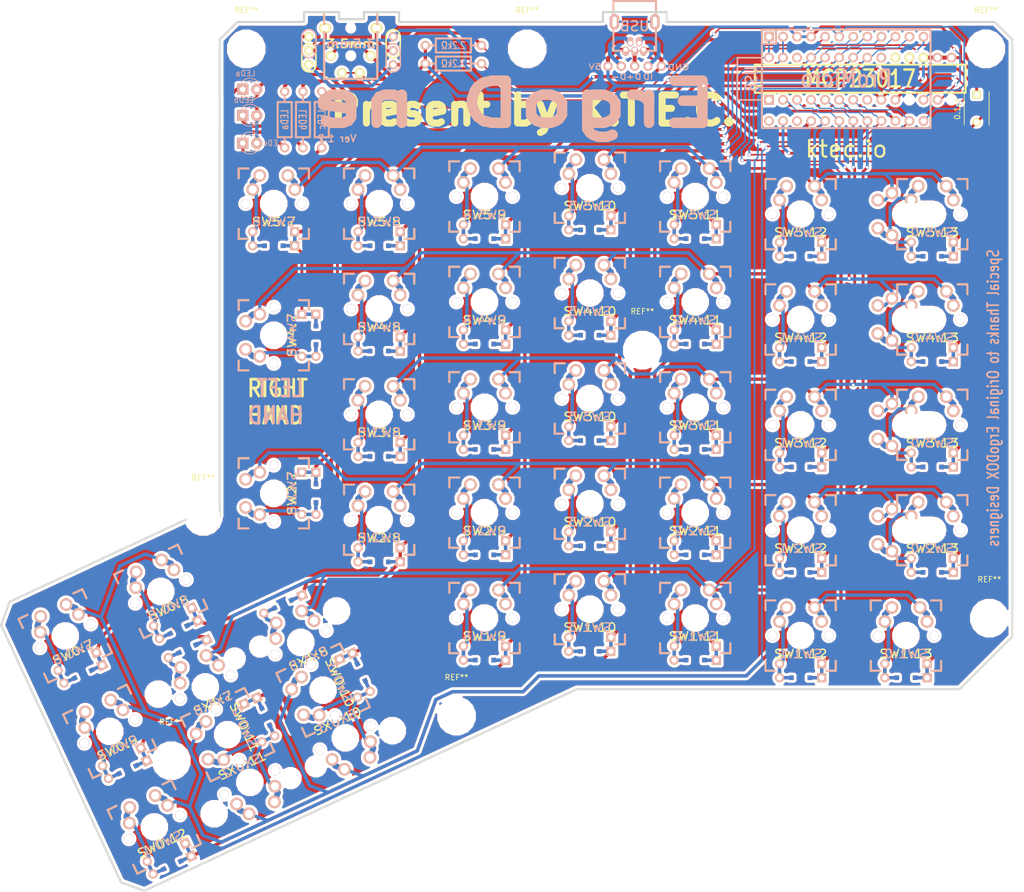
<source format=kicad_pcb>
(kicad_pcb (version 20170123) (host pcbnew "(2017-04-04 revision 5dbfc0233)-makepkg")
  (layers (0 Front signal) (31 Back signal) (34 B.Paste user hide) (35 F.Paste user hide) (36 B.SilkS user hide) (37 F.SilkS user hide) (38 B.Mask user hide) (39 F.Mask user hide) (44 Edge.Cuts user))
  (net 0 "")
  (net 1 /COL0)
  (net 2 /COL1)
  (net 3 /COL10)
  (net 4 /COL11)
  (net 5 /COL4)
  (net 6 /COL5)
  (net 7 /COL6)
  (net 8 /LED_A)
  (net 9 /LED_B)
  (net 10 /LED_C)
  (net 11 /ROW0)
  (net 12 /ROW1)
  (net 13 /ROW2)
  (net 14 /ROW3)
  (net 15 /ROW4)
  (net 16 /ROW5)
  (net 17 /SCLM)
  (net 18 /SDAM)
  (net 19 GND)
  (net 20 VCC)
  (net 21 "Net-(D1:7-Pad1)")
  (net 22 "Net-(D1:8-Pad1)")
  (net 23 "Net-(J1-Pad2)")
  (net 24 "Net-(J1-Pad3)")
  (net 25 "Net-(J1-Pad4)")
  (net 26 "Net-(J2-Pad1)")
  (net 27 "Net-(J2-Pad4)")
  (net 28 "Net-(LED_A1-Pad1)")
  (net 29 "Net-(LED_B1-Pad1)")
  (net 30 "Net-(LED_C1-Pad1)")
  (net 31 "Net-(SW0:7-Pad2)")
  (net 32 "Net-(SW0:8-Pad2)")
  (net 33 "Net-(SW0:9-Pad2)")
  (net 34 "Net-(SW0:10-Pad2)")
  (net 35 "Net-(SW0:11-Pad2)")
  (net 36 "Net-(SW0:12-Pad2)")
  (net 37 "Net-(SW1:9-Pad2)")
  (net 38 "Net-(SW1:10-Pad2)")
  (net 39 "Net-(SW1:11-Pad2)")
  (net 40 "Net-(SW1:12-Pad2)")
  (net 41 "Net-(SW1:13-Pad2)")
  (net 42 "Net-(SW2:7-Pad2)")
  (net 43 "Net-(SW2:8-Pad2)")
  (net 44 "Net-(SW2:9-Pad2)")
  (net 45 "Net-(SW2:10-Pad2)")
  (net 46 "Net-(SW2:11-Pad2)")
  (net 47 "Net-(SW2:12-Pad2)")
  (net 48 "Net-(SW2:13-Pad2)")
  (net 49 "Net-(SW3:8-Pad2)")
  (net 50 "Net-(SW3:9-Pad2)")
  (net 51 "Net-(SW3:10-Pad2)")
  (net 52 "Net-(SW3:11-Pad2)")
  (net 53 "Net-(SW3:12-Pad2)")
  (net 54 "Net-(SW3:13-Pad2)")
  (net 55 "Net-(SW4:7-Pad2)")
  (net 56 "Net-(SW4:8-Pad2)")
  (net 57 "Net-(SW4:9-Pad2)")
  (net 58 "Net-(SW4:10-Pad2)")
  (net 59 "Net-(SW4:11-Pad2)")
  (net 60 "Net-(SW4:12-Pad2)")
  (net 61 "Net-(SW4:13-Pad2)")
  (net 62 "Net-(SW5:7-Pad2)")
  (net 63 "Net-(SW5:8-Pad2)")
  (net 64 "Net-(SW5:9-Pad2)")
  (net 65 "Net-(SW5:10-Pad2)")
  (net 66 "Net-(SW5:11-Pad2)")
  (net 67 "Net-(SW5:12-Pad2)")
  (net 68 "Net-(SW5:13-Pad2)")
  (net 69 "Net-(U1-Pad27)")
  (net 70 "Net-(U2-Pad19)")
  (net 71 "Net-(U2-Pad8)")
  (net 72 "Net-(U2-Pad1)")
  (net 73 "Net-(U2-Pad20)")
  (net 74 "Net-(U2-Pad26)")
  (net 75 "Net-(J1-Pad6)")
  (net 76 "Net-(U1-Pad29)")
  (module Mounting_Holes:MountingHole_6mm (layer Front) (at 139.0396 91.5924)
    (fp_text reference REF** (at 0 -7) (layer F.SilkS))
    (fp_text value MountingHole_6mm)
    (pad 1 np_thru_hole circle (at 0 0) (size 6 6) (drill 6) (layers *.Cu *.Mask))
  )
  (module Mounting_Holes:MountingHole_6mm (layer Front) (at 201.7776 140.0556)
    (fp_text reference REF** (at 0 -7) (layer F.SilkS))
    (fp_text value MountingHole_6mm)
    (pad 1 np_thru_hole circle (at 0 0) (size 6 6) (drill 6) (layers *.Cu *.Mask))
  )
  (module Mounting_Holes:MountingHole_6mm (layer Front) (at 53.848 165.8366)
    (fp_text reference REF** (at 0 -7) (layer F.SilkS))
    (fp_text value MountingHole_6mm)
    (pad 1 np_thru_hole circle (at 0 0) (size 6 6) (drill 6) (layers *.Cu *.Mask))
  )
  (module Mounting_Holes:MountingHole_6mm (layer Front) (at 59.6646 121.666)
    (fp_text reference REF** (at 0 -7) (layer F.SilkS))
    (fp_text value MountingHole_6mm)
    (pad 1 np_thru_hole circle (at 0 0) (size 6 6) (drill 6) (layers *.Cu *.Mask))
  )
  (module Mounting_Holes:MountingHole_6mm (layer Front) (at 105.4354 157.7594)
    (fp_text reference REF** (at 0 -7) (layer F.SilkS))
    (fp_text value MountingHole_6mm)
    (pad 1 np_thru_hole circle (at 0 0) (size 6 6) (drill 6) (layers *.Cu *.Mask))
  )
  (module Mounting_Holes:MountingHole_6mm (layer Front) (at 201.1426 37.1348)
    (fp_text reference REF** (at 0 -7) (layer F.SilkS))
    (fp_text value MountingHole_6mm)
    (pad 1 np_thru_hole circle (at 0 0) (size 6 6) (drill 6) (layers *.Cu *.Mask))
  )
  (module Mounting_Holes:MountingHole_6mm (layer Front) (at 118.2116 37.1348)
    (fp_text reference REF** (at 0 -7) (layer F.SilkS))
    (fp_text value MountingHole_6mm)
    (pad 1 np_thru_hole circle (at 0 0) (size 6 6) (drill 6) (layers *.Cu *.Mask))
  )
  (module Mounting_Holes:MountingHole_6mm (layer Front) (at 67.4116 37.1348)
    (fp_text reference REF** (at 0 -7) (layer F.SilkS))
    (fp_text value MountingHole_6mm)
    (pad 1 np_thru_hole circle (at 0 0) (size 6 6) (drill 6) (layers *.Cu *.Mask))
  )
  (module ErgoDox_pro_micro_edition:100PITCH1X3 (layer Front) (at 78.74 37.465 90)
    (fp_text reference J4 hide)
    (fp_text value JMP hide)
    (pad 1 thru_hole circle (at -2.54 0 90) (size 1.651 1.651) (drill 0.9906) (layers *.Cu *.Mask F.SilkS) (net 18 /SDAM))
    (pad 2 thru_hole circle (at 0 0 90) (size 1.651 1.651) (drill 0.9906) (layers *.Cu *.Mask F.SilkS) (net 27 "Net-(J2-Pad4)"))
    (pad 3 thru_hole circle (at 2.54 0 90) (size 1.651 1.651) (drill 0.9906) (layers *.Cu *.Mask F.SilkS) (net 19 GND))
  )
  (module ErgoDox_pro_micro_edition:100PITCH1X3 (layer Back) (at 93.98 37.465 90)
    (fp_text reference J3 hide)
    (fp_text value JMP hide)
    (pad 1 thru_hole circle (at -2.54 0 90) (size 1.651 1.651) (drill 0.9906) (layers *.Cu *.Mask B.SilkS) (net 18 /SDAM))
    (pad 2 thru_hole circle (at 0 0 90) (size 1.651 1.651) (drill 0.9906) (layers *.Cu *.Mask B.SilkS) (net 26 "Net-(J2-Pad1)"))
    (pad 3 thru_hole circle (at 2.54 0 90) (size 1.651 1.651) (drill 0.9906) (layers *.Cu *.Mask B.SilkS) (net 19 GND))
  )
  (module DIODE (layer Front) (at 56.7944 145.57756 25)
    (fp_text reference D1:7 hide)
    (fp_text value D hide)
    (fp_line (start -3.81 0) (end -1.6637 0) (layer Back) (width 0.6096))
    (fp_line (start 1.6637 0) (end 3.81 0) (layer Back) (width 0.6096))
    (fp_line (start -3.81 0) (end -1.6637 0) (layer Front) (width 0.6096))
    (fp_line (start 1.6637 0) (end 3.81 0) (layer Front) (width 0.6096))
    (pad 1 thru_hole circle (at -3.81 0 25) (size 1.651 1.651) (drill 0.9906) (layers *.Cu *.SilkS *.Mask) (net 21 "Net-(D1:7-Pad1)"))
    (pad 99 smd rect (at -1.6637 0 25) (size 0.8382 0.8382) (layers Front F.Paste F.Mask))
    (pad 99 smd rect (at -1.6637 0 25) (size 0.8382 0.8382) (layers Back B.Paste B.Mask))
    (pad 2 thru_hole rect (at 3.81 0 25) (size 1.651 1.651) (drill 0.9906) (layers *.Cu *.SilkS *.Mask) (net 7 /COL6))
    (pad 99 smd rect (at 1.6637 0 25) (size 0.8382 0.8382) (layers Front F.Paste F.Mask))
    (pad 99 smd rect (at 1.6637 0 25) (size 0.8382 0.8382) (layers Back B.Paste B.Mask))
  )
  (module DIODE (layer Front) (at 74.05878 137.52576 25)
    (fp_text reference D1:8 hide)
    (fp_text value D hide)
    (fp_line (start -3.81 0) (end -1.6637 0) (layer Back) (width 0.6096))
    (fp_line (start 1.6637 0) (end 3.81 0) (layer Back) (width 0.6096))
    (fp_line (start -3.81 0) (end -1.6637 0) (layer Front) (width 0.6096))
    (fp_line (start 1.6637 0) (end 3.81 0) (layer Front) (width 0.6096))
    (pad 1 thru_hole circle (at -3.81 0 25) (size 1.651 1.651) (drill 0.9906) (layers *.Cu *.SilkS *.Mask) (net 22 "Net-(D1:8-Pad1)"))
    (pad 99 smd rect (at -1.6637 0 25) (size 0.8382 0.8382) (layers Front F.Paste F.Mask))
    (pad 99 smd rect (at -1.6637 0 25) (size 0.8382 0.8382) (layers Back B.Paste B.Mask))
    (pad 2 thru_hole rect (at 3.81 0 25) (size 1.651 1.651) (drill 0.9906) (layers *.Cu *.SilkS *.Mask) (net 6 /COL5))
    (pad 99 smd rect (at 1.6637 0 25) (size 0.8382 0.8382) (layers Front F.Paste F.Mask))
    (pad 99 smd rect (at 1.6637 0 25) (size 0.8382 0.8382) (layers Back B.Paste B.Mask))
  )
  (module MX_FLIP (layer Front) (at 77.2795 144.43202 25)
    (fp_text reference SX1:8 (at 0 3.302 25) (layer F.SilkS) (effects (font (size 1.524 1.778) (thickness 0.254))))
    (fp_text value SX1:5 (at 0 3.302 25) (layer B.SilkS) (effects (font (size 1.524 1.778) (thickness 0.254)) (justify mirror)))
    (pad 1 thru_hole circle (at 2.54 -5.08 25) (size 2.286 2.286) (drill 1.4986) (layers *.Cu *.SilkS *.Mask) (net 12 /ROW1))
    (pad 2 thru_hole circle (at -3.81 -2.54 25) (size 2.286 2.286) (drill 1.4986) (layers *.Cu *.SilkS *.Mask) (net 22 "Net-(D1:8-Pad1)"))
    (pad 0 np_thru_hole circle (at 0 0 25) (size 3.9878 3.9878) (drill 3.9878) (layers *.Cu))
    (pad 0 thru_hole circle (at -5.08 0 25) (size 1.7018 1.7018) (drill 1.7018) (layers *.Cu))
    (pad 0 thru_hole circle (at 5.08 0 25) (size 1.7018 1.7018) (drill 1.7018) (layers *.Cu))
    (pad 1 thru_hole circle (at 3.81 -2.54 25) (size 2.286 2.286) (drill 1.4986) (layers *.Cu *.SilkS *.Mask) (net 12 /ROW1))
    (pad 2 thru_hole circle (at -2.54 -5.08 25) (size 2.286 2.286) (drill 1.4986) (layers *.Cu *.SilkS *.Mask) (net 22 "Net-(D1:8-Pad1)"))
  )
  (module MX_FLIP (layer Front) (at 60.01512 152.48382 25)
    (fp_text reference SX1:7 (at 0 3.302 25) (layer F.SilkS) (effects (font (size 1.524 1.778) (thickness 0.254))))
    (fp_text value SX1:6 (at 0 3.302 25) (layer B.SilkS) (effects (font (size 1.524 1.778) (thickness 0.254)) (justify mirror)))
    (pad 1 thru_hole circle (at 2.54 -5.08 25) (size 2.286 2.286) (drill 1.4986) (layers *.Cu *.SilkS *.Mask) (net 12 /ROW1))
    (pad 2 thru_hole circle (at -3.81 -2.54 25) (size 2.286 2.286) (drill 1.4986) (layers *.Cu *.SilkS *.Mask) (net 21 "Net-(D1:7-Pad1)"))
    (pad 0 np_thru_hole circle (at 0 0 25) (size 3.9878 3.9878) (drill 3.9878) (layers *.Cu))
    (pad 0 thru_hole circle (at -5.08 0 25) (size 1.7018 1.7018) (drill 1.7018) (layers *.Cu))
    (pad 0 thru_hole circle (at 5.08 0 25) (size 1.7018 1.7018) (drill 1.7018) (layers *.Cu))
    (pad 1 thru_hole circle (at 3.81 -2.54 25) (size 2.286 2.286) (drill 1.4986) (layers *.Cu *.SilkS *.Mask) (net 12 /ROW1))
    (pad 2 thru_hole circle (at -2.54 -5.08 25) (size 2.286 2.286) (drill 1.4986) (layers *.Cu *.SilkS *.Mask) (net 21 "Net-(D1:7-Pad1)"))
  )
  (module MX_FLIP (layer Front) (at 85.3313 161.69894 205)
    (fp_text reference SX0:10 (at 0 3.302 205) (layer F.SilkS) (effects (font (size 1.524 1.778) (thickness 0.254))))
    (fp_text value SX0:3 (at 0 3.302 205) (layer B.SilkS) (effects (font (size 1.524 1.778) (thickness 0.254)) (justify mirror)))
    (pad 1 thru_hole circle (at 2.54 -5.08 205) (size 2.286 2.286) (drill 1.4986) (layers *.Cu *.SilkS *.Mask) (net 11 /ROW0))
    (pad 2 thru_hole circle (at -3.81 -2.54 205) (size 2.286 2.286) (drill 1.4986) (layers *.Cu *.SilkS *.Mask) (net 34 "Net-(SW0:10-Pad2)"))
    (pad 0 np_thru_hole circle (at 0 0 205) (size 3.9878 3.9878) (drill 3.9878) (layers *.Cu))
    (pad 0 thru_hole circle (at -5.08 0 205) (size 1.7018 1.7018) (drill 1.7018) (layers *.Cu))
    (pad 0 thru_hole circle (at 5.08 0 205) (size 1.7018 1.7018) (drill 1.7018) (layers *.Cu))
    (pad 1 thru_hole circle (at 3.81 -2.54 205) (size 2.286 2.286) (drill 1.4986) (layers *.Cu *.SilkS *.Mask) (net 11 /ROW0))
    (pad 2 thru_hole circle (at -2.54 -5.08 205) (size 2.286 2.286) (drill 1.4986) (layers *.Cu *.SilkS *.Mask) (net 34 "Net-(SW0:10-Pad2)"))
  )
  (module MX_FLIP (layer Front) (at 68.06438 169.7482 205)
    (fp_text reference SX0:11 (at 0 3.302 205) (layer F.SilkS) (effects (font (size 1.524 1.778) (thickness 0.254))))
    (fp_text value SX0:2 (at 0 3.302 205) (layer B.SilkS) (effects (font (size 1.524 1.778) (thickness 0.254)) (justify mirror)))
    (pad 1 thru_hole circle (at 2.54 -5.08 205) (size 2.286 2.286) (drill 1.4986) (layers *.Cu *.SilkS *.Mask) (net 11 /ROW0))
    (pad 2 thru_hole circle (at -3.81 -2.54 205) (size 2.286 2.286) (drill 1.4986) (layers *.Cu *.SilkS *.Mask) (net 35 "Net-(SW0:11-Pad2)"))
    (pad 0 np_thru_hole circle (at 0 0 205) (size 3.9878 3.9878) (drill 3.9878) (layers *.Cu))
    (pad 0 thru_hole circle (at -5.08 0 205) (size 1.7018 1.7018) (drill 1.7018) (layers *.Cu))
    (pad 0 thru_hole circle (at 5.08 0 205) (size 1.7018 1.7018) (drill 1.7018) (layers *.Cu))
    (pad 1 thru_hole circle (at 3.81 -2.54 205) (size 2.286 2.286) (drill 1.4986) (layers *.Cu *.SilkS *.Mask) (net 11 /ROW0))
    (pad 2 thru_hole circle (at -2.54 -5.08 205) (size 2.286 2.286) (drill 1.4986) (layers *.Cu *.SilkS *.Mask) (net 35 "Net-(SW0:11-Pad2)"))
  )
  (module RESISTOR (layer Back) (at 74.365 49.925 270)
    (fp_text reference RA1 hide)
    (fp_text value LEDa (at 0 0 270) (layer B.SilkS) (effects (font (size 1.27 1.016) (thickness 0.2032)) (justify mirror)))
    (pad 1 thru_hole circle (at -5.08 0 270) (size 1.651 1.651) (drill 0.9906) (layers *.Cu *.SilkS *.Mask) (net 8 /LED_A))
    (pad 2 thru_hole circle (at 5.08 0 270) (size 1.651 1.651) (drill 0.9906) (layers *.Cu *.SilkS *.Mask) (net 28 "Net-(LED_A1-Pad1)"))
  )
  (module RESISTOR (layer Back) (at 77.665 49.925 270)
    (fp_text reference RB1 hide)
    (fp_text value LEDb (at 0 0 270) (layer B.SilkS) (effects (font (size 1.27 1.016) (thickness 0.2032)) (justify mirror)))
    (pad 1 thru_hole circle (at -5.08 0 270) (size 1.651 1.651) (drill 0.9906) (layers *.Cu *.SilkS *.Mask) (net 9 /LED_B))
    (pad 2 thru_hole circle (at 5.08 0 270) (size 1.651 1.651) (drill 0.9906) (layers *.Cu *.SilkS *.Mask) (net 29 "Net-(LED_B1-Pad1)"))
  )
  (module RESISTOR (layer Back) (at 81.065 49.925 270)
    (fp_text reference RC1 hide)
    (fp_text value LEDc (at 0 0 270) (layer B.SilkS) (effects (font (size 1.27 1.016) (thickness 0.2032)) (justify mirror)))
    (pad 1 thru_hole circle (at -5.08 0 270) (size 1.651 1.651) (drill 0.9906) (layers *.Cu *.SilkS *.Mask) (net 10 /LED_C))
    (pad 2 thru_hole circle (at 5.08 0 270) (size 1.651 1.651) (drill 0.9906) (layers *.Cu *.SilkS *.Mask) (net 30 "Net-(LED_C1-Pad1)"))
  )
  (module RESISTOR (layer Back) (at 104.865 36.505)
    (fp_text reference R1 hide)
    (fp_text value 2.2kΩ (at 0 0) (layer B.SilkS) (effects (font (size 1.27 1.016) (thickness 0.2032)) (justify mirror)))
    (pad 1 thru_hole circle (at -5.08 0) (size 1.651 1.651) (drill 0.9906) (layers *.Cu *.SilkS *.Mask) (net 20 VCC))
    (pad 2 thru_hole circle (at 5.08 0) (size 1.651 1.651) (drill 0.9906) (layers *.Cu *.SilkS *.Mask) (net 18 /SDAM))
  )
  (module RESISTOR (layer Back) (at 104.872 39.791)
    (fp_text reference R2 hide)
    (fp_text value 2.2kΩ (at 0 0) (layer B.SilkS) (effects (font (size 1.27 1.016) (thickness 0.2032)) (justify mirror)))
    (pad 1 thru_hole circle (at -5.08 0) (size 1.651 1.651) (drill 0.9906) (layers *.Cu *.SilkS *.Mask) (net 20 VCC))
    (pad 2 thru_hole circle (at 5.08 0) (size 1.651 1.651) (drill 0.9906) (layers *.Cu *.SilkS *.Mask) (net 17 /SCLM))
  )
  (module TEENSY_2.0 (layer Back) (at 175.895 42.545)
    (fp_text reference U1 hide)
    (fp_text value ProMicro (at 0 0) (layer B.SilkS) (effects (font (size 3.048 2.54) (thickness 0.4572)) (justify mirror)))
    (pad 1 thru_hole rect (at -13.97 -7.62) (size 1.7526 1.7526) (drill 1.0922) (layers *.Cu *.SilkS *.Mask) (net 7 /COL6))
    (pad 2 thru_hole circle (at -11.43 -7.62) (size 1.7526 1.7526) (drill 1.0922) (layers *.Cu *.SilkS *.Mask) (net 6 /COL5))
    (pad 3 thru_hole circle (at -8.89 -7.62) (size 1.7526 1.7526) (drill 1.0922) (layers *.Cu *.SilkS *.Mask) (net 19 GND))
    (pad 4 thru_hole circle (at -6.35 -7.62) (size 1.7526 1.7526) (drill 1.0922) (layers *.Cu *.SilkS *.Mask) (net 19 GND))
    (pad 5 thru_hole circle (at -3.81 -7.62) (size 1.7526 1.7526) (drill 1.0922) (layers *.Cu *.SilkS *.Mask) (net 18 /SDAM))
    (pad 6 thru_hole circle (at -1.27 -7.62) (size 1.7526 1.7526) (drill 1.0922) (layers *.Cu *.SilkS *.Mask) (net 17 /SCLM))
    (pad 7 thru_hole circle (at 1.27 -7.62) (size 1.7526 1.7526) (drill 1.0922) (layers *.Cu *.SilkS *.Mask) (net 5 /COL4))
    (pad 8 thru_hole circle (at 3.81 -7.62) (size 1.7526 1.7526) (drill 1.0922) (layers *.Cu *.SilkS *.Mask) (net 3 /COL10))
    (pad 9 thru_hole circle (at 6.35 -7.62) (size 1.7526 1.7526) (drill 1.0922) (layers *.Cu *.SilkS *.Mask) (net 4 /COL11))
    (pad 10 thru_hole circle (at 8.89 -7.62) (size 1.7526 1.7526) (drill 1.0922) (layers *.Cu *.SilkS *.Mask) (net 2 /COL1))
    (pad 11 thru_hole circle (at 11.43 -7.62) (size 1.7526 1.7526) (drill 1.0922) (layers *.Cu *.SilkS *.Mask) (net 1 /COL0))
    (pad 12 thru_hole circle (at 13.97 -7.62) (size 1.7526 1.7526) (drill 1.0922) (layers *.Cu *.SilkS *.Mask) (net 8 /LED_A))
    (pad 18 thru_hole circle (at 13.97 7.62) (size 1.7526 1.7526) (drill 1.08966) (layers *.Cu *.SilkS *.Mask) (net 9 /LED_B))
    (pad 19 thru_hole circle (at 11.43 7.62) (size 1.7526 1.7526) (drill 1.0922) (layers *.Cu *.SilkS *.Mask) (net 11 /ROW0))
    (pad 20 thru_hole circle (at 8.89 7.62) (size 1.7526 1.7526) (drill 1.0922) (layers *.Cu *.SilkS *.Mask) (net 10 /LED_C))
    (pad 21 thru_hole circle (at 6.35 7.62) (size 1.7526 1.7526) (drill 1.0922) (layers *.Cu *.SilkS *.Mask) (net 12 /ROW1))
    (pad 22 thru_hole circle (at 3.81 7.62) (size 1.7526 1.7526) (drill 1.0922) (layers *.Cu *.SilkS *.Mask) (net 13 /ROW2))
    (pad 23 thru_hole circle (at 1.27 7.62) (size 1.7526 1.7526) (drill 1.0922) (layers *.Cu *.SilkS *.Mask) (net 14 /ROW3))
    (pad 24 thru_hole circle (at -1.27 7.62) (size 1.7526 1.7526) (drill 1.0922) (layers *.Cu *.SilkS *.Mask) (net 15 /ROW4))
    (pad 27 thru_hole circle (at -8.89 7.62) (size 1.7526 1.7526) (drill 1.0922) (layers *.Cu *.SilkS *.Mask) (net 69 "Net-(U1-Pad27)"))
    (pad 28 thru_hole circle (at -11.43 7.62) (size 1.7526 1.7526) (drill 1.0922) (layers *.Cu *.SilkS *.Mask) (net 19 GND))
    (pad 29 thru_hole circle (at -13.97 7.62) (size 1.7526 1.7526) (drill 1.0922) (layers *.Cu *.SilkS *.Mask) (net 76 "Net-(U1-Pad29)"))
    (pad 25 thru_hole circle (at -3.81 7.62) (size 1.7526 1.7526) (drill 1.0922) (layers *.Cu *.SilkS *.Mask) (net 16 /ROW5))
    (pad 26 thru_hole circle (at -6.35 7.62) (size 1.7526 1.7526) (drill 1.0922) (layers *.Cu *.SilkS *.Mask) (net 20 VCC))
  )
  (module 4pin35mmAudio (layer Front) (at 86.3092 30.48 270)
    (fp_text reference J2 hide)
    (fp_text value 3.5mm (at 5.715 0) (layer F.SilkS) (effects (font (size 1.524 1.778) (thickness 0.3048))))
    (fp_text user 3.5mm (at 5.715 0) (layer B.SilkS) (effects (font (size 1.524 1.778) (thickness 0.3048)) (justify mirror)))
    (pad 1 thru_hole oval (at 2.8956 -4.6482 270) (size 1.7526 2.0574) (drill oval 1.0922 1.397) (layers *.Cu *.Mask F.SilkS) (net 26 "Net-(J2-Pad1)"))
    (pad 2 thru_hole circle (at 7.8994 3.6068 270) (size 1.7526 1.7526) (drill 1.0922) (layers *.Cu *.Mask F.SilkS) (net 20 VCC))
    (pad 3 thru_hole circle (at 10.9982 -1.6002 270) (size 1.7526 1.7526) (drill 1.0922) (layers *.Cu *.Mask F.SilkS) (net 17 /SCLM))
    (pad 4 thru_hole oval (at 2.8956 4.6482 270) (size 1.7526 2.0574) (drill oval 1.0922 1.397) (layers *.Cu *.Mask F.SilkS) (net 27 "Net-(J2-Pad4)"))
    (pad 5 thru_hole circle (at 10.9982 1.6002 270) (size 1.7526 1.7526) (drill 1.0922) (layers *.Cu *.Mask F.SilkS) (net 17 /SCLM))
    (pad 6 thru_hole circle (at 7.8994 -3.6068 270) (size 1.7526 1.7526) (drill 1.0922) (layers *.Cu *.Mask F.SilkS) (net 20 VCC))
    (pad HOLE np_thru_hole circle (at 2.8956 0 270) (size 0.9906 0.9906) (drill 0.9906) (layers *.Cu *.Mask F.SilkS))
    (pad HOLE np_thru_hole circle (at 7.8994 0 270) (size 0.9906 0.9906) (drill 0.9906) (layers *.Cu *.Mask F.SilkS))
  )
  (module MX_FLIP_DIODE (layer Front) (at 72.39 65.1002)
    (fp_text reference SW5:7 (at 0 3.302) (layer F.SilkS) (effects (font (size 1.524 1.778) (thickness 0.254))))
    (fp_text value SW5:6 (at 0 3.302) (layer B.SilkS) (effects (font (size 1.524 1.778) (thickness 0.254)) (justify mirror)))
    (fp_line (start -3.81 7.62) (end -1.6637 7.62) (layer Back) (width 0.6096))
    (fp_line (start 1.6637 7.62) (end 3.81 7.62) (layer Back) (width 0.6096))
    (fp_line (start -3.81 7.62) (end -1.6637 7.62) (layer Front) (width 0.6096))
    (fp_line (start 1.6637 7.62) (end 3.81 7.62) (layer Front) (width 0.6096))
    (pad 1 thru_hole circle (at 2.54 -5.08) (size 2.286 2.286) (drill 1.4986) (layers *.Cu *.SilkS *.Mask) (net 16 /ROW5))
    (pad 2 thru_hole circle (at -3.81 -2.54) (size 2.286 2.286) (drill 1.4986) (layers *.Cu *.SilkS *.Mask) (net 62 "Net-(SW5:7-Pad2)"))
    (pad 0 np_thru_hole circle (at 0 0) (size 3.9878 3.9878) (drill 3.9878) (layers *.Cu))
    (pad 0 thru_hole circle (at -5.08 0) (size 1.7018 1.7018) (drill 1.7018) (layers *.Cu))
    (pad 0 thru_hole circle (at 5.08 0) (size 1.7018 1.7018) (drill 1.7018) (layers *.Cu))
    (pad 1 thru_hole circle (at 3.81 -2.54) (size 2.286 2.286) (drill 1.4986) (layers *.Cu *.SilkS *.Mask) (net 16 /ROW5))
    (pad 2 thru_hole circle (at -2.54 -5.08) (size 2.286 2.286) (drill 1.4986) (layers *.Cu *.SilkS *.Mask) (net 62 "Net-(SW5:7-Pad2)"))
    (pad 3 thru_hole circle (at -3.81 5.08) (size 1.651 1.651) (drill 0.9906) (layers *.Cu *.SilkS *.Mask) (net 62 "Net-(SW5:7-Pad2)"))
    (pad 4 thru_hole rect (at 3.81 5.08) (size 1.651 1.651) (drill 0.9906) (layers *.Cu *.SilkS *.Mask) (net 7 /COL6))
    (pad 3 thru_hole circle (at -3.81 7.62) (size 1.651 1.651) (drill 0.9906) (layers *.Cu *.SilkS *.Mask) (net 62 "Net-(SW5:7-Pad2)"))
    (pad 4 thru_hole rect (at 3.81 7.62) (size 1.651 1.651) (drill 0.9906) (layers *.Cu *.SilkS *.Mask) (net 7 /COL6))
    (pad 99 smd rect (at -1.6637 7.62) (size 0.8382 0.8382) (layers Front F.Paste F.Mask))
    (pad 99 smd rect (at -1.6637 7.62) (size 0.8382 0.8382) (layers Back B.Paste B.Mask))
    (pad 99 smd rect (at 1.6637 7.62) (size 0.8382 0.8382) (layers Front F.Paste F.Mask))
    (pad 99 smd rect (at 1.6637 7.62) (size 0.8382 0.8382) (layers Back B.Paste B.Mask))
  )
  (module MX_FLIP_DIODE (layer Front) (at 72.39 88.91016 90)
    (fp_text reference SW4:7 (at 0 3.302 90) (layer F.SilkS) (effects (font (size 1.524 1.778) (thickness 0.254))))
    (fp_text value SW4:6 (at 0 3.302 90) (layer B.SilkS) (effects (font (size 1.524 1.778) (thickness 0.254)) (justify mirror)))
    (fp_line (start -3.81 7.62) (end -1.6637 7.62) (layer Back) (width 0.6096))
    (fp_line (start 1.6637 7.62) (end 3.81 7.62) (layer Back) (width 0.6096))
    (fp_line (start -3.81 7.62) (end -1.6637 7.62) (layer Front) (width 0.6096))
    (fp_line (start 1.6637 7.62) (end 3.81 7.62) (layer Front) (width 0.6096))
    (pad 1 thru_hole circle (at 2.54 -5.08 90) (size 2.286 2.286) (drill 1.4986) (layers *.Cu *.SilkS *.Mask) (net 15 /ROW4))
    (pad 2 thru_hole circle (at -3.81 -2.54 90) (size 2.286 2.286) (drill 1.4986) (layers *.Cu *.SilkS *.Mask) (net 55 "Net-(SW4:7-Pad2)"))
    (pad 0 np_thru_hole circle (at 0 0 90) (size 3.9878 3.9878) (drill 3.9878) (layers *.Cu))
    (pad 0 thru_hole circle (at -5.08 0 90) (size 1.7018 1.7018) (drill 1.7018) (layers *.Cu))
    (pad 0 thru_hole circle (at 5.08 0 90) (size 1.7018 1.7018) (drill 1.7018) (layers *.Cu))
    (pad 1 thru_hole circle (at 3.81 -2.54 90) (size 2.286 2.286) (drill 1.4986) (layers *.Cu *.SilkS *.Mask) (net 15 /ROW4))
    (pad 2 thru_hole circle (at -2.54 -5.08 90) (size 2.286 2.286) (drill 1.4986) (layers *.Cu *.SilkS *.Mask) (net 55 "Net-(SW4:7-Pad2)"))
    (pad 3 thru_hole circle (at -3.81 5.08 90) (size 1.651 1.651) (drill 0.9906) (layers *.Cu *.SilkS *.Mask) (net 55 "Net-(SW4:7-Pad2)"))
    (pad 4 thru_hole rect (at 3.81 5.08 90) (size 1.651 1.651) (drill 0.9906) (layers *.Cu *.SilkS *.Mask) (net 7 /COL6))
    (pad 3 thru_hole circle (at -3.81 7.62 90) (size 1.651 1.651) (drill 0.9906) (layers *.Cu *.SilkS *.Mask) (net 55 "Net-(SW4:7-Pad2)"))
    (pad 4 thru_hole rect (at 3.81 7.62 90) (size 1.651 1.651) (drill 0.9906) (layers *.Cu *.SilkS *.Mask) (net 7 /COL6))
    (pad 99 smd rect (at -1.6637 7.62 90) (size 0.8382 0.8382) (layers Front F.Paste F.Mask))
    (pad 99 smd rect (at -1.6637 7.62 90) (size 0.8382 0.8382) (layers Back B.Paste B.Mask))
    (pad 99 smd rect (at 1.6637 7.62 90) (size 0.8382 0.8382) (layers Front F.Paste F.Mask))
    (pad 99 smd rect (at 1.6637 7.62 90) (size 0.8382 0.8382) (layers Back B.Paste B.Mask))
  )
  (module MX_FLIP_DIODE (layer Front) (at 72.39 117.48516 90)
    (fp_text reference SW2:7 (at 0 3.302 90) (layer F.SilkS) (effects (font (size 1.524 1.778) (thickness 0.254))))
    (fp_text value SW2:6 (at 0 3.302 90) (layer B.SilkS) (effects (font (size 1.524 1.778) (thickness 0.254)) (justify mirror)))
    (fp_line (start -3.81 7.62) (end -1.6637 7.62) (layer Back) (width 0.6096))
    (fp_line (start 1.6637 7.62) (end 3.81 7.62) (layer Back) (width 0.6096))
    (fp_line (start -3.81 7.62) (end -1.6637 7.62) (layer Front) (width 0.6096))
    (fp_line (start 1.6637 7.62) (end 3.81 7.62) (layer Front) (width 0.6096))
    (pad 1 thru_hole circle (at 2.54 -5.08 90) (size 2.286 2.286) (drill 1.4986) (layers *.Cu *.SilkS *.Mask) (net 13 /ROW2))
    (pad 2 thru_hole circle (at -3.81 -2.54 90) (size 2.286 2.286) (drill 1.4986) (layers *.Cu *.SilkS *.Mask) (net 42 "Net-(SW2:7-Pad2)"))
    (pad 0 np_thru_hole circle (at 0 0 90) (size 3.9878 3.9878) (drill 3.9878) (layers *.Cu))
    (pad 0 thru_hole circle (at -5.08 0 90) (size 1.7018 1.7018) (drill 1.7018) (layers *.Cu))
    (pad 0 thru_hole circle (at 5.08 0 90) (size 1.7018 1.7018) (drill 1.7018) (layers *.Cu))
    (pad 1 thru_hole circle (at 3.81 -2.54 90) (size 2.286 2.286) (drill 1.4986) (layers *.Cu *.SilkS *.Mask) (net 13 /ROW2))
    (pad 2 thru_hole circle (at -2.54 -5.08 90) (size 2.286 2.286) (drill 1.4986) (layers *.Cu *.SilkS *.Mask) (net 42 "Net-(SW2:7-Pad2)"))
    (pad 3 thru_hole circle (at -3.81 5.08 90) (size 1.651 1.651) (drill 0.9906) (layers *.Cu *.SilkS *.Mask) (net 42 "Net-(SW2:7-Pad2)"))
    (pad 4 thru_hole rect (at 3.81 5.08 90) (size 1.651 1.651) (drill 0.9906) (layers *.Cu *.SilkS *.Mask) (net 7 /COL6))
    (pad 3 thru_hole circle (at -3.81 7.62 90) (size 1.651 1.651) (drill 0.9906) (layers *.Cu *.SilkS *.Mask) (net 42 "Net-(SW2:7-Pad2)"))
    (pad 4 thru_hole rect (at 3.81 7.62 90) (size 1.651 1.651) (drill 0.9906) (layers *.Cu *.SilkS *.Mask) (net 7 /COL6))
    (pad 99 smd rect (at -1.6637 7.62 90) (size 0.8382 0.8382) (layers Front F.Paste F.Mask))
    (pad 99 smd rect (at -1.6637 7.62 90) (size 0.8382 0.8382) (layers Back B.Paste B.Mask))
    (pad 99 smd rect (at 1.6637 7.62 90) (size 0.8382 0.8382) (layers Front F.Paste F.Mask))
    (pad 99 smd rect (at 1.6637 7.62 90) (size 0.8382 0.8382) (layers Back B.Paste B.Mask))
  )
  (module MX_FLIP_DIODE (layer Front) (at 186.69 143.20266)
    (fp_text reference SW1:13 (at 0 3.302) (layer F.SilkS) (effects (font (size 1.524 1.778) (thickness 0.254))))
    (fp_text value SW1:0 (at 0 3.302) (layer B.SilkS) (effects (font (size 1.524 1.778) (thickness 0.254)) (justify mirror)))
    (fp_line (start -3.81 7.62) (end -1.6637 7.62) (layer Back) (width 0.6096))
    (fp_line (start 1.6637 7.62) (end 3.81 7.62) (layer Back) (width 0.6096))
    (fp_line (start -3.81 7.62) (end -1.6637 7.62) (layer Front) (width 0.6096))
    (fp_line (start 1.6637 7.62) (end 3.81 7.62) (layer Front) (width 0.6096))
    (pad 1 thru_hole circle (at 2.54 -5.08) (size 2.286 2.286) (drill 1.4986) (layers *.Cu *.SilkS *.Mask) (net 12 /ROW1))
    (pad 2 thru_hole circle (at -3.81 -2.54) (size 2.286 2.286) (drill 1.4986) (layers *.Cu *.SilkS *.Mask) (net 41 "Net-(SW1:13-Pad2)"))
    (pad 0 np_thru_hole circle (at 0 0) (size 3.9878 3.9878) (drill 3.9878) (layers *.Cu))
    (pad 0 thru_hole circle (at -5.08 0) (size 1.7018 1.7018) (drill 1.7018) (layers *.Cu))
    (pad 0 thru_hole circle (at 5.08 0) (size 1.7018 1.7018) (drill 1.7018) (layers *.Cu))
    (pad 1 thru_hole circle (at 3.81 -2.54) (size 2.286 2.286) (drill 1.4986) (layers *.Cu *.SilkS *.Mask) (net 12 /ROW1))
    (pad 2 thru_hole circle (at -2.54 -5.08) (size 2.286 2.286) (drill 1.4986) (layers *.Cu *.SilkS *.Mask) (net 41 "Net-(SW1:13-Pad2)"))
    (pad 3 thru_hole circle (at -3.81 5.08) (size 1.651 1.651) (drill 0.9906) (layers *.Cu *.SilkS *.Mask) (net 41 "Net-(SW1:13-Pad2)"))
    (pad 4 thru_hole rect (at 3.81 5.08) (size 1.651 1.651) (drill 0.9906) (layers *.Cu *.SilkS *.Mask) (net 1 /COL0))
    (pad 3 thru_hole circle (at -3.81 7.62) (size 1.651 1.651) (drill 0.9906) (layers *.Cu *.SilkS *.Mask) (net 41 "Net-(SW1:13-Pad2)"))
    (pad 4 thru_hole rect (at 3.81 7.62) (size 1.651 1.651) (drill 0.9906) (layers *.Cu *.SilkS *.Mask) (net 1 /COL0))
    (pad 99 smd rect (at -1.6637 7.62) (size 0.8382 0.8382) (layers Front F.Paste F.Mask))
    (pad 99 smd rect (at -1.6637 7.62) (size 0.8382 0.8382) (layers Back B.Paste B.Mask))
    (pad 99 smd rect (at 1.6637 7.62) (size 0.8382 0.8382) (layers Front F.Paste F.Mask))
    (pad 99 smd rect (at 1.6637 7.62) (size 0.8382 0.8382) (layers Back B.Paste B.Mask))
  )
  (module MX_FLIP_DIODE (layer Front) (at 91.44 84.14766)
    (fp_text reference SW4:8 (at 0 3.302) (layer F.SilkS) (effects (font (size 1.524 1.778) (thickness 0.254))))
    (fp_text value SW4:5 (at 0 3.302) (layer B.SilkS) (effects (font (size 1.524 1.778) (thickness 0.254)) (justify mirror)))
    (fp_line (start -3.81 7.62) (end -1.6637 7.62) (layer Back) (width 0.6096))
    (fp_line (start 1.6637 7.62) (end 3.81 7.62) (layer Back) (width 0.6096))
    (fp_line (start -3.81 7.62) (end -1.6637 7.62) (layer Front) (width 0.6096))
    (fp_line (start 1.6637 7.62) (end 3.81 7.62) (layer Front) (width 0.6096))
    (pad 1 thru_hole circle (at 2.54 -5.08) (size 2.286 2.286) (drill 1.4986) (layers *.Cu *.SilkS *.Mask) (net 15 /ROW4))
    (pad 2 thru_hole circle (at -3.81 -2.54) (size 2.286 2.286) (drill 1.4986) (layers *.Cu *.SilkS *.Mask) (net 56 "Net-(SW4:8-Pad2)"))
    (pad 0 np_thru_hole circle (at 0 0) (size 3.9878 3.9878) (drill 3.9878) (layers *.Cu))
    (pad 0 thru_hole circle (at -5.08 0) (size 1.7018 1.7018) (drill 1.7018) (layers *.Cu))
    (pad 0 thru_hole circle (at 5.08 0) (size 1.7018 1.7018) (drill 1.7018) (layers *.Cu))
    (pad 1 thru_hole circle (at 3.81 -2.54) (size 2.286 2.286) (drill 1.4986) (layers *.Cu *.SilkS *.Mask) (net 15 /ROW4))
    (pad 2 thru_hole circle (at -2.54 -5.08) (size 2.286 2.286) (drill 1.4986) (layers *.Cu *.SilkS *.Mask) (net 56 "Net-(SW4:8-Pad2)"))
    (pad 3 thru_hole circle (at -3.81 5.08) (size 1.651 1.651) (drill 0.9906) (layers *.Cu *.SilkS *.Mask) (net 56 "Net-(SW4:8-Pad2)"))
    (pad 4 thru_hole rect (at 3.81 5.08) (size 1.651 1.651) (drill 0.9906) (layers *.Cu *.SilkS *.Mask) (net 6 /COL5))
    (pad 3 thru_hole circle (at -3.81 7.62) (size 1.651 1.651) (drill 0.9906) (layers *.Cu *.SilkS *.Mask) (net 56 "Net-(SW4:8-Pad2)"))
    (pad 4 thru_hole rect (at 3.81 7.62) (size 1.651 1.651) (drill 0.9906) (layers *.Cu *.SilkS *.Mask) (net 6 /COL5))
    (pad 99 smd rect (at -1.6637 7.62) (size 0.8382 0.8382) (layers Front F.Paste F.Mask))
    (pad 99 smd rect (at -1.6637 7.62) (size 0.8382 0.8382) (layers Back B.Paste B.Mask))
    (pad 99 smd rect (at 1.6637 7.62) (size 0.8382 0.8382) (layers Front F.Paste F.Mask))
    (pad 99 smd rect (at 1.6637 7.62) (size 0.8382 0.8382) (layers Back B.Paste B.Mask))
  )
  (module MX_FLIP_DIODE (layer Front) (at 42.7482 160.53308 25)
    (fp_text reference SW0:9 (at 0 3.302 25) (layer F.SilkS) (effects (font (size 1.524 1.778) (thickness 0.254))))
    (fp_text value SW0:4 (at 0 3.302 25) (layer B.SilkS) (effects (font (size 1.524 1.778) (thickness 0.254)) (justify mirror)))
    (fp_line (start -3.81 7.62) (end -1.6637 7.62) (layer Back) (width 0.6096))
    (fp_line (start 1.6637 7.62) (end 3.81 7.62) (layer Back) (width 0.6096))
    (fp_line (start -3.81 7.62) (end -1.6637 7.62) (layer Front) (width 0.6096))
    (fp_line (start 1.6637 7.62) (end 3.81 7.62) (layer Front) (width 0.6096))
    (pad 1 thru_hole circle (at 2.54 -5.08 25) (size 2.286 2.286) (drill 1.4986) (layers *.Cu *.SilkS *.Mask) (net 11 /ROW0))
    (pad 2 thru_hole circle (at -3.81 -2.54 25) (size 2.286 2.286) (drill 1.4986) (layers *.Cu *.SilkS *.Mask) (net 33 "Net-(SW0:9-Pad2)"))
    (pad 0 np_thru_hole circle (at 0 0 25) (size 3.9878 3.9878) (drill 3.9878) (layers *.Cu))
    (pad 0 thru_hole circle (at -5.08 0 25) (size 1.7018 1.7018) (drill 1.7018) (layers *.Cu))
    (pad 0 thru_hole circle (at 5.08 0 25) (size 1.7018 1.7018) (drill 1.7018) (layers *.Cu))
    (pad 1 thru_hole circle (at 3.81 -2.54 25) (size 2.286 2.286) (drill 1.4986) (layers *.Cu *.SilkS *.Mask) (net 11 /ROW0))
    (pad 2 thru_hole circle (at -2.54 -5.08 25) (size 2.286 2.286) (drill 1.4986) (layers *.Cu *.SilkS *.Mask) (net 33 "Net-(SW0:9-Pad2)"))
    (pad 3 thru_hole circle (at -3.81 5.08 25) (size 1.651 1.651) (drill 0.9906) (layers *.Cu *.SilkS *.Mask) (net 33 "Net-(SW0:9-Pad2)"))
    (pad 4 thru_hole rect (at 3.81 5.08 25) (size 1.651 1.651) (drill 0.9906) (layers *.Cu *.SilkS *.Mask) (net 5 /COL4))
    (pad 3 thru_hole circle (at -3.81 7.62 25) (size 1.651 1.651) (drill 0.9906) (layers *.Cu *.SilkS *.Mask) (net 33 "Net-(SW0:9-Pad2)"))
    (pad 4 thru_hole rect (at 3.81 7.62 25) (size 1.651 1.651) (drill 0.9906) (layers *.Cu *.SilkS *.Mask) (net 5 /COL4))
    (pad 99 smd rect (at -1.6637 7.62 25) (size 0.8382 0.8382) (layers Front F.Paste F.Mask))
    (pad 99 smd rect (at -1.6637 7.62 25) (size 0.8382 0.8382) (layers Back B.Paste B.Mask))
    (pad 99 smd rect (at 1.6637 7.62 25) (size 0.8382 0.8382) (layers Front F.Paste F.Mask))
    (pad 99 smd rect (at 1.6637 7.62 25) (size 0.8382 0.8382) (layers Back B.Paste B.Mask))
  )
  (module MX_FLIP_DIODE (layer Front) (at 50.8 177.8 25)
    (fp_text reference SW0:12 (at 0 3.302 25) (layer F.SilkS) (effects (font (size 1.524 1.778) (thickness 0.254))))
    (fp_text value SW0:1 (at 0 3.302 25) (layer B.SilkS) (effects (font (size 1.524 1.778) (thickness 0.254)) (justify mirror)))
    (fp_line (start -3.81 7.62) (end -1.6637 7.62) (layer Back) (width 0.6096))
    (fp_line (start 1.6637 7.62) (end 3.81 7.62) (layer Back) (width 0.6096))
    (fp_line (start -3.81 7.62) (end -1.6637 7.62) (layer Front) (width 0.6096))
    (fp_line (start 1.6637 7.62) (end 3.81 7.62) (layer Front) (width 0.6096))
    (pad 1 thru_hole circle (at 2.54 -5.08 25) (size 2.286 2.286) (drill 1.4986) (layers *.Cu *.SilkS *.Mask) (net 11 /ROW0))
    (pad 2 thru_hole circle (at -3.81 -2.54 25) (size 2.286 2.286) (drill 1.4986) (layers *.Cu *.SilkS *.Mask) (net 36 "Net-(SW0:12-Pad2)"))
    (pad 0 np_thru_hole circle (at 0 0 25) (size 3.9878 3.9878) (drill 3.9878) (layers *.Cu))
    (pad 0 thru_hole circle (at -5.08 0 25) (size 1.7018 1.7018) (drill 1.7018) (layers *.Cu))
    (pad 0 thru_hole circle (at 5.08 0 25) (size 1.7018 1.7018) (drill 1.7018) (layers *.Cu))
    (pad 1 thru_hole circle (at 3.81 -2.54 25) (size 2.286 2.286) (drill 1.4986) (layers *.Cu *.SilkS *.Mask) (net 11 /ROW0))
    (pad 2 thru_hole circle (at -2.54 -5.08 25) (size 2.286 2.286) (drill 1.4986) (layers *.Cu *.SilkS *.Mask) (net 36 "Net-(SW0:12-Pad2)"))
    (pad 3 thru_hole circle (at -3.81 5.08 25) (size 1.651 1.651) (drill 0.9906) (layers *.Cu *.SilkS *.Mask) (net 36 "Net-(SW0:12-Pad2)"))
    (pad 4 thru_hole rect (at 3.81 5.08 25) (size 1.651 1.651) (drill 0.9906) (layers *.Cu *.SilkS *.Mask) (net 2 /COL1))
    (pad 3 thru_hole circle (at -3.81 7.62 25) (size 1.651 1.651) (drill 0.9906) (layers *.Cu *.SilkS *.Mask) (net 36 "Net-(SW0:12-Pad2)"))
    (pad 4 thru_hole rect (at 3.81 7.62 25) (size 1.651 1.651) (drill 0.9906) (layers *.Cu *.SilkS *.Mask) (net 2 /COL1))
    (pad 99 smd rect (at -1.6637 7.62 25) (size 0.8382 0.8382) (layers Front F.Paste F.Mask))
    (pad 99 smd rect (at -1.6637 7.62 25) (size 0.8382 0.8382) (layers Back B.Paste B.Mask))
    (pad 99 smd rect (at 1.6637 7.62 25) (size 0.8382 0.8382) (layers Front F.Paste F.Mask))
    (pad 99 smd rect (at 1.6637 7.62 25) (size 0.8382 0.8382) (layers Back B.Paste B.Mask))
  )
  (module MX_FLIP_DIODE (layer Front) (at 34.69894 143.2687 25)
    (fp_text reference SW0:7 (at 0 3.302 25) (layer F.SilkS) (effects (font (size 1.524 1.778) (thickness 0.254))))
    (fp_text value SW0:6 (at 0 3.302 25) (layer B.SilkS) (effects (font (size 1.524 1.778) (thickness 0.254)) (justify mirror)))
    (fp_line (start -3.81 7.62) (end -1.6637 7.62) (layer Back) (width 0.6096))
    (fp_line (start 1.6637 7.62) (end 3.81 7.62) (layer Back) (width 0.6096))
    (fp_line (start -3.81 7.62) (end -1.6637 7.62) (layer Front) (width 0.6096))
    (fp_line (start 1.6637 7.62) (end 3.81 7.62) (layer Front) (width 0.6096))
    (pad 1 thru_hole circle (at 2.54 -5.08 25) (size 2.286 2.286) (drill 1.4986) (layers *.Cu *.SilkS *.Mask) (net 11 /ROW0))
    (pad 2 thru_hole circle (at -3.81 -2.54 25) (size 2.286 2.286) (drill 1.4986) (layers *.Cu *.SilkS *.Mask) (net 31 "Net-(SW0:7-Pad2)"))
    (pad 0 np_thru_hole circle (at 0 0 25) (size 3.9878 3.9878) (drill 3.9878) (layers *.Cu))
    (pad 0 thru_hole circle (at -5.08 0 25) (size 1.7018 1.7018) (drill 1.7018) (layers *.Cu))
    (pad 0 thru_hole circle (at 5.08 0 25) (size 1.7018 1.7018) (drill 1.7018) (layers *.Cu))
    (pad 1 thru_hole circle (at 3.81 -2.54 25) (size 2.286 2.286) (drill 1.4986) (layers *.Cu *.SilkS *.Mask) (net 11 /ROW0))
    (pad 2 thru_hole circle (at -2.54 -5.08 25) (size 2.286 2.286) (drill 1.4986) (layers *.Cu *.SilkS *.Mask) (net 31 "Net-(SW0:7-Pad2)"))
    (pad 3 thru_hole circle (at -3.81 5.08 25) (size 1.651 1.651) (drill 0.9906) (layers *.Cu *.SilkS *.Mask) (net 31 "Net-(SW0:7-Pad2)"))
    (pad 4 thru_hole rect (at 3.81 5.08 25) (size 1.651 1.651) (drill 0.9906) (layers *.Cu *.SilkS *.Mask) (net 7 /COL6))
    (pad 3 thru_hole circle (at -3.81 7.62 25) (size 1.651 1.651) (drill 0.9906) (layers *.Cu *.SilkS *.Mask) (net 31 "Net-(SW0:7-Pad2)"))
    (pad 4 thru_hole rect (at 3.81 7.62 25) (size 1.651 1.651) (drill 0.9906) (layers *.Cu *.SilkS *.Mask) (net 7 /COL6))
    (pad 99 smd rect (at -1.6637 7.62 25) (size 0.8382 0.8382) (layers Front F.Paste F.Mask))
    (pad 99 smd rect (at -1.6637 7.62 25) (size 0.8382 0.8382) (layers Back B.Paste B.Mask))
    (pad 99 smd rect (at 1.6637 7.62 25) (size 0.8382 0.8382) (layers Front F.Paste F.Mask))
    (pad 99 smd rect (at 1.6637 7.62 25) (size 0.8382 0.8382) (layers Back B.Paste B.Mask))
  )
  (module MX_FLIP_DIODE (layer Front) (at 51.96332 135.21944 25)
    (fp_text reference SW0:8 (at 0 3.302 25) (layer F.SilkS) (effects (font (size 1.524 1.778) (thickness 0.254))))
    (fp_text value SW0:5 (at 0 3.302 25) (layer B.SilkS) (effects (font (size 1.524 1.778) (thickness 0.254)) (justify mirror)))
    (fp_line (start -3.81 7.62) (end -1.6637 7.62) (layer Back) (width 0.6096))
    (fp_line (start 1.6637 7.62) (end 3.81 7.62) (layer Back) (width 0.6096))
    (fp_line (start -3.81 7.62) (end -1.6637 7.62) (layer Front) (width 0.6096))
    (fp_line (start 1.6637 7.62) (end 3.81 7.62) (layer Front) (width 0.6096))
    (pad 1 thru_hole circle (at 2.54 -5.08 25) (size 2.286 2.286) (drill 1.4986) (layers *.Cu *.SilkS *.Mask) (net 11 /ROW0))
    (pad 2 thru_hole circle (at -3.81 -2.54 25) (size 2.286 2.286) (drill 1.4986) (layers *.Cu *.SilkS *.Mask) (net 32 "Net-(SW0:8-Pad2)"))
    (pad 0 np_thru_hole circle (at 0 0 25) (size 3.9878 3.9878) (drill 3.9878) (layers *.Cu))
    (pad 0 thru_hole circle (at -5.08 0 25) (size 1.7018 1.7018) (drill 1.7018) (layers *.Cu))
    (pad 0 thru_hole circle (at 5.08 0 25) (size 1.7018 1.7018) (drill 1.7018) (layers *.Cu))
    (pad 1 thru_hole circle (at 3.81 -2.54 25) (size 2.286 2.286) (drill 1.4986) (layers *.Cu *.SilkS *.Mask) (net 11 /ROW0))
    (pad 2 thru_hole circle (at -2.54 -5.08 25) (size 2.286 2.286) (drill 1.4986) (layers *.Cu *.SilkS *.Mask) (net 32 "Net-(SW0:8-Pad2)"))
    (pad 3 thru_hole circle (at -3.81 5.08 25) (size 1.651 1.651) (drill 0.9906) (layers *.Cu *.SilkS *.Mask) (net 32 "Net-(SW0:8-Pad2)"))
    (pad 4 thru_hole rect (at 3.81 5.08 25) (size 1.651 1.651) (drill 0.9906) (layers *.Cu *.SilkS *.Mask) (net 6 /COL5))
    (pad 3 thru_hole circle (at -3.81 7.62 25) (size 1.651 1.651) (drill 0.9906) (layers *.Cu *.SilkS *.Mask) (net 32 "Net-(SW0:8-Pad2)"))
    (pad 4 thru_hole rect (at 3.81 7.62 25) (size 1.651 1.651) (drill 0.9906) (layers *.Cu *.SilkS *.Mask) (net 6 /COL5))
    (pad 99 smd rect (at -1.6637 7.62 25) (size 0.8382 0.8382) (layers Front F.Paste F.Mask))
    (pad 99 smd rect (at -1.6637 7.62 25) (size 0.8382 0.8382) (layers Back B.Paste B.Mask))
    (pad 99 smd rect (at 1.6637 7.62 25) (size 0.8382 0.8382) (layers Front F.Paste F.Mask))
    (pad 99 smd rect (at 1.6637 7.62 25) (size 0.8382 0.8382) (layers Back B.Paste B.Mask))
  )
  (module MX_FLIP_DIODE (layer Front) (at 167.64 67.0052)
    (fp_text reference SW5:12 (at 0 3.302) (layer F.SilkS) (effects (font (size 1.524 1.778) (thickness 0.254))))
    (fp_text value SW5:1 (at 0 3.302) (layer B.SilkS) (effects (font (size 1.524 1.778) (thickness 0.254)) (justify mirror)))
    (fp_line (start -3.81 7.62) (end -1.6637 7.62) (layer Back) (width 0.6096))
    (fp_line (start 1.6637 7.62) (end 3.81 7.62) (layer Back) (width 0.6096))
    (fp_line (start -3.81 7.62) (end -1.6637 7.62) (layer Front) (width 0.6096))
    (fp_line (start 1.6637 7.62) (end 3.81 7.62) (layer Front) (width 0.6096))
    (pad 1 thru_hole circle (at 2.54 -5.08) (size 2.286 2.286) (drill 1.4986) (layers *.Cu *.SilkS *.Mask) (net 16 /ROW5))
    (pad 2 thru_hole circle (at -3.81 -2.54) (size 2.286 2.286) (drill 1.4986) (layers *.Cu *.SilkS *.Mask) (net 67 "Net-(SW5:12-Pad2)"))
    (pad 0 np_thru_hole circle (at 0 0) (size 3.9878 3.9878) (drill 3.9878) (layers *.Cu))
    (pad 0 thru_hole circle (at -5.08 0) (size 1.7018 1.7018) (drill 1.7018) (layers *.Cu))
    (pad 0 thru_hole circle (at 5.08 0) (size 1.7018 1.7018) (drill 1.7018) (layers *.Cu))
    (pad 1 thru_hole circle (at 3.81 -2.54) (size 2.286 2.286) (drill 1.4986) (layers *.Cu *.SilkS *.Mask) (net 16 /ROW5))
    (pad 2 thru_hole circle (at -2.54 -5.08) (size 2.286 2.286) (drill 1.4986) (layers *.Cu *.SilkS *.Mask) (net 67 "Net-(SW5:12-Pad2)"))
    (pad 3 thru_hole circle (at -3.81 5.08) (size 1.651 1.651) (drill 0.9906) (layers *.Cu *.SilkS *.Mask) (net 67 "Net-(SW5:12-Pad2)"))
    (pad 4 thru_hole rect (at 3.81 5.08) (size 1.651 1.651) (drill 0.9906) (layers *.Cu *.SilkS *.Mask) (net 2 /COL1))
    (pad 3 thru_hole circle (at -3.81 7.62) (size 1.651 1.651) (drill 0.9906) (layers *.Cu *.SilkS *.Mask) (net 67 "Net-(SW5:12-Pad2)"))
    (pad 4 thru_hole rect (at 3.81 7.62) (size 1.651 1.651) (drill 0.9906) (layers *.Cu *.SilkS *.Mask) (net 2 /COL1))
    (pad 99 smd rect (at -1.6637 7.62) (size 0.8382 0.8382) (layers Front F.Paste F.Mask))
    (pad 99 smd rect (at -1.6637 7.62) (size 0.8382 0.8382) (layers Back B.Paste B.Mask))
    (pad 99 smd rect (at 1.6637 7.62) (size 0.8382 0.8382) (layers Front F.Paste F.Mask))
    (pad 99 smd rect (at 1.6637 7.62) (size 0.8382 0.8382) (layers Back B.Paste B.Mask))
  )
  (module MX_FLIP_DIODE (layer Front) (at 148.59 63.82766)
    (fp_text reference SW5:11 (at 0 3.302) (layer F.SilkS) (effects (font (size 1.524 1.778) (thickness 0.254))))
    (fp_text value SW5:2 (at 0 3.302) (layer B.SilkS) (effects (font (size 1.524 1.778) (thickness 0.254)) (justify mirror)))
    (fp_line (start -3.81 7.62) (end -1.6637 7.62) (layer Back) (width 0.6096))
    (fp_line (start 1.6637 7.62) (end 3.81 7.62) (layer Back) (width 0.6096))
    (fp_line (start -3.81 7.62) (end -1.6637 7.62) (layer Front) (width 0.6096))
    (fp_line (start 1.6637 7.62) (end 3.81 7.62) (layer Front) (width 0.6096))
    (pad 1 thru_hole circle (at 2.54 -5.08) (size 2.286 2.286) (drill 1.4986) (layers *.Cu *.SilkS *.Mask) (net 16 /ROW5))
    (pad 2 thru_hole circle (at -3.81 -2.54) (size 2.286 2.286) (drill 1.4986) (layers *.Cu *.SilkS *.Mask) (net 66 "Net-(SW5:11-Pad2)"))
    (pad 0 np_thru_hole circle (at 0 0) (size 3.9878 3.9878) (drill 3.9878) (layers *.Cu))
    (pad 0 thru_hole circle (at -5.08 0) (size 1.7018 1.7018) (drill 1.7018) (layers *.Cu))
    (pad 0 thru_hole circle (at 5.08 0) (size 1.7018 1.7018) (drill 1.7018) (layers *.Cu))
    (pad 1 thru_hole circle (at 3.81 -2.54) (size 2.286 2.286) (drill 1.4986) (layers *.Cu *.SilkS *.Mask) (net 16 /ROW5))
    (pad 2 thru_hole circle (at -2.54 -5.08) (size 2.286 2.286) (drill 1.4986) (layers *.Cu *.SilkS *.Mask) (net 66 "Net-(SW5:11-Pad2)"))
    (pad 3 thru_hole circle (at -3.81 5.08) (size 1.651 1.651) (drill 0.9906) (layers *.Cu *.SilkS *.Mask) (net 66 "Net-(SW5:11-Pad2)"))
    (pad 4 thru_hole rect (at 3.81 5.08) (size 1.651 1.651) (drill 0.9906) (layers *.Cu *.SilkS *.Mask) (net 4 /COL11))
    (pad 3 thru_hole circle (at -3.81 7.62) (size 1.651 1.651) (drill 0.9906) (layers *.Cu *.SilkS *.Mask) (net 66 "Net-(SW5:11-Pad2)"))
    (pad 4 thru_hole rect (at 3.81 7.62) (size 1.651 1.651) (drill 0.9906) (layers *.Cu *.SilkS *.Mask) (net 4 /COL11))
    (pad 99 smd rect (at -1.6637 7.62) (size 0.8382 0.8382) (layers Front F.Paste F.Mask))
    (pad 99 smd rect (at -1.6637 7.62) (size 0.8382 0.8382) (layers Back B.Paste B.Mask))
    (pad 99 smd rect (at 1.6637 7.62) (size 0.8382 0.8382) (layers Front F.Paste F.Mask))
    (pad 99 smd rect (at 1.6637 7.62) (size 0.8382 0.8382) (layers Back B.Paste B.Mask))
  )
  (module MX_FLIP_DIODE (layer Front) (at 129.54 62.23)
    (fp_text reference SW5:10 (at 0 3.302) (layer F.SilkS) (effects (font (size 1.524 1.778) (thickness 0.254))))
    (fp_text value SW5:3 (at 0 3.302) (layer B.SilkS) (effects (font (size 1.524 1.778) (thickness 0.254)) (justify mirror)))
    (fp_line (start -3.81 7.62) (end -1.6637 7.62) (layer Back) (width 0.6096))
    (fp_line (start 1.6637 7.62) (end 3.81 7.62) (layer Back) (width 0.6096))
    (fp_line (start -3.81 7.62) (end -1.6637 7.62) (layer Front) (width 0.6096))
    (fp_line (start 1.6637 7.62) (end 3.81 7.62) (layer Front) (width 0.6096))
    (pad 1 thru_hole circle (at 2.54 -5.08) (size 2.286 2.286) (drill 1.4986) (layers *.Cu *.SilkS *.Mask) (net 16 /ROW5))
    (pad 2 thru_hole circle (at -3.81 -2.54) (size 2.286 2.286) (drill 1.4986) (layers *.Cu *.SilkS *.Mask) (net 65 "Net-(SW5:10-Pad2)"))
    (pad 0 np_thru_hole circle (at 0 0) (size 3.9878 3.9878) (drill 3.9878) (layers *.Cu))
    (pad 0 thru_hole circle (at -5.08 0) (size 1.7018 1.7018) (drill 1.7018) (layers *.Cu))
    (pad 0 thru_hole circle (at 5.08 0) (size 1.7018 1.7018) (drill 1.7018) (layers *.Cu))
    (pad 1 thru_hole circle (at 3.81 -2.54) (size 2.286 2.286) (drill 1.4986) (layers *.Cu *.SilkS *.Mask) (net 16 /ROW5))
    (pad 2 thru_hole circle (at -2.54 -5.08) (size 2.286 2.286) (drill 1.4986) (layers *.Cu *.SilkS *.Mask) (net 65 "Net-(SW5:10-Pad2)"))
    (pad 3 thru_hole circle (at -3.81 5.08) (size 1.651 1.651) (drill 0.9906) (layers *.Cu *.SilkS *.Mask) (net 65 "Net-(SW5:10-Pad2)"))
    (pad 4 thru_hole rect (at 3.81 5.08) (size 1.651 1.651) (drill 0.9906) (layers *.Cu *.SilkS *.Mask) (net 3 /COL10))
    (pad 3 thru_hole circle (at -3.81 7.62) (size 1.651 1.651) (drill 0.9906) (layers *.Cu *.SilkS *.Mask) (net 65 "Net-(SW5:10-Pad2)"))
    (pad 4 thru_hole rect (at 3.81 7.62) (size 1.651 1.651) (drill 0.9906) (layers *.Cu *.SilkS *.Mask) (net 3 /COL10))
    (pad 99 smd rect (at -1.6637 7.62) (size 0.8382 0.8382) (layers Front F.Paste F.Mask))
    (pad 99 smd rect (at -1.6637 7.62) (size 0.8382 0.8382) (layers Back B.Paste B.Mask))
    (pad 99 smd rect (at 1.6637 7.62) (size 0.8382 0.8382) (layers Front F.Paste F.Mask))
    (pad 99 smd rect (at 1.6637 7.62) (size 0.8382 0.8382) (layers Back B.Paste B.Mask))
  )
  (module MX_FLIP_DIODE (layer Front) (at 110.49 63.82766)
    (fp_text reference SW5:9 (at 0 3.302) (layer F.SilkS) (effects (font (size 1.524 1.778) (thickness 0.254))))
    (fp_text value SW5:4 (at 0 3.302) (layer B.SilkS) (effects (font (size 1.524 1.778) (thickness 0.254)) (justify mirror)))
    (fp_line (start -3.81 7.62) (end -1.6637 7.62) (layer Back) (width 0.6096))
    (fp_line (start 1.6637 7.62) (end 3.81 7.62) (layer Back) (width 0.6096))
    (fp_line (start -3.81 7.62) (end -1.6637 7.62) (layer Front) (width 0.6096))
    (fp_line (start 1.6637 7.62) (end 3.81 7.62) (layer Front) (width 0.6096))
    (pad 1 thru_hole circle (at 2.54 -5.08) (size 2.286 2.286) (drill 1.4986) (layers *.Cu *.SilkS *.Mask) (net 16 /ROW5))
    (pad 2 thru_hole circle (at -3.81 -2.54) (size 2.286 2.286) (drill 1.4986) (layers *.Cu *.SilkS *.Mask) (net 64 "Net-(SW5:9-Pad2)"))
    (pad 0 np_thru_hole circle (at 0 0) (size 3.9878 3.9878) (drill 3.9878) (layers *.Cu))
    (pad 0 thru_hole circle (at -5.08 0) (size 1.7018 1.7018) (drill 1.7018) (layers *.Cu))
    (pad 0 thru_hole circle (at 5.08 0) (size 1.7018 1.7018) (drill 1.7018) (layers *.Cu))
    (pad 1 thru_hole circle (at 3.81 -2.54) (size 2.286 2.286) (drill 1.4986) (layers *.Cu *.SilkS *.Mask) (net 16 /ROW5))
    (pad 2 thru_hole circle (at -2.54 -5.08) (size 2.286 2.286) (drill 1.4986) (layers *.Cu *.SilkS *.Mask) (net 64 "Net-(SW5:9-Pad2)"))
    (pad 3 thru_hole circle (at -3.81 5.08) (size 1.651 1.651) (drill 0.9906) (layers *.Cu *.SilkS *.Mask) (net 64 "Net-(SW5:9-Pad2)"))
    (pad 4 thru_hole rect (at 3.81 5.08) (size 1.651 1.651) (drill 0.9906) (layers *.Cu *.SilkS *.Mask) (net 5 /COL4))
    (pad 3 thru_hole circle (at -3.81 7.62) (size 1.651 1.651) (drill 0.9906) (layers *.Cu *.SilkS *.Mask) (net 64 "Net-(SW5:9-Pad2)"))
    (pad 4 thru_hole rect (at 3.81 7.62) (size 1.651 1.651) (drill 0.9906) (layers *.Cu *.SilkS *.Mask) (net 5 /COL4))
    (pad 99 smd rect (at -1.6637 7.62) (size 0.8382 0.8382) (layers Front F.Paste F.Mask))
    (pad 99 smd rect (at -1.6637 7.62) (size 0.8382 0.8382) (layers Back B.Paste B.Mask))
    (pad 99 smd rect (at 1.6637 7.62) (size 0.8382 0.8382) (layers Front F.Paste F.Mask))
    (pad 99 smd rect (at 1.6637 7.62) (size 0.8382 0.8382) (layers Back B.Paste B.Mask))
  )
  (module MX_FLIP_DIODE (layer Front) (at 148.59 140.02766)
    (fp_text reference SW1:11 (at 0 3.302) (layer F.SilkS) (effects (font (size 1.524 1.778) (thickness 0.254))))
    (fp_text value SW1:2 (at 0 3.302) (layer B.SilkS) (effects (font (size 1.524 1.778) (thickness 0.254)) (justify mirror)))
    (fp_line (start -3.81 7.62) (end -1.6637 7.62) (layer Back) (width 0.6096))
    (fp_line (start 1.6637 7.62) (end 3.81 7.62) (layer Back) (width 0.6096))
    (fp_line (start -3.81 7.62) (end -1.6637 7.62) (layer Front) (width 0.6096))
    (fp_line (start 1.6637 7.62) (end 3.81 7.62) (layer Front) (width 0.6096))
    (pad 1 thru_hole circle (at 2.54 -5.08) (size 2.286 2.286) (drill 1.4986) (layers *.Cu *.SilkS *.Mask) (net 12 /ROW1))
    (pad 2 thru_hole circle (at -3.81 -2.54) (size 2.286 2.286) (drill 1.4986) (layers *.Cu *.SilkS *.Mask) (net 39 "Net-(SW1:11-Pad2)"))
    (pad 0 np_thru_hole circle (at 0 0) (size 3.9878 3.9878) (drill 3.9878) (layers *.Cu))
    (pad 0 thru_hole circle (at -5.08 0) (size 1.7018 1.7018) (drill 1.7018) (layers *.Cu))
    (pad 0 thru_hole circle (at 5.08 0) (size 1.7018 1.7018) (drill 1.7018) (layers *.Cu))
    (pad 1 thru_hole circle (at 3.81 -2.54) (size 2.286 2.286) (drill 1.4986) (layers *.Cu *.SilkS *.Mask) (net 12 /ROW1))
    (pad 2 thru_hole circle (at -2.54 -5.08) (size 2.286 2.286) (drill 1.4986) (layers *.Cu *.SilkS *.Mask) (net 39 "Net-(SW1:11-Pad2)"))
    (pad 3 thru_hole circle (at -3.81 5.08) (size 1.651 1.651) (drill 0.9906) (layers *.Cu *.SilkS *.Mask) (net 39 "Net-(SW1:11-Pad2)"))
    (pad 4 thru_hole rect (at 3.81 5.08) (size 1.651 1.651) (drill 0.9906) (layers *.Cu *.SilkS *.Mask) (net 4 /COL11))
    (pad 3 thru_hole circle (at -3.81 7.62) (size 1.651 1.651) (drill 0.9906) (layers *.Cu *.SilkS *.Mask) (net 39 "Net-(SW1:11-Pad2)"))
    (pad 4 thru_hole rect (at 3.81 7.62) (size 1.651 1.651) (drill 0.9906) (layers *.Cu *.SilkS *.Mask) (net 4 /COL11))
    (pad 99 smd rect (at -1.6637 7.62) (size 0.8382 0.8382) (layers Front F.Paste F.Mask))
    (pad 99 smd rect (at -1.6637 7.62) (size 0.8382 0.8382) (layers Back B.Paste B.Mask))
    (pad 99 smd rect (at 1.6637 7.62) (size 0.8382 0.8382) (layers Front F.Paste F.Mask))
    (pad 99 smd rect (at 1.6637 7.62) (size 0.8382 0.8382) (layers Back B.Paste B.Mask))
  )
  (module MX_FLIP_DIODE (layer Front) (at 167.64 86.05266)
    (fp_text reference SW4:12 (at 0 3.302) (layer F.SilkS) (effects (font (size 1.524 1.778) (thickness 0.254))))
    (fp_text value SW4:1 (at 0 3.302) (layer B.SilkS) (effects (font (size 1.524 1.778) (thickness 0.254)) (justify mirror)))
    (fp_line (start -3.81 7.62) (end -1.6637 7.62) (layer Back) (width 0.6096))
    (fp_line (start 1.6637 7.62) (end 3.81 7.62) (layer Back) (width 0.6096))
    (fp_line (start -3.81 7.62) (end -1.6637 7.62) (layer Front) (width 0.6096))
    (fp_line (start 1.6637 7.62) (end 3.81 7.62) (layer Front) (width 0.6096))
    (pad 1 thru_hole circle (at 2.54 -5.08) (size 2.286 2.286) (drill 1.4986) (layers *.Cu *.SilkS *.Mask) (net 15 /ROW4))
    (pad 2 thru_hole circle (at -3.81 -2.54) (size 2.286 2.286) (drill 1.4986) (layers *.Cu *.SilkS *.Mask) (net 60 "Net-(SW4:12-Pad2)"))
    (pad 0 np_thru_hole circle (at 0 0) (size 3.9878 3.9878) (drill 3.9878) (layers *.Cu))
    (pad 0 thru_hole circle (at -5.08 0) (size 1.7018 1.7018) (drill 1.7018) (layers *.Cu))
    (pad 0 thru_hole circle (at 5.08 0) (size 1.7018 1.7018) (drill 1.7018) (layers *.Cu))
    (pad 1 thru_hole circle (at 3.81 -2.54) (size 2.286 2.286) (drill 1.4986) (layers *.Cu *.SilkS *.Mask) (net 15 /ROW4))
    (pad 2 thru_hole circle (at -2.54 -5.08) (size 2.286 2.286) (drill 1.4986) (layers *.Cu *.SilkS *.Mask) (net 60 "Net-(SW4:12-Pad2)"))
    (pad 3 thru_hole circle (at -3.81 5.08) (size 1.651 1.651) (drill 0.9906) (layers *.Cu *.SilkS *.Mask) (net 60 "Net-(SW4:12-Pad2)"))
    (pad 4 thru_hole rect (at 3.81 5.08) (size 1.651 1.651) (drill 0.9906) (layers *.Cu *.SilkS *.Mask) (net 2 /COL1))
    (pad 3 thru_hole circle (at -3.81 7.62) (size 1.651 1.651) (drill 0.9906) (layers *.Cu *.SilkS *.Mask) (net 60 "Net-(SW4:12-Pad2)"))
    (pad 4 thru_hole rect (at 3.81 7.62) (size 1.651 1.651) (drill 0.9906) (layers *.Cu *.SilkS *.Mask) (net 2 /COL1))
    (pad 99 smd rect (at -1.6637 7.62) (size 0.8382 0.8382) (layers Front F.Paste F.Mask))
    (pad 99 smd rect (at -1.6637 7.62) (size 0.8382 0.8382) (layers Back B.Paste B.Mask))
    (pad 99 smd rect (at 1.6637 7.62) (size 0.8382 0.8382) (layers Front F.Paste F.Mask))
    (pad 99 smd rect (at 1.6637 7.62) (size 0.8382 0.8382) (layers Back B.Paste B.Mask))
  )
  (module MX_FLIP_DIODE (layer Front) (at 129.54 81.28)
    (fp_text reference SW4:10 (at 0 3.302) (layer F.SilkS) (effects (font (size 1.524 1.778) (thickness 0.254))))
    (fp_text value SW4:3 (at 0 3.302) (layer B.SilkS) (effects (font (size 1.524 1.778) (thickness 0.254)) (justify mirror)))
    (fp_line (start -3.81 7.62) (end -1.6637 7.62) (layer Back) (width 0.6096))
    (fp_line (start 1.6637 7.62) (end 3.81 7.62) (layer Back) (width 0.6096))
    (fp_line (start -3.81 7.62) (end -1.6637 7.62) (layer Front) (width 0.6096))
    (fp_line (start 1.6637 7.62) (end 3.81 7.62) (layer Front) (width 0.6096))
    (pad 1 thru_hole circle (at 2.54 -5.08) (size 2.286 2.286) (drill 1.4986) (layers *.Cu *.SilkS *.Mask) (net 15 /ROW4))
    (pad 2 thru_hole circle (at -3.81 -2.54) (size 2.286 2.286) (drill 1.4986) (layers *.Cu *.SilkS *.Mask) (net 58 "Net-(SW4:10-Pad2)"))
    (pad 0 np_thru_hole circle (at 0 0) (size 3.9878 3.9878) (drill 3.9878) (layers *.Cu))
    (pad 0 thru_hole circle (at -5.08 0) (size 1.7018 1.7018) (drill 1.7018) (layers *.Cu))
    (pad 0 thru_hole circle (at 5.08 0) (size 1.7018 1.7018) (drill 1.7018) (layers *.Cu))
    (pad 1 thru_hole circle (at 3.81 -2.54) (size 2.286 2.286) (drill 1.4986) (layers *.Cu *.SilkS *.Mask) (net 15 /ROW4))
    (pad 2 thru_hole circle (at -2.54 -5.08) (size 2.286 2.286) (drill 1.4986) (layers *.Cu *.SilkS *.Mask) (net 58 "Net-(SW4:10-Pad2)"))
    (pad 3 thru_hole circle (at -3.81 5.08) (size 1.651 1.651) (drill 0.9906) (layers *.Cu *.SilkS *.Mask) (net 58 "Net-(SW4:10-Pad2)"))
    (pad 4 thru_hole rect (at 3.81 5.08) (size 1.651 1.651) (drill 0.9906) (layers *.Cu *.SilkS *.Mask) (net 3 /COL10))
    (pad 3 thru_hole circle (at -3.81 7.62) (size 1.651 1.651) (drill 0.9906) (layers *.Cu *.SilkS *.Mask) (net 58 "Net-(SW4:10-Pad2)"))
    (pad 4 thru_hole rect (at 3.81 7.62) (size 1.651 1.651) (drill 0.9906) (layers *.Cu *.SilkS *.Mask) (net 3 /COL10))
    (pad 99 smd rect (at -1.6637 7.62) (size 0.8382 0.8382) (layers Front F.Paste F.Mask))
    (pad 99 smd rect (at -1.6637 7.62) (size 0.8382 0.8382) (layers Back B.Paste B.Mask))
    (pad 99 smd rect (at 1.6637 7.62) (size 0.8382 0.8382) (layers Front F.Paste F.Mask))
    (pad 99 smd rect (at 1.6637 7.62) (size 0.8382 0.8382) (layers Back B.Paste B.Mask))
  )
  (module MX_FLIP_DIODE (layer Front) (at 110.49 82.87766)
    (fp_text reference SW4:9 (at 0 3.302) (layer F.SilkS) (effects (font (size 1.524 1.778) (thickness 0.254))))
    (fp_text value SW4:4 (at 0 3.302) (layer B.SilkS) (effects (font (size 1.524 1.778) (thickness 0.254)) (justify mirror)))
    (fp_line (start -3.81 7.62) (end -1.6637 7.62) (layer Back) (width 0.6096))
    (fp_line (start 1.6637 7.62) (end 3.81 7.62) (layer Back) (width 0.6096))
    (fp_line (start -3.81 7.62) (end -1.6637 7.62) (layer Front) (width 0.6096))
    (fp_line (start 1.6637 7.62) (end 3.81 7.62) (layer Front) (width 0.6096))
    (pad 1 thru_hole circle (at 2.54 -5.08) (size 2.286 2.286) (drill 1.4986) (layers *.Cu *.SilkS *.Mask) (net 15 /ROW4))
    (pad 2 thru_hole circle (at -3.81 -2.54) (size 2.286 2.286) (drill 1.4986) (layers *.Cu *.SilkS *.Mask) (net 57 "Net-(SW4:9-Pad2)"))
    (pad 0 np_thru_hole circle (at 0 0) (size 3.9878 3.9878) (drill 3.9878) (layers *.Cu))
    (pad 0 thru_hole circle (at -5.08 0) (size 1.7018 1.7018) (drill 1.7018) (layers *.Cu))
    (pad 0 thru_hole circle (at 5.08 0) (size 1.7018 1.7018) (drill 1.7018) (layers *.Cu))
    (pad 1 thru_hole circle (at 3.81 -2.54) (size 2.286 2.286) (drill 1.4986) (layers *.Cu *.SilkS *.Mask) (net 15 /ROW4))
    (pad 2 thru_hole circle (at -2.54 -5.08) (size 2.286 2.286) (drill 1.4986) (layers *.Cu *.SilkS *.Mask) (net 57 "Net-(SW4:9-Pad2)"))
    (pad 3 thru_hole circle (at -3.81 5.08) (size 1.651 1.651) (drill 0.9906) (layers *.Cu *.SilkS *.Mask) (net 57 "Net-(SW4:9-Pad2)"))
    (pad 4 thru_hole rect (at 3.81 5.08) (size 1.651 1.651) (drill 0.9906) (layers *.Cu *.SilkS *.Mask) (net 5 /COL4))
    (pad 3 thru_hole circle (at -3.81 7.62) (size 1.651 1.651) (drill 0.9906) (layers *.Cu *.SilkS *.Mask) (net 57 "Net-(SW4:9-Pad2)"))
    (pad 4 thru_hole rect (at 3.81 7.62) (size 1.651 1.651) (drill 0.9906) (layers *.Cu *.SilkS *.Mask) (net 5 /COL4))
    (pad 99 smd rect (at -1.6637 7.62) (size 0.8382 0.8382) (layers Front F.Paste F.Mask))
    (pad 99 smd rect (at -1.6637 7.62) (size 0.8382 0.8382) (layers Back B.Paste B.Mask))
    (pad 99 smd rect (at 1.6637 7.62) (size 0.8382 0.8382) (layers Front F.Paste F.Mask))
    (pad 99 smd rect (at 1.6637 7.62) (size 0.8382 0.8382) (layers Back B.Paste B.Mask))
  )
  (module MX_FLIP_DIODE (layer Front) (at 167.64 105.10266)
    (fp_text reference SW3:12 (at 0 3.302) (layer F.SilkS) (effects (font (size 1.524 1.778) (thickness 0.254))))
    (fp_text value SW3:1 (at 0 3.302) (layer B.SilkS) (effects (font (size 1.524 1.778) (thickness 0.254)) (justify mirror)))
    (fp_line (start -3.81 7.62) (end -1.6637 7.62) (layer Back) (width 0.6096))
    (fp_line (start 1.6637 7.62) (end 3.81 7.62) (layer Back) (width 0.6096))
    (fp_line (start -3.81 7.62) (end -1.6637 7.62) (layer Front) (width 0.6096))
    (fp_line (start 1.6637 7.62) (end 3.81 7.62) (layer Front) (width 0.6096))
    (pad 1 thru_hole circle (at 2.54 -5.08) (size 2.286 2.286) (drill 1.4986) (layers *.Cu *.SilkS *.Mask) (net 14 /ROW3))
    (pad 2 thru_hole circle (at -3.81 -2.54) (size 2.286 2.286) (drill 1.4986) (layers *.Cu *.SilkS *.Mask) (net 53 "Net-(SW3:12-Pad2)"))
    (pad 0 np_thru_hole circle (at 0 0) (size 3.9878 3.9878) (drill 3.9878) (layers *.Cu))
    (pad 0 thru_hole circle (at -5.08 0) (size 1.7018 1.7018) (drill 1.7018) (layers *.Cu))
    (pad 0 thru_hole circle (at 5.08 0) (size 1.7018 1.7018) (drill 1.7018) (layers *.Cu))
    (pad 1 thru_hole circle (at 3.81 -2.54) (size 2.286 2.286) (drill 1.4986) (layers *.Cu *.SilkS *.Mask) (net 14 /ROW3))
    (pad 2 thru_hole circle (at -2.54 -5.08) (size 2.286 2.286) (drill 1.4986) (layers *.Cu *.SilkS *.Mask) (net 53 "Net-(SW3:12-Pad2)"))
    (pad 3 thru_hole circle (at -3.81 5.08) (size 1.651 1.651) (drill 0.9906) (layers *.Cu *.SilkS *.Mask) (net 53 "Net-(SW3:12-Pad2)"))
    (pad 4 thru_hole rect (at 3.81 5.08) (size 1.651 1.651) (drill 0.9906) (layers *.Cu *.SilkS *.Mask) (net 2 /COL1))
    (pad 3 thru_hole circle (at -3.81 7.62) (size 1.651 1.651) (drill 0.9906) (layers *.Cu *.SilkS *.Mask) (net 53 "Net-(SW3:12-Pad2)"))
    (pad 4 thru_hole rect (at 3.81 7.62) (size 1.651 1.651) (drill 0.9906) (layers *.Cu *.SilkS *.Mask) (net 2 /COL1))
    (pad 99 smd rect (at -1.6637 7.62) (size 0.8382 0.8382) (layers Front F.Paste F.Mask))
    (pad 99 smd rect (at -1.6637 7.62) (size 0.8382 0.8382) (layers Back B.Paste B.Mask))
    (pad 99 smd rect (at 1.6637 7.62) (size 0.8382 0.8382) (layers Front F.Paste F.Mask))
    (pad 99 smd rect (at 1.6637 7.62) (size 0.8382 0.8382) (layers Back B.Paste B.Mask))
  )
  (module MX_FLIP_DIODE (layer Front) (at 148.59 101.92766)
    (fp_text reference SW3:11 (at 0 3.302) (layer F.SilkS) (effects (font (size 1.524 1.778) (thickness 0.254))))
    (fp_text value SW3:2 (at 0 3.302) (layer B.SilkS) (effects (font (size 1.524 1.778) (thickness 0.254)) (justify mirror)))
    (fp_line (start -3.81 7.62) (end -1.6637 7.62) (layer Back) (width 0.6096))
    (fp_line (start 1.6637 7.62) (end 3.81 7.62) (layer Back) (width 0.6096))
    (fp_line (start -3.81 7.62) (end -1.6637 7.62) (layer Front) (width 0.6096))
    (fp_line (start 1.6637 7.62) (end 3.81 7.62) (layer Front) (width 0.6096))
    (pad 1 thru_hole circle (at 2.54 -5.08) (size 2.286 2.286) (drill 1.4986) (layers *.Cu *.SilkS *.Mask) (net 14 /ROW3))
    (pad 2 thru_hole circle (at -3.81 -2.54) (size 2.286 2.286) (drill 1.4986) (layers *.Cu *.SilkS *.Mask) (net 52 "Net-(SW3:11-Pad2)"))
    (pad 0 np_thru_hole circle (at 0 0) (size 3.9878 3.9878) (drill 3.9878) (layers *.Cu))
    (pad 0 thru_hole circle (at -5.08 0) (size 1.7018 1.7018) (drill 1.7018) (layers *.Cu))
    (pad 0 thru_hole circle (at 5.08 0) (size 1.7018 1.7018) (drill 1.7018) (layers *.Cu))
    (pad 1 thru_hole circle (at 3.81 -2.54) (size 2.286 2.286) (drill 1.4986) (layers *.Cu *.SilkS *.Mask) (net 14 /ROW3))
    (pad 2 thru_hole circle (at -2.54 -5.08) (size 2.286 2.286) (drill 1.4986) (layers *.Cu *.SilkS *.Mask) (net 52 "Net-(SW3:11-Pad2)"))
    (pad 3 thru_hole circle (at -3.81 5.08) (size 1.651 1.651) (drill 0.9906) (layers *.Cu *.SilkS *.Mask) (net 52 "Net-(SW3:11-Pad2)"))
    (pad 4 thru_hole rect (at 3.81 5.08) (size 1.651 1.651) (drill 0.9906) (layers *.Cu *.SilkS *.Mask) (net 4 /COL11))
    (pad 3 thru_hole circle (at -3.81 7.62) (size 1.651 1.651) (drill 0.9906) (layers *.Cu *.SilkS *.Mask) (net 52 "Net-(SW3:11-Pad2)"))
    (pad 4 thru_hole rect (at 3.81 7.62) (size 1.651 1.651) (drill 0.9906) (layers *.Cu *.SilkS *.Mask) (net 4 /COL11))
    (pad 99 smd rect (at -1.6637 7.62) (size 0.8382 0.8382) (layers Front F.Paste F.Mask))
    (pad 99 smd rect (at -1.6637 7.62) (size 0.8382 0.8382) (layers Back B.Paste B.Mask))
    (pad 99 smd rect (at 1.6637 7.62) (size 0.8382 0.8382) (layers Front F.Paste F.Mask))
    (pad 99 smd rect (at 1.6637 7.62) (size 0.8382 0.8382) (layers Back B.Paste B.Mask))
  )
  (module MX_FLIP_DIODE (layer Front) (at 129.54 100.33)
    (fp_text reference SW3:10 (at 0 3.302) (layer F.SilkS) (effects (font (size 1.524 1.778) (thickness 0.254))))
    (fp_text value SW3:3 (at 0 3.302) (layer B.SilkS) (effects (font (size 1.524 1.778) (thickness 0.254)) (justify mirror)))
    (fp_line (start -3.81 7.62) (end -1.6637 7.62) (layer Back) (width 0.6096))
    (fp_line (start 1.6637 7.62) (end 3.81 7.62) (layer Back) (width 0.6096))
    (fp_line (start -3.81 7.62) (end -1.6637 7.62) (layer Front) (width 0.6096))
    (fp_line (start 1.6637 7.62) (end 3.81 7.62) (layer Front) (width 0.6096))
    (pad 1 thru_hole circle (at 2.54 -5.08) (size 2.286 2.286) (drill 1.4986) (layers *.Cu *.SilkS *.Mask) (net 14 /ROW3))
    (pad 2 thru_hole circle (at -3.81 -2.54) (size 2.286 2.286) (drill 1.4986) (layers *.Cu *.SilkS *.Mask) (net 51 "Net-(SW3:10-Pad2)"))
    (pad 0 np_thru_hole circle (at 0 0) (size 3.9878 3.9878) (drill 3.9878) (layers *.Cu))
    (pad 0 thru_hole circle (at -5.08 0) (size 1.7018 1.7018) (drill 1.7018) (layers *.Cu))
    (pad 0 thru_hole circle (at 5.08 0) (size 1.7018 1.7018) (drill 1.7018) (layers *.Cu))
    (pad 1 thru_hole circle (at 3.81 -2.54) (size 2.286 2.286) (drill 1.4986) (layers *.Cu *.SilkS *.Mask) (net 14 /ROW3))
    (pad 2 thru_hole circle (at -2.54 -5.08) (size 2.286 2.286) (drill 1.4986) (layers *.Cu *.SilkS *.Mask) (net 51 "Net-(SW3:10-Pad2)"))
    (pad 3 thru_hole circle (at -3.81 5.08) (size 1.651 1.651) (drill 0.9906) (layers *.Cu *.SilkS *.Mask) (net 51 "Net-(SW3:10-Pad2)"))
    (pad 4 thru_hole rect (at 3.81 5.08) (size 1.651 1.651) (drill 0.9906) (layers *.Cu *.SilkS *.Mask) (net 3 /COL10))
    (pad 3 thru_hole circle (at -3.81 7.62) (size 1.651 1.651) (drill 0.9906) (layers *.Cu *.SilkS *.Mask) (net 51 "Net-(SW3:10-Pad2)"))
    (pad 4 thru_hole rect (at 3.81 7.62) (size 1.651 1.651) (drill 0.9906) (layers *.Cu *.SilkS *.Mask) (net 3 /COL10))
    (pad 99 smd rect (at -1.6637 7.62) (size 0.8382 0.8382) (layers Front F.Paste F.Mask))
    (pad 99 smd rect (at -1.6637 7.62) (size 0.8382 0.8382) (layers Back B.Paste B.Mask))
    (pad 99 smd rect (at 1.6637 7.62) (size 0.8382 0.8382) (layers Front F.Paste F.Mask))
    (pad 99 smd rect (at 1.6637 7.62) (size 0.8382 0.8382) (layers Back B.Paste B.Mask))
  )
  (module MX_FLIP_DIODE (layer Front) (at 110.49 101.92766)
    (fp_text reference SW3:9 (at 0 3.302) (layer F.SilkS) (effects (font (size 1.524 1.778) (thickness 0.254))))
    (fp_text value SW3:4 (at 0 3.302) (layer B.SilkS) (effects (font (size 1.524 1.778) (thickness 0.254)) (justify mirror)))
    (fp_line (start -3.81 7.62) (end -1.6637 7.62) (layer Back) (width 0.6096))
    (fp_line (start 1.6637 7.62) (end 3.81 7.62) (layer Back) (width 0.6096))
    (fp_line (start -3.81 7.62) (end -1.6637 7.62) (layer Front) (width 0.6096))
    (fp_line (start 1.6637 7.62) (end 3.81 7.62) (layer Front) (width 0.6096))
    (pad 1 thru_hole circle (at 2.54 -5.08) (size 2.286 2.286) (drill 1.4986) (layers *.Cu *.SilkS *.Mask) (net 14 /ROW3))
    (pad 2 thru_hole circle (at -3.81 -2.54) (size 2.286 2.286) (drill 1.4986) (layers *.Cu *.SilkS *.Mask) (net 50 "Net-(SW3:9-Pad2)"))
    (pad 0 np_thru_hole circle (at 0 0) (size 3.9878 3.9878) (drill 3.9878) (layers *.Cu))
    (pad 0 thru_hole circle (at -5.08 0) (size 1.7018 1.7018) (drill 1.7018) (layers *.Cu))
    (pad 0 thru_hole circle (at 5.08 0) (size 1.7018 1.7018) (drill 1.7018) (layers *.Cu))
    (pad 1 thru_hole circle (at 3.81 -2.54) (size 2.286 2.286) (drill 1.4986) (layers *.Cu *.SilkS *.Mask) (net 14 /ROW3))
    (pad 2 thru_hole circle (at -2.54 -5.08) (size 2.286 2.286) (drill 1.4986) (layers *.Cu *.SilkS *.Mask) (net 50 "Net-(SW3:9-Pad2)"))
    (pad 3 thru_hole circle (at -3.81 5.08) (size 1.651 1.651) (drill 0.9906) (layers *.Cu *.SilkS *.Mask) (net 50 "Net-(SW3:9-Pad2)"))
    (pad 4 thru_hole rect (at 3.81 5.08) (size 1.651 1.651) (drill 0.9906) (layers *.Cu *.SilkS *.Mask) (net 5 /COL4))
    (pad 3 thru_hole circle (at -3.81 7.62) (size 1.651 1.651) (drill 0.9906) (layers *.Cu *.SilkS *.Mask) (net 50 "Net-(SW3:9-Pad2)"))
    (pad 4 thru_hole rect (at 3.81 7.62) (size 1.651 1.651) (drill 0.9906) (layers *.Cu *.SilkS *.Mask) (net 5 /COL4))
    (pad 99 smd rect (at -1.6637 7.62) (size 0.8382 0.8382) (layers Front F.Paste F.Mask))
    (pad 99 smd rect (at -1.6637 7.62) (size 0.8382 0.8382) (layers Back B.Paste B.Mask))
    (pad 99 smd rect (at 1.6637 7.62) (size 0.8382 0.8382) (layers Front F.Paste F.Mask))
    (pad 99 smd rect (at 1.6637 7.62) (size 0.8382 0.8382) (layers Back B.Paste B.Mask))
  )
  (module MX_FLIP_DIODE (layer Front) (at 91.44 103.19766)
    (fp_text reference SW3:8 (at 0 3.302) (layer F.SilkS) (effects (font (size 1.524 1.778) (thickness 0.254))))
    (fp_text value SW3:5 (at 0 3.302) (layer B.SilkS) (effects (font (size 1.524 1.778) (thickness 0.254)) (justify mirror)))
    (fp_line (start -3.81 7.62) (end -1.6637 7.62) (layer Back) (width 0.6096))
    (fp_line (start 1.6637 7.62) (end 3.81 7.62) (layer Back) (width 0.6096))
    (fp_line (start -3.81 7.62) (end -1.6637 7.62) (layer Front) (width 0.6096))
    (fp_line (start 1.6637 7.62) (end 3.81 7.62) (layer Front) (width 0.6096))
    (pad 1 thru_hole circle (at 2.54 -5.08) (size 2.286 2.286) (drill 1.4986) (layers *.Cu *.SilkS *.Mask) (net 14 /ROW3))
    (pad 2 thru_hole circle (at -3.81 -2.54) (size 2.286 2.286) (drill 1.4986) (layers *.Cu *.SilkS *.Mask) (net 49 "Net-(SW3:8-Pad2)"))
    (pad 0 np_thru_hole circle (at 0 0) (size 3.9878 3.9878) (drill 3.9878) (layers *.Cu))
    (pad 0 thru_hole circle (at -5.08 0) (size 1.7018 1.7018) (drill 1.7018) (layers *.Cu))
    (pad 0 thru_hole circle (at 5.08 0) (size 1.7018 1.7018) (drill 1.7018) (layers *.Cu))
    (pad 1 thru_hole circle (at 3.81 -2.54) (size 2.286 2.286) (drill 1.4986) (layers *.Cu *.SilkS *.Mask) (net 14 /ROW3))
    (pad 2 thru_hole circle (at -2.54 -5.08) (size 2.286 2.286) (drill 1.4986) (layers *.Cu *.SilkS *.Mask) (net 49 "Net-(SW3:8-Pad2)"))
    (pad 3 thru_hole circle (at -3.81 5.08) (size 1.651 1.651) (drill 0.9906) (layers *.Cu *.SilkS *.Mask) (net 49 "Net-(SW3:8-Pad2)"))
    (pad 4 thru_hole rect (at 3.81 5.08) (size 1.651 1.651) (drill 0.9906) (layers *.Cu *.SilkS *.Mask) (net 6 /COL5))
    (pad 3 thru_hole circle (at -3.81 7.62) (size 1.651 1.651) (drill 0.9906) (layers *.Cu *.SilkS *.Mask) (net 49 "Net-(SW3:8-Pad2)"))
    (pad 4 thru_hole rect (at 3.81 7.62) (size 1.651 1.651) (drill 0.9906) (layers *.Cu *.SilkS *.Mask) (net 6 /COL5))
    (pad 99 smd rect (at -1.6637 7.62) (size 0.8382 0.8382) (layers Front F.Paste F.Mask))
    (pad 99 smd rect (at -1.6637 7.62) (size 0.8382 0.8382) (layers Back B.Paste B.Mask))
    (pad 99 smd rect (at 1.6637 7.62) (size 0.8382 0.8382) (layers Front F.Paste F.Mask))
    (pad 99 smd rect (at 1.6637 7.62) (size 0.8382 0.8382) (layers Back B.Paste B.Mask))
  )
  (module MX_FLIP_DIODE (layer Front) (at 167.64 124.15266)
    (fp_text reference SW2:12 (at 0 3.302) (layer F.SilkS) (effects (font (size 1.524 1.778) (thickness 0.254))))
    (fp_text value SW2:1 (at 0 3.302) (layer B.SilkS) (effects (font (size 1.524 1.778) (thickness 0.254)) (justify mirror)))
    (fp_line (start -3.81 7.62) (end -1.6637 7.62) (layer Back) (width 0.6096))
    (fp_line (start 1.6637 7.62) (end 3.81 7.62) (layer Back) (width 0.6096))
    (fp_line (start -3.81 7.62) (end -1.6637 7.62) (layer Front) (width 0.6096))
    (fp_line (start 1.6637 7.62) (end 3.81 7.62) (layer Front) (width 0.6096))
    (pad 1 thru_hole circle (at 2.54 -5.08) (size 2.286 2.286) (drill 1.4986) (layers *.Cu *.SilkS *.Mask) (net 13 /ROW2))
    (pad 2 thru_hole circle (at -3.81 -2.54) (size 2.286 2.286) (drill 1.4986) (layers *.Cu *.SilkS *.Mask) (net 47 "Net-(SW2:12-Pad2)"))
    (pad 0 np_thru_hole circle (at 0 0) (size 3.9878 3.9878) (drill 3.9878) (layers *.Cu))
    (pad 0 thru_hole circle (at -5.08 0) (size 1.7018 1.7018) (drill 1.7018) (layers *.Cu))
    (pad 0 thru_hole circle (at 5.08 0) (size 1.7018 1.7018) (drill 1.7018) (layers *.Cu))
    (pad 1 thru_hole circle (at 3.81 -2.54) (size 2.286 2.286) (drill 1.4986) (layers *.Cu *.SilkS *.Mask) (net 13 /ROW2))
    (pad 2 thru_hole circle (at -2.54 -5.08) (size 2.286 2.286) (drill 1.4986) (layers *.Cu *.SilkS *.Mask) (net 47 "Net-(SW2:12-Pad2)"))
    (pad 3 thru_hole circle (at -3.81 5.08) (size 1.651 1.651) (drill 0.9906) (layers *.Cu *.SilkS *.Mask) (net 47 "Net-(SW2:12-Pad2)"))
    (pad 4 thru_hole rect (at 3.81 5.08) (size 1.651 1.651) (drill 0.9906) (layers *.Cu *.SilkS *.Mask) (net 2 /COL1))
    (pad 3 thru_hole circle (at -3.81 7.62) (size 1.651 1.651) (drill 0.9906) (layers *.Cu *.SilkS *.Mask) (net 47 "Net-(SW2:12-Pad2)"))
    (pad 4 thru_hole rect (at 3.81 7.62) (size 1.651 1.651) (drill 0.9906) (layers *.Cu *.SilkS *.Mask) (net 2 /COL1))
    (pad 99 smd rect (at -1.6637 7.62) (size 0.8382 0.8382) (layers Front F.Paste F.Mask))
    (pad 99 smd rect (at -1.6637 7.62) (size 0.8382 0.8382) (layers Back B.Paste B.Mask))
    (pad 99 smd rect (at 1.6637 7.62) (size 0.8382 0.8382) (layers Front F.Paste F.Mask))
    (pad 99 smd rect (at 1.6637 7.62) (size 0.8382 0.8382) (layers Back B.Paste B.Mask))
  )
  (module MX_FLIP_DIODE (layer Front) (at 148.59 120.97766)
    (fp_text reference SW2:11 (at 0 3.302) (layer F.SilkS) (effects (font (size 1.524 1.778) (thickness 0.254))))
    (fp_text value SW2:2 (at 0 3.302) (layer B.SilkS) (effects (font (size 1.524 1.778) (thickness 0.254)) (justify mirror)))
    (fp_line (start -3.81 7.62) (end -1.6637 7.62) (layer Back) (width 0.6096))
    (fp_line (start 1.6637 7.62) (end 3.81 7.62) (layer Back) (width 0.6096))
    (fp_line (start -3.81 7.62) (end -1.6637 7.62) (layer Front) (width 0.6096))
    (fp_line (start 1.6637 7.62) (end 3.81 7.62) (layer Front) (width 0.6096))
    (pad 1 thru_hole circle (at 2.54 -5.08) (size 2.286 2.286) (drill 1.4986) (layers *.Cu *.SilkS *.Mask) (net 13 /ROW2))
    (pad 2 thru_hole circle (at -3.81 -2.54) (size 2.286 2.286) (drill 1.4986) (layers *.Cu *.SilkS *.Mask) (net 46 "Net-(SW2:11-Pad2)"))
    (pad 0 np_thru_hole circle (at 0 0) (size 3.9878 3.9878) (drill 3.9878) (layers *.Cu))
    (pad 0 thru_hole circle (at -5.08 0) (size 1.7018 1.7018) (drill 1.7018) (layers *.Cu))
    (pad 0 thru_hole circle (at 5.08 0) (size 1.7018 1.7018) (drill 1.7018) (layers *.Cu))
    (pad 1 thru_hole circle (at 3.81 -2.54) (size 2.286 2.286) (drill 1.4986) (layers *.Cu *.SilkS *.Mask) (net 13 /ROW2))
    (pad 2 thru_hole circle (at -2.54 -5.08) (size 2.286 2.286) (drill 1.4986) (layers *.Cu *.SilkS *.Mask) (net 46 "Net-(SW2:11-Pad2)"))
    (pad 3 thru_hole circle (at -3.81 5.08) (size 1.651 1.651) (drill 0.9906) (layers *.Cu *.SilkS *.Mask) (net 46 "Net-(SW2:11-Pad2)"))
    (pad 4 thru_hole rect (at 3.81 5.08) (size 1.651 1.651) (drill 0.9906) (layers *.Cu *.SilkS *.Mask) (net 4 /COL11))
    (pad 3 thru_hole circle (at -3.81 7.62) (size 1.651 1.651) (drill 0.9906) (layers *.Cu *.SilkS *.Mask) (net 46 "Net-(SW2:11-Pad2)"))
    (pad 4 thru_hole rect (at 3.81 7.62) (size 1.651 1.651) (drill 0.9906) (layers *.Cu *.SilkS *.Mask) (net 4 /COL11))
    (pad 99 smd rect (at -1.6637 7.62) (size 0.8382 0.8382) (layers Front F.Paste F.Mask))
    (pad 99 smd rect (at -1.6637 7.62) (size 0.8382 0.8382) (layers Back B.Paste B.Mask))
    (pad 99 smd rect (at 1.6637 7.62) (size 0.8382 0.8382) (layers Front F.Paste F.Mask))
    (pad 99 smd rect (at 1.6637 7.62) (size 0.8382 0.8382) (layers Back B.Paste B.Mask))
  )
  (module MX_FLIP_DIODE (layer Front) (at 129.54 119.38)
    (fp_text reference SW2:10 (at 0 3.302) (layer F.SilkS) (effects (font (size 1.524 1.778) (thickness 0.254))))
    (fp_text value SW2:3 (at 0 3.302) (layer B.SilkS) (effects (font (size 1.524 1.778) (thickness 0.254)) (justify mirror)))
    (fp_line (start -3.81 7.62) (end -1.6637 7.62) (layer Back) (width 0.6096))
    (fp_line (start 1.6637 7.62) (end 3.81 7.62) (layer Back) (width 0.6096))
    (fp_line (start -3.81 7.62) (end -1.6637 7.62) (layer Front) (width 0.6096))
    (fp_line (start 1.6637 7.62) (end 3.81 7.62) (layer Front) (width 0.6096))
    (pad 1 thru_hole circle (at 2.54 -5.08) (size 2.286 2.286) (drill 1.4986) (layers *.Cu *.SilkS *.Mask) (net 13 /ROW2))
    (pad 2 thru_hole circle (at -3.81 -2.54) (size 2.286 2.286) (drill 1.4986) (layers *.Cu *.SilkS *.Mask) (net 45 "Net-(SW2:10-Pad2)"))
    (pad 0 np_thru_hole circle (at 0 0) (size 3.9878 3.9878) (drill 3.9878) (layers *.Cu))
    (pad 0 thru_hole circle (at -5.08 0) (size 1.7018 1.7018) (drill 1.7018) (layers *.Cu))
    (pad 0 thru_hole circle (at 5.08 0) (size 1.7018 1.7018) (drill 1.7018) (layers *.Cu))
    (pad 1 thru_hole circle (at 3.81 -2.54) (size 2.286 2.286) (drill 1.4986) (layers *.Cu *.SilkS *.Mask) (net 13 /ROW2))
    (pad 2 thru_hole circle (at -2.54 -5.08) (size 2.286 2.286) (drill 1.4986) (layers *.Cu *.SilkS *.Mask) (net 45 "Net-(SW2:10-Pad2)"))
    (pad 3 thru_hole circle (at -3.81 5.08) (size 1.651 1.651) (drill 0.9906) (layers *.Cu *.SilkS *.Mask) (net 45 "Net-(SW2:10-Pad2)"))
    (pad 4 thru_hole rect (at 3.81 5.08) (size 1.651 1.651) (drill 0.9906) (layers *.Cu *.SilkS *.Mask) (net 3 /COL10))
    (pad 3 thru_hole circle (at -3.81 7.62) (size 1.651 1.651) (drill 0.9906) (layers *.Cu *.SilkS *.Mask) (net 45 "Net-(SW2:10-Pad2)"))
    (pad 4 thru_hole rect (at 3.81 7.62) (size 1.651 1.651) (drill 0.9906) (layers *.Cu *.SilkS *.Mask) (net 3 /COL10))
    (pad 99 smd rect (at -1.6637 7.62) (size 0.8382 0.8382) (layers Front F.Paste F.Mask))
    (pad 99 smd rect (at -1.6637 7.62) (size 0.8382 0.8382) (layers Back B.Paste B.Mask))
    (pad 99 smd rect (at 1.6637 7.62) (size 0.8382 0.8382) (layers Front F.Paste F.Mask))
    (pad 99 smd rect (at 1.6637 7.62) (size 0.8382 0.8382) (layers Back B.Paste B.Mask))
  )
  (module MX_FLIP_DIODE (layer Front) (at 110.49 120.97766)
    (fp_text reference SW2:9 (at 0 3.302) (layer F.SilkS) (effects (font (size 1.524 1.778) (thickness 0.254))))
    (fp_text value SW2:4 (at 0 3.302) (layer B.SilkS) (effects (font (size 1.524 1.778) (thickness 0.254)) (justify mirror)))
    (fp_line (start -3.81 7.62) (end -1.6637 7.62) (layer Back) (width 0.6096))
    (fp_line (start 1.6637 7.62) (end 3.81 7.62) (layer Back) (width 0.6096))
    (fp_line (start -3.81 7.62) (end -1.6637 7.62) (layer Front) (width 0.6096))
    (fp_line (start 1.6637 7.62) (end 3.81 7.62) (layer Front) (width 0.6096))
    (pad 1 thru_hole circle (at 2.54 -5.08) (size 2.286 2.286) (drill 1.4986) (layers *.Cu *.SilkS *.Mask) (net 13 /ROW2))
    (pad 2 thru_hole circle (at -3.81 -2.54) (size 2.286 2.286) (drill 1.4986) (layers *.Cu *.SilkS *.Mask) (net 44 "Net-(SW2:9-Pad2)"))
    (pad 0 np_thru_hole circle (at 0 0) (size 3.9878 3.9878) (drill 3.9878) (layers *.Cu))
    (pad 0 thru_hole circle (at -5.08 0) (size 1.7018 1.7018) (drill 1.7018) (layers *.Cu))
    (pad 0 thru_hole circle (at 5.08 0) (size 1.7018 1.7018) (drill 1.7018) (layers *.Cu))
    (pad 1 thru_hole circle (at 3.81 -2.54) (size 2.286 2.286) (drill 1.4986) (layers *.Cu *.SilkS *.Mask) (net 13 /ROW2))
    (pad 2 thru_hole circle (at -2.54 -5.08) (size 2.286 2.286) (drill 1.4986) (layers *.Cu *.SilkS *.Mask) (net 44 "Net-(SW2:9-Pad2)"))
    (pad 3 thru_hole circle (at -3.81 5.08) (size 1.651 1.651) (drill 0.9906) (layers *.Cu *.SilkS *.Mask) (net 44 "Net-(SW2:9-Pad2)"))
    (pad 4 thru_hole rect (at 3.81 5.08) (size 1.651 1.651) (drill 0.9906) (layers *.Cu *.SilkS *.Mask) (net 5 /COL4))
    (pad 3 thru_hole circle (at -3.81 7.62) (size 1.651 1.651) (drill 0.9906) (layers *.Cu *.SilkS *.Mask) (net 44 "Net-(SW2:9-Pad2)"))
    (pad 4 thru_hole rect (at 3.81 7.62) (size 1.651 1.651) (drill 0.9906) (layers *.Cu *.SilkS *.Mask) (net 5 /COL4))
    (pad 99 smd rect (at -1.6637 7.62) (size 0.8382 0.8382) (layers Front F.Paste F.Mask))
    (pad 99 smd rect (at -1.6637 7.62) (size 0.8382 0.8382) (layers Back B.Paste B.Mask))
    (pad 99 smd rect (at 1.6637 7.62) (size 0.8382 0.8382) (layers Front F.Paste F.Mask))
    (pad 99 smd rect (at 1.6637 7.62) (size 0.8382 0.8382) (layers Back B.Paste B.Mask))
  )
  (module MX_FLIP_DIODE (layer Front) (at 91.44 122.24766)
    (fp_text reference SW2:8 (at 0 3.302) (layer F.SilkS) (effects (font (size 1.524 1.778) (thickness 0.254))))
    (fp_text value SW2:5 (at 0 3.302) (layer B.SilkS) (effects (font (size 1.524 1.778) (thickness 0.254)) (justify mirror)))
    (fp_line (start -3.81 7.62) (end -1.6637 7.62) (layer Back) (width 0.6096))
    (fp_line (start 1.6637 7.62) (end 3.81 7.62) (layer Back) (width 0.6096))
    (fp_line (start -3.81 7.62) (end -1.6637 7.62) (layer Front) (width 0.6096))
    (fp_line (start 1.6637 7.62) (end 3.81 7.62) (layer Front) (width 0.6096))
    (pad 1 thru_hole circle (at 2.54 -5.08) (size 2.286 2.286) (drill 1.4986) (layers *.Cu *.SilkS *.Mask) (net 13 /ROW2))
    (pad 2 thru_hole circle (at -3.81 -2.54) (size 2.286 2.286) (drill 1.4986) (layers *.Cu *.SilkS *.Mask) (net 43 "Net-(SW2:8-Pad2)"))
    (pad 0 np_thru_hole circle (at 0 0) (size 3.9878 3.9878) (drill 3.9878) (layers *.Cu))
    (pad 0 thru_hole circle (at -5.08 0) (size 1.7018 1.7018) (drill 1.7018) (layers *.Cu))
    (pad 0 thru_hole circle (at 5.08 0) (size 1.7018 1.7018) (drill 1.7018) (layers *.Cu))
    (pad 1 thru_hole circle (at 3.81 -2.54) (size 2.286 2.286) (drill 1.4986) (layers *.Cu *.SilkS *.Mask) (net 13 /ROW2))
    (pad 2 thru_hole circle (at -2.54 -5.08) (size 2.286 2.286) (drill 1.4986) (layers *.Cu *.SilkS *.Mask) (net 43 "Net-(SW2:8-Pad2)"))
    (pad 3 thru_hole circle (at -3.81 5.08) (size 1.651 1.651) (drill 0.9906) (layers *.Cu *.SilkS *.Mask) (net 43 "Net-(SW2:8-Pad2)"))
    (pad 4 thru_hole rect (at 3.81 5.08) (size 1.651 1.651) (drill 0.9906) (layers *.Cu *.SilkS *.Mask) (net 6 /COL5))
    (pad 3 thru_hole circle (at -3.81 7.62) (size 1.651 1.651) (drill 0.9906) (layers *.Cu *.SilkS *.Mask) (net 43 "Net-(SW2:8-Pad2)"))
    (pad 4 thru_hole rect (at 3.81 7.62) (size 1.651 1.651) (drill 0.9906) (layers *.Cu *.SilkS *.Mask) (net 6 /COL5))
    (pad 99 smd rect (at -1.6637 7.62) (size 0.8382 0.8382) (layers Front F.Paste F.Mask))
    (pad 99 smd rect (at -1.6637 7.62) (size 0.8382 0.8382) (layers Back B.Paste B.Mask))
    (pad 99 smd rect (at 1.6637 7.62) (size 0.8382 0.8382) (layers Front F.Paste F.Mask))
    (pad 99 smd rect (at 1.6637 7.62) (size 0.8382 0.8382) (layers Back B.Paste B.Mask))
  )
  (module MX_FLIP_DIODE (layer Front) (at 167.64 143.20266)
    (fp_text reference SW1:12 (at 0 3.302) (layer F.SilkS) (effects (font (size 1.524 1.778) (thickness 0.254))))
    (fp_text value SW1:1 (at 0 3.302) (layer B.SilkS) (effects (font (size 1.524 1.778) (thickness 0.254)) (justify mirror)))
    (fp_line (start -3.81 7.62) (end -1.6637 7.62) (layer Back) (width 0.6096))
    (fp_line (start 1.6637 7.62) (end 3.81 7.62) (layer Back) (width 0.6096))
    (fp_line (start -3.81 7.62) (end -1.6637 7.62) (layer Front) (width 0.6096))
    (fp_line (start 1.6637 7.62) (end 3.81 7.62) (layer Front) (width 0.6096))
    (pad 1 thru_hole circle (at 2.54 -5.08) (size 2.286 2.286) (drill 1.4986) (layers *.Cu *.SilkS *.Mask) (net 12 /ROW1))
    (pad 2 thru_hole circle (at -3.81 -2.54) (size 2.286 2.286) (drill 1.4986) (layers *.Cu *.SilkS *.Mask) (net 40 "Net-(SW1:12-Pad2)"))
    (pad 0 np_thru_hole circle (at 0 0) (size 3.9878 3.9878) (drill 3.9878) (layers *.Cu))
    (pad 0 thru_hole circle (at -5.08 0) (size 1.7018 1.7018) (drill 1.7018) (layers *.Cu))
    (pad 0 thru_hole circle (at 5.08 0) (size 1.7018 1.7018) (drill 1.7018) (layers *.Cu))
    (pad 1 thru_hole circle (at 3.81 -2.54) (size 2.286 2.286) (drill 1.4986) (layers *.Cu *.SilkS *.Mask) (net 12 /ROW1))
    (pad 2 thru_hole circle (at -2.54 -5.08) (size 2.286 2.286) (drill 1.4986) (layers *.Cu *.SilkS *.Mask) (net 40 "Net-(SW1:12-Pad2)"))
    (pad 3 thru_hole circle (at -3.81 5.08) (size 1.651 1.651) (drill 0.9906) (layers *.Cu *.SilkS *.Mask) (net 40 "Net-(SW1:12-Pad2)"))
    (pad 4 thru_hole rect (at 3.81 5.08) (size 1.651 1.651) (drill 0.9906) (layers *.Cu *.SilkS *.Mask) (net 2 /COL1))
    (pad 3 thru_hole circle (at -3.81 7.62) (size 1.651 1.651) (drill 0.9906) (layers *.Cu *.SilkS *.Mask) (net 40 "Net-(SW1:12-Pad2)"))
    (pad 4 thru_hole rect (at 3.81 7.62) (size 1.651 1.651) (drill 0.9906) (layers *.Cu *.SilkS *.Mask) (net 2 /COL1))
    (pad 99 smd rect (at -1.6637 7.62) (size 0.8382 0.8382) (layers Front F.Paste F.Mask))
    (pad 99 smd rect (at -1.6637 7.62) (size 0.8382 0.8382) (layers Back B.Paste B.Mask))
    (pad 99 smd rect (at 1.6637 7.62) (size 0.8382 0.8382) (layers Front F.Paste F.Mask))
    (pad 99 smd rect (at 1.6637 7.62) (size 0.8382 0.8382) (layers Back B.Paste B.Mask))
  )
  (module MX_FLIP_DIODE (layer Front) (at 129.54 138.43)
    (fp_text reference SW1:10 (at 0 3.302) (layer F.SilkS) (effects (font (size 1.524 1.778) (thickness 0.254))))
    (fp_text value SW1:3 (at 0 3.302) (layer B.SilkS) (effects (font (size 1.524 1.778) (thickness 0.254)) (justify mirror)))
    (fp_line (start -3.81 7.62) (end -1.6637 7.62) (layer Back) (width 0.6096))
    (fp_line (start 1.6637 7.62) (end 3.81 7.62) (layer Back) (width 0.6096))
    (fp_line (start -3.81 7.62) (end -1.6637 7.62) (layer Front) (width 0.6096))
    (fp_line (start 1.6637 7.62) (end 3.81 7.62) (layer Front) (width 0.6096))
    (pad 1 thru_hole circle (at 2.54 -5.08) (size 2.286 2.286) (drill 1.4986) (layers *.Cu *.SilkS *.Mask) (net 12 /ROW1))
    (pad 2 thru_hole circle (at -3.81 -2.54) (size 2.286 2.286) (drill 1.4986) (layers *.Cu *.SilkS *.Mask) (net 38 "Net-(SW1:10-Pad2)"))
    (pad 0 np_thru_hole circle (at 0 0) (size 3.9878 3.9878) (drill 3.9878) (layers *.Cu))
    (pad 0 thru_hole circle (at -5.08 0) (size 1.7018 1.7018) (drill 1.7018) (layers *.Cu))
    (pad 0 thru_hole circle (at 5.08 0) (size 1.7018 1.7018) (drill 1.7018) (layers *.Cu))
    (pad 1 thru_hole circle (at 3.81 -2.54) (size 2.286 2.286) (drill 1.4986) (layers *.Cu *.SilkS *.Mask) (net 12 /ROW1))
    (pad 2 thru_hole circle (at -2.54 -5.08) (size 2.286 2.286) (drill 1.4986) (layers *.Cu *.SilkS *.Mask) (net 38 "Net-(SW1:10-Pad2)"))
    (pad 3 thru_hole circle (at -3.81 5.08) (size 1.651 1.651) (drill 0.9906) (layers *.Cu *.SilkS *.Mask) (net 38 "Net-(SW1:10-Pad2)"))
    (pad 4 thru_hole rect (at 3.81 5.08) (size 1.651 1.651) (drill 0.9906) (layers *.Cu *.SilkS *.Mask) (net 3 /COL10))
    (pad 3 thru_hole circle (at -3.81 7.62) (size 1.651 1.651) (drill 0.9906) (layers *.Cu *.SilkS *.Mask) (net 38 "Net-(SW1:10-Pad2)"))
    (pad 4 thru_hole rect (at 3.81 7.62) (size 1.651 1.651) (drill 0.9906) (layers *.Cu *.SilkS *.Mask) (net 3 /COL10))
    (pad 99 smd rect (at -1.6637 7.62) (size 0.8382 0.8382) (layers Front F.Paste F.Mask))
    (pad 99 smd rect (at -1.6637 7.62) (size 0.8382 0.8382) (layers Back B.Paste B.Mask))
    (pad 99 smd rect (at 1.6637 7.62) (size 0.8382 0.8382) (layers Front F.Paste F.Mask))
    (pad 99 smd rect (at 1.6637 7.62) (size 0.8382 0.8382) (layers Back B.Paste B.Mask))
  )
  (module MX_FLIP_DIODE (layer Front) (at 110.49 140.02766)
    (fp_text reference SW1:9 (at 0 3.302) (layer F.SilkS) (effects (font (size 1.524 1.778) (thickness 0.254))))
    (fp_text value SW1:4 (at 0 3.302) (layer B.SilkS) (effects (font (size 1.524 1.778) (thickness 0.254)) (justify mirror)))
    (fp_line (start -3.81 7.62) (end -1.6637 7.62) (layer Back) (width 0.6096))
    (fp_line (start 1.6637 7.62) (end 3.81 7.62) (layer Back) (width 0.6096))
    (fp_line (start -3.81 7.62) (end -1.6637 7.62) (layer Front) (width 0.6096))
    (fp_line (start 1.6637 7.62) (end 3.81 7.62) (layer Front) (width 0.6096))
    (pad 1 thru_hole circle (at 2.54 -5.08) (size 2.286 2.286) (drill 1.4986) (layers *.Cu *.SilkS *.Mask) (net 12 /ROW1))
    (pad 2 thru_hole circle (at -3.81 -2.54) (size 2.286 2.286) (drill 1.4986) (layers *.Cu *.SilkS *.Mask) (net 37 "Net-(SW1:9-Pad2)"))
    (pad 0 np_thru_hole circle (at 0 0) (size 3.9878 3.9878) (drill 3.9878) (layers *.Cu))
    (pad 0 thru_hole circle (at -5.08 0) (size 1.7018 1.7018) (drill 1.7018) (layers *.Cu))
    (pad 0 thru_hole circle (at 5.08 0) (size 1.7018 1.7018) (drill 1.7018) (layers *.Cu))
    (pad 1 thru_hole circle (at 3.81 -2.54) (size 2.286 2.286) (drill 1.4986) (layers *.Cu *.SilkS *.Mask) (net 12 /ROW1))
    (pad 2 thru_hole circle (at -2.54 -5.08) (size 2.286 2.286) (drill 1.4986) (layers *.Cu *.SilkS *.Mask) (net 37 "Net-(SW1:9-Pad2)"))
    (pad 3 thru_hole circle (at -3.81 5.08) (size 1.651 1.651) (drill 0.9906) (layers *.Cu *.SilkS *.Mask) (net 37 "Net-(SW1:9-Pad2)"))
    (pad 4 thru_hole rect (at 3.81 5.08) (size 1.651 1.651) (drill 0.9906) (layers *.Cu *.SilkS *.Mask) (net 5 /COL4))
    (pad 3 thru_hole circle (at -3.81 7.62) (size 1.651 1.651) (drill 0.9906) (layers *.Cu *.SilkS *.Mask) (net 37 "Net-(SW1:9-Pad2)"))
    (pad 4 thru_hole rect (at 3.81 7.62) (size 1.651 1.651) (drill 0.9906) (layers *.Cu *.SilkS *.Mask) (net 5 /COL4))
    (pad 99 smd rect (at -1.6637 7.62) (size 0.8382 0.8382) (layers Front F.Paste F.Mask))
    (pad 99 smd rect (at -1.6637 7.62) (size 0.8382 0.8382) (layers Back B.Paste B.Mask))
    (pad 99 smd rect (at 1.6637 7.62) (size 0.8382 0.8382) (layers Front F.Paste F.Mask))
    (pad 99 smd rect (at 1.6637 7.62) (size 0.8382 0.8382) (layers Back B.Paste B.Mask))
  )
  (module MX_FLIP_DIODE (layer Front) (at 81.30286 153.06548 115)
    (fp_text reference SW0:10 (at 0 3.302 115) (layer F.SilkS) (effects (font (size 1.524 1.778) (thickness 0.254))))
    (fp_text value SW0:3 (at 0 3.302 115) (layer B.SilkS) (effects (font (size 1.524 1.778) (thickness 0.254)) (justify mirror)))
    (fp_line (start -3.81 7.62) (end -1.6637 7.62) (layer Back) (width 0.6096))
    (fp_line (start 1.6637 7.62) (end 3.81 7.62) (layer Back) (width 0.6096))
    (fp_line (start -3.81 7.62) (end -1.6637 7.62) (layer Front) (width 0.6096))
    (fp_line (start 1.6637 7.62) (end 3.81 7.62) (layer Front) (width 0.6096))
    (pad 1 thru_hole circle (at 2.54 -5.08 115) (size 2.286 2.286) (drill 1.4986) (layers *.Cu *.SilkS *.Mask) (net 11 /ROW0))
    (pad 2 thru_hole circle (at -3.81 -2.54 115) (size 2.286 2.286) (drill 1.4986) (layers *.Cu *.SilkS *.Mask) (net 34 "Net-(SW0:10-Pad2)"))
    (pad 0 np_thru_hole circle (at 0 0 115) (size 3.9878 3.9878) (drill 3.9878) (layers *.Cu))
    (pad 0 thru_hole circle (at -5.08 0 115) (size 1.7018 1.7018) (drill 1.7018) (layers *.Cu))
    (pad 0 thru_hole circle (at 5.08 0 115) (size 1.7018 1.7018) (drill 1.7018) (layers *.Cu))
    (pad 1 thru_hole circle (at 3.81 -2.54 115) (size 2.286 2.286) (drill 1.4986) (layers *.Cu *.SilkS *.Mask) (net 11 /ROW0))
    (pad 2 thru_hole circle (at -2.54 -5.08 115) (size 2.286 2.286) (drill 1.4986) (layers *.Cu *.SilkS *.Mask) (net 34 "Net-(SW0:10-Pad2)"))
    (pad 3 thru_hole circle (at -3.81 5.08 115) (size 1.651 1.651) (drill 0.9906) (layers *.Cu *.SilkS *.Mask) (net 34 "Net-(SW0:10-Pad2)"))
    (pad 4 thru_hole rect (at 3.81 5.08 115) (size 1.651 1.651) (drill 0.9906) (layers *.Cu *.SilkS *.Mask) (net 3 /COL10))
    (pad 3 thru_hole circle (at -3.81 7.62 115) (size 1.651 1.651) (drill 0.9906) (layers *.Cu *.SilkS *.Mask) (net 34 "Net-(SW0:10-Pad2)"))
    (pad 4 thru_hole rect (at 3.81 7.62 115) (size 1.651 1.651) (drill 0.9906) (layers *.Cu *.SilkS *.Mask) (net 3 /COL10))
    (pad 99 smd rect (at -1.6637 7.62 115) (size 0.8382 0.8382) (layers Front F.Paste F.Mask))
    (pad 99 smd rect (at -1.6637 7.62 115) (size 0.8382 0.8382) (layers Back B.Paste B.Mask))
    (pad 99 smd rect (at 1.6637 7.62 115) (size 0.8382 0.8382) (layers Front F.Paste F.Mask))
    (pad 99 smd rect (at 1.6637 7.62 115) (size 0.8382 0.8382) (layers Back B.Paste B.Mask))
  )
  (module MX_FLIP_DIODE (layer Front) (at 64.03848 161.11728 115)
    (fp_text reference SW0:11 (at 0 3.302 115) (layer F.SilkS) (effects (font (size 1.524 1.778) (thickness 0.254))))
    (fp_text value SW0:2 (at 0 3.302 115) (layer B.SilkS) (effects (font (size 1.524 1.778) (thickness 0.254)) (justify mirror)))
    (fp_line (start -3.81 7.62) (end -1.6637 7.62) (layer Back) (width 0.6096))
    (fp_line (start 1.6637 7.62) (end 3.81 7.62) (layer Back) (width 0.6096))
    (fp_line (start -3.81 7.62) (end -1.6637 7.62) (layer Front) (width 0.6096))
    (fp_line (start 1.6637 7.62) (end 3.81 7.62) (layer Front) (width 0.6096))
    (pad 1 thru_hole circle (at 2.54 -5.08 115) (size 2.286 2.286) (drill 1.4986) (layers *.Cu *.SilkS *.Mask) (net 11 /ROW0))
    (pad 2 thru_hole circle (at -3.81 -2.54 115) (size 2.286 2.286) (drill 1.4986) (layers *.Cu *.SilkS *.Mask) (net 35 "Net-(SW0:11-Pad2)"))
    (pad 0 np_thru_hole circle (at 0 0 115) (size 3.9878 3.9878) (drill 3.9878) (layers *.Cu))
    (pad 0 thru_hole circle (at -5.08 0 115) (size 1.7018 1.7018) (drill 1.7018) (layers *.Cu))
    (pad 0 thru_hole circle (at 5.08 0 115) (size 1.7018 1.7018) (drill 1.7018) (layers *.Cu))
    (pad 1 thru_hole circle (at 3.81 -2.54 115) (size 2.286 2.286) (drill 1.4986) (layers *.Cu *.SilkS *.Mask) (net 11 /ROW0))
    (pad 2 thru_hole circle (at -2.54 -5.08 115) (size 2.286 2.286) (drill 1.4986) (layers *.Cu *.SilkS *.Mask) (net 35 "Net-(SW0:11-Pad2)"))
    (pad 3 thru_hole circle (at -3.81 5.08 115) (size 1.651 1.651) (drill 0.9906) (layers *.Cu *.SilkS *.Mask) (net 35 "Net-(SW0:11-Pad2)"))
    (pad 4 thru_hole rect (at 3.81 5.08 115) (size 1.651 1.651) (drill 0.9906) (layers *.Cu *.SilkS *.Mask) (net 4 /COL11))
    (pad 3 thru_hole circle (at -3.81 7.62 115) (size 1.651 1.651) (drill 0.9906) (layers *.Cu *.SilkS *.Mask) (net 35 "Net-(SW0:11-Pad2)"))
    (pad 4 thru_hole rect (at 3.81 7.62 115) (size 1.651 1.651) (drill 0.9906) (layers *.Cu *.SilkS *.Mask) (net 4 /COL11))
    (pad 99 smd rect (at -1.6637 7.62 115) (size 0.8382 0.8382) (layers Front F.Paste F.Mask))
    (pad 99 smd rect (at -1.6637 7.62 115) (size 0.8382 0.8382) (layers Back B.Paste B.Mask))
    (pad 99 smd rect (at 1.6637 7.62 115) (size 0.8382 0.8382) (layers Front F.Paste F.Mask))
    (pad 99 smd rect (at 1.6637 7.62 115) (size 0.8382 0.8382) (layers Back B.Paste B.Mask))
  )
  (module MX_FLIP_DIODE (layer Front) (at 148.59 82.87766)
    (fp_text reference SW4:11 (at 0 3.302) (layer F.SilkS) (effects (font (size 1.524 1.778) (thickness 0.254))))
    (fp_text value SW4:2 (at 0 3.302) (layer B.SilkS) (effects (font (size 1.524 1.778) (thickness 0.254)) (justify mirror)))
    (fp_line (start -3.81 7.62) (end -1.6637 7.62) (layer Back) (width 0.6096))
    (fp_line (start 1.6637 7.62) (end 3.81 7.62) (layer Back) (width 0.6096))
    (fp_line (start -3.81 7.62) (end -1.6637 7.62) (layer Front) (width 0.6096))
    (fp_line (start 1.6637 7.62) (end 3.81 7.62) (layer Front) (width 0.6096))
    (pad 1 thru_hole circle (at 2.54 -5.08) (size 2.286 2.286) (drill 1.4986) (layers *.Cu *.SilkS *.Mask) (net 15 /ROW4))
    (pad 2 thru_hole circle (at -3.81 -2.54) (size 2.286 2.286) (drill 1.4986) (layers *.Cu *.SilkS *.Mask) (net 59 "Net-(SW4:11-Pad2)"))
    (pad 0 np_thru_hole circle (at 0 0) (size 3.9878 3.9878) (drill 3.9878) (layers *.Cu))
    (pad 0 thru_hole circle (at -5.08 0) (size 1.7018 1.7018) (drill 1.7018) (layers *.Cu))
    (pad 0 thru_hole circle (at 5.08 0) (size 1.7018 1.7018) (drill 1.7018) (layers *.Cu))
    (pad 1 thru_hole circle (at 3.81 -2.54) (size 2.286 2.286) (drill 1.4986) (layers *.Cu *.SilkS *.Mask) (net 15 /ROW4))
    (pad 2 thru_hole circle (at -2.54 -5.08) (size 2.286 2.286) (drill 1.4986) (layers *.Cu *.SilkS *.Mask) (net 59 "Net-(SW4:11-Pad2)"))
    (pad 3 thru_hole circle (at -3.81 5.08) (size 1.651 1.651) (drill 0.9906) (layers *.Cu *.SilkS *.Mask) (net 59 "Net-(SW4:11-Pad2)"))
    (pad 4 thru_hole rect (at 3.81 5.08) (size 1.651 1.651) (drill 0.9906) (layers *.Cu *.SilkS *.Mask) (net 4 /COL11))
    (pad 3 thru_hole circle (at -3.81 7.62) (size 1.651 1.651) (drill 0.9906) (layers *.Cu *.SilkS *.Mask) (net 59 "Net-(SW4:11-Pad2)"))
    (pad 4 thru_hole rect (at 3.81 7.62) (size 1.651 1.651) (drill 0.9906) (layers *.Cu *.SilkS *.Mask) (net 4 /COL11))
    (pad 99 smd rect (at -1.6637 7.62) (size 0.8382 0.8382) (layers Front F.Paste F.Mask))
    (pad 99 smd rect (at -1.6637 7.62) (size 0.8382 0.8382) (layers Back B.Paste B.Mask))
    (pad 99 smd rect (at 1.6637 7.62) (size 0.8382 0.8382) (layers Front F.Paste F.Mask))
    (pad 99 smd rect (at 1.6637 7.62) (size 0.8382 0.8382) (layers Back B.Paste B.Mask))
  )
  (module MX_FLIP_DIODE (layer Front) (at 91.44 65.1002)
    (fp_text reference SW5:8 (at 0 3.302) (layer F.SilkS) (effects (font (size 1.524 1.778) (thickness 0.254))))
    (fp_text value SW5:5 (at 0 3.302) (layer B.SilkS) (effects (font (size 1.524 1.778) (thickness 0.254)) (justify mirror)))
    (fp_line (start -3.81 7.62) (end -1.6637 7.62) (layer Back) (width 0.6096))
    (fp_line (start 1.6637 7.62) (end 3.81 7.62) (layer Back) (width 0.6096))
    (fp_line (start -3.81 7.62) (end -1.6637 7.62) (layer Front) (width 0.6096))
    (fp_line (start 1.6637 7.62) (end 3.81 7.62) (layer Front) (width 0.6096))
    (pad 1 thru_hole circle (at 2.54 -5.08) (size 2.286 2.286) (drill 1.4986) (layers *.Cu *.SilkS *.Mask) (net 16 /ROW5))
    (pad 2 thru_hole circle (at -3.81 -2.54) (size 2.286 2.286) (drill 1.4986) (layers *.Cu *.SilkS *.Mask) (net 63 "Net-(SW5:8-Pad2)"))
    (pad 0 np_thru_hole circle (at 0 0) (size 3.9878 3.9878) (drill 3.9878) (layers *.Cu))
    (pad 0 thru_hole circle (at -5.08 0) (size 1.7018 1.7018) (drill 1.7018) (layers *.Cu))
    (pad 0 thru_hole circle (at 5.08 0) (size 1.7018 1.7018) (drill 1.7018) (layers *.Cu))
    (pad 1 thru_hole circle (at 3.81 -2.54) (size 2.286 2.286) (drill 1.4986) (layers *.Cu *.SilkS *.Mask) (net 16 /ROW5))
    (pad 2 thru_hole circle (at -2.54 -5.08) (size 2.286 2.286) (drill 1.4986) (layers *.Cu *.SilkS *.Mask) (net 63 "Net-(SW5:8-Pad2)"))
    (pad 3 thru_hole circle (at -3.81 5.08) (size 1.651 1.651) (drill 0.9906) (layers *.Cu *.SilkS *.Mask) (net 63 "Net-(SW5:8-Pad2)"))
    (pad 4 thru_hole rect (at 3.81 5.08) (size 1.651 1.651) (drill 0.9906) (layers *.Cu *.SilkS *.Mask) (net 6 /COL5))
    (pad 3 thru_hole circle (at -3.81 7.62) (size 1.651 1.651) (drill 0.9906) (layers *.Cu *.SilkS *.Mask) (net 63 "Net-(SW5:8-Pad2)"))
    (pad 4 thru_hole rect (at 3.81 7.62) (size 1.651 1.651) (drill 0.9906) (layers *.Cu *.SilkS *.Mask) (net 6 /COL5))
    (pad 99 smd rect (at -1.6637 7.62) (size 0.8382 0.8382) (layers Front F.Paste F.Mask))
    (pad 99 smd rect (at -1.6637 7.62) (size 0.8382 0.8382) (layers Back B.Paste B.Mask))
    (pad 99 smd rect (at 1.6637 7.62) (size 0.8382 0.8382) (layers Front F.Paste F.Mask))
    (pad 99 smd rect (at 1.6637 7.62) (size 0.8382 0.8382) (layers Back B.Paste B.Mask))
  )
  (module STAB_PCB940 (layer Front) (at 81.30286 153.06548 295)
    (fp_text reference S2 hide)
    (fp_text value STAB200 hide)
    (pad 0 np_thru_hole circle (at -11.938 6.985 295) (size 3.048 3.048) (drill 3.048) (layers *.Cu))
    (pad 0 np_thru_hole circle (at 11.938 6.985 295) (size 3.048 3.048) (drill 3.048) (layers *.Cu))
    (pad 0 np_thru_hole circle (at -11.938 -8.255 295) (size 3.9878 3.9878) (drill 3.9878) (layers *.Cu))
    (pad 0 np_thru_hole circle (at 11.938001 -8.255 295) (size 3.9878 3.9878) (drill 3.9878) (layers *.Cu))
  )
  (module STAB_PCB940 (layer Front) (at 64.03848 161.11728 115)
    (fp_text reference S1 hide)
    (fp_text value STAB200 hide)
    (pad 0 np_thru_hole circle (at -11.938 6.985 115) (size 3.048 3.048) (drill 3.048) (layers *.Cu))
    (pad 0 np_thru_hole circle (at 11.938 6.985 115) (size 3.048 3.048) (drill 3.048) (layers *.Cu))
    (pad 0 np_thru_hole circle (at -11.938 -8.255 115) (size 3.9878 3.9878) (drill 3.9878) (layers *.Cu))
    (pad 0 np_thru_hole circle (at 11.938001 -8.255 115) (size 3.9878 3.9878) (drill 3.9878) (layers *.Cu))
  )
  (module MCP23017:MCP23017 (layer Front) (at 178.42 42.52)
    (fp_text reference U2 hide)
    (fp_text value MCP23017 (at 0 0) (layer F.SilkS) (effects (font (size 3.048 2.54) (thickness 0.4572))))
    (pad 2 thru_hole circle (at -13.97 3.81) (size 1.7526 1.7526) (drill 1.0922) (layers *.Cu *.SilkS *.Mask) (net 16 /ROW5))
    (pad 3 thru_hole circle (at -11.43 3.81) (size 1.7526 1.7526) (drill 1.0922) (layers *.Cu *.SilkS *.Mask) (net 15 /ROW4))
    (pad 4 thru_hole circle (at -8.89 3.81) (size 1.7526 1.7526) (drill 1.0922) (layers *.Cu *.SilkS *.Mask) (net 14 /ROW3))
    (pad 5 thru_hole circle (at -6.35 3.81) (size 1.7526 1.7526) (drill 1.0922) (layers *.Cu *.SilkS *.Mask) (net 13 /ROW2))
    (pad 6 thru_hole circle (at -3.81 3.81) (size 1.7526 1.7526) (drill 1.0922) (layers *.Cu *.SilkS *.Mask) (net 12 /ROW1))
    (pad 7 thru_hole circle (at -1.27 3.81) (size 1.7526 1.7526) (drill 1.0922) (layers *.Cu *.SilkS *.Mask) (net 11 /ROW0))
    (pad 8 thru_hole circle (at 1.27 3.81) (size 1.7526 1.7526) (drill 1.0922) (layers *.Cu *.SilkS *.Mask) (net 71 "Net-(U2-Pad8)"))
    (pad 9 thru_hole circle (at 3.81 3.81) (size 1.7526 1.7526) (drill 1.0922) (layers *.Cu *.SilkS *.Mask) (net 20 VCC))
    (pad 10 thru_hole circle (at 6.35 3.81) (size 1.7526 1.7526) (drill 1.0922) (layers *.Cu *.SilkS *.Mask) (net 19 GND))
    (pad "" np_thru_hole circle (at 8.89 3.81) (size 1.0922 1.0922) (drill 1.0922) (layers *.Cu *.Mask F.SilkS))
    (pad 12 thru_hole circle (at 11.43 3.81) (size 1.7526 1.7526) (drill 1.0922) (layers *.Cu *.SilkS *.Mask) (net 17 /SCLM))
    (pad 13 thru_hole circle (at 13.97 3.81) (size 1.7526 1.7526) (drill 1.0922) (layers *.Cu *.SilkS *.Mask) (net 18 /SDAM))
    (pad "" np_thru_hole circle (at 16.51 3.81) (size 1.0922 1.0922) (drill 1.0922) (layers *.Cu *.Mask F.SilkS))
    (pad 1 thru_hole rect (at -16.51 3.81) (size 1.7526 1.7526) (drill 1.0922) (layers *.Cu *.SilkS *.Mask) (net 72 "Net-(U2-Pad1)"))
    (pad 15 thru_hole circle (at 16.51 -3.81) (size 1.7526 1.7526) (drill 1.0922) (layers *.Cu *.SilkS *.Mask) (net 19 GND))
    (pad 16 thru_hole circle (at 13.97 -3.81) (size 1.7526 1.7526) (drill 1.0922) (layers *.Cu *.SilkS *.Mask) (net 19 GND))
    (pad 17 thru_hole circle (at 11.43 -3.81) (size 1.7526 1.7526) (drill 1.0922) (layers *.Cu *.Mask F.SilkS) (net 19 GND))
    (pad 18 thru_hole circle (at 8.89 -3.81) (size 1.7526 1.7526) (drill 1.0922) (layers *.Cu *.Mask F.SilkS) (net 20 VCC))
    (pad 19 thru_hole circle (at 6.35 -3.81) (size 1.7526 1.7526) (drill 1.0922) (layers *.Cu *.Mask F.SilkS) (net 70 "Net-(U2-Pad19)"))
    (pad 20 thru_hole circle (at 3.81 -3.81) (size 1.7526 1.7526) (drill 1.0922) (layers *.Cu *.SilkS *.Mask) (net 73 "Net-(U2-Pad20)"))
    (pad 21 thru_hole circle (at 1.27 -3.81) (size 1.7526 1.7526) (drill 1.0922) (layers *.Cu *.SilkS *.Mask) (net 1 /COL0))
    (pad 22 thru_hole circle (at -1.27 -3.81) (size 1.7526 1.7526) (drill 1.0922) (layers *.Cu *.SilkS *.Mask) (net 2 /COL1))
    (pad 23 thru_hole circle (at -3.81 -3.81) (size 1.7526 1.7526) (drill 1.0922) (layers *.Cu *.SilkS *.Mask) (net 4 /COL11))
    (pad 24 thru_hole circle (at -6.35 -3.81) (size 1.7526 1.7526) (drill 1.0922) (layers *.Cu *.SilkS *.Mask) (net 3 /COL10))
    (pad 25 thru_hole circle (at -8.89 -3.81) (size 1.7526 1.7526) (drill 1.0922) (layers *.Cu *.SilkS *.Mask) (net 5 /COL4))
    (pad 26 thru_hole circle (at -11.43 -3.81) (size 1.7526 1.7526) (drill 1.0922) (layers *.Cu *.SilkS *.Mask) (net 74 "Net-(U2-Pad26)"))
    (pad 27 thru_hole circle (at -13.97 -3.81) (size 1.7526 1.7526) (drill 1.0922) (layers *.Cu *.SilkS *.Mask) (net 6 /COL5))
    (pad 28 thru_hole circle (at -16.51 -3.81) (size 1.7526 1.7526) (drill 1.0922) (layers *.Cu *.SilkS *.Mask) (net 7 /COL6))
  )
  (module ErgoDox_pro_micro_edition:ergo_icon (layer Back) (at 102.165 48.365)
    (fp_text reference G*** hide)
    (fp_text value LOGO hide)
    (fp_poly (pts (xy -2.981808 -1.044251) (xy -2.809504 -0.893104) (xy -2.579972 -0.674374) (xy -2.455338 -0.550338) (xy -1.909901 -0.000009) (xy -1.439108 -0.46589) (xy -0.968314 -0.931771) (xy -0.047686 0.000437) (xy 0.441824 -0.483964) (xy 0.931333 -0.968366) (xy 1.420617 -0.484188) (xy 1.909901 -0.000009) (xy 2.457168 -0.552185) (xy 2.714655 -0.809866) (xy 2.878757 -0.961009) (xy 2.9752 -1.019437) (xy 3.029705 -0.998973) (xy 3.067997 -0.913441) (xy 3.077395 -0.885482) (xy 3.103149 -0.688235) (xy 3.099912 -0.370022) (xy 3.068458 0.023429) (xy 3.060922 0.089768) (xy 2.910863 0.878278) (xy 2.659193 1.53845) (xy 2.299865 2.081739) (xy 1.826828 2.5196) (xy 1.748474 2.574995) (xy 1.1385 2.893689) (xy 0.462834 3.075699) (xy -0.235126 3.113653) (xy -0.852649 3.016896) (xy -1.503767 2.757623) (xy -2.062685 2.362823) (xy -2.516701 1.846484) (xy -2.853112 1.222589) (xy -3.038893 0.609666) (xy -3.08187 0.332577) (xy -3.11184 -0.000271) (xy -3.128143 -0.348318) (xy -3.130119 -0.671004) (xy -3.117108 -0.92777) (xy -3.088451 -1.078056) (xy -3.066721 -1.100667) (xy -2.981808 -1.044251)) (layer Back) (width 0.01))
    (fp_poly (pts (xy 0.285398 -5.084533) (xy 0.818045 -4.910975) (xy 1.323349 -4.593455) (xy 1.781173 -4.139341) (xy 1.89718 -3.989986) (xy 2.167838 -3.577) (xy 2.433212 -3.095377) (xy 2.665397 -2.602195) (xy 2.836494 -2.154536) (xy 2.893826 -1.951114) (xy 2.993995 -1.51716) (xy 2.451948 -0.970251) (xy 1.909901 -0.423343) (xy 0.931333 -1.391699) (xy 0.441824 -0.907298) (xy -0.047686 -0.422896) (xy -0.968314 -1.355104) (xy -1.909724 -0.423518) (xy -2.491927 -1.010216) (xy -3.07413 -1.596915) (xy -2.842449 -2.258957) (xy -2.546209 -2.96906) (xy -2.183681 -3.61506) (xy -1.773661 -4.172234) (xy -1.33494 -4.61586) (xy -0.886313 -4.921215) (xy -0.781375 -4.970281) (xy -0.254455 -5.106758) (xy 0.285398 -5.084533)) (layer Back) (width 0.01))
  )
  (module ErgoDox_pro_micro_edition:ergo_icon (layer Back) (at 102.165 48.365)
    (fp_text reference G*** hide)
    (fp_text value LOGO hide)
  )
  (module LEDs:LED-3MM (layer Back) (at 66.775 44.455)
    (fp_text reference LEDa (at 0.5 -2.9) (layer B.SilkS) (effects (justify mirror)))
    (fp_text value LEDa)
    (fp_text user "" (at -1.69 -1.74) (layer B.SilkS) (effects (justify mirror)))
    (pad 1 thru_hole rect (at 0 0 270) (size 2 2) (drill 1.00076) (layers *.Cu *.Mask B.SilkS) (net 28 "Net-(LED_A1-Pad1)"))
    (pad 2 thru_hole circle (at 2.54 0) (size 2 2) (drill 1.00076) (layers *.Cu *.Mask B.SilkS) (net 19 GND))
  )
  (module LEDs:LED-3MM (layer Back) (at 66.775 49.165)
    (fp_text reference LEDb (at 0.2 -2.8) (layer B.SilkS) (effects (justify mirror)))
    (fp_text value LEDb)
    (fp_text user "" (at -1.69 -1.74) (layer B.SilkS) (effects (justify mirror)))
    (pad 1 thru_hole rect (at 0 0 270) (size 2 2) (drill 1.00076) (layers *.Cu *.Mask B.SilkS) (net 29 "Net-(LED_B1-Pad1)"))
    (pad 2 thru_hole circle (at 2.54 0) (size 2 2) (drill 1.00076) (layers *.Cu *.Mask B.SilkS) (net 19 GND))
  )
  (module LEDs:LED-3MM (layer Back) (at 66.775 54.165)
    (fp_text reference LEDc (at 5.39 0) (layer B.SilkS) (effects (justify mirror)))
    (fp_text value LEDc)
    (fp_text user "" (at -1.69 -1.74) (layer B.SilkS) (effects (justify mirror)))
    (pad 1 thru_hole rect (at 0 0 270) (size 2 2) (drill 1.00076) (layers *.Cu *.Mask B.SilkS) (net 30 "Net-(LED_C1-Pad1)"))
    (pad 2 thru_hole circle (at 2.54 0) (size 2 2) (drill 1.00076) (layers *.Cu *.Mask B.SilkS) (net 19 GND))
  )
  (module ErgoDox_pro_micro_edition:USBMINImod (layer Back) (at 137.6426 30.48 270)
    (fp_text reference J1 hide)
    (fp_text value USB (at 2.54 0 180) (layer B.SilkS) (effects (font (size 1.778 1.778) (thickness 0.3048)) (justify mirror)))
    (pad 1 thru_hole oval (at 6.79958 1.6002 270) (size 1.651 1.143) (drill 0.762 (offset 0.27432 0)) (layers *.Cu *.Mask B.SilkS) (net 20 VCC))
    (pad 2 thru_hole oval (at 5.6007 0.8001 270) (size 1.651 1.143) (drill 0.762 (offset -0.27432 0)) (layers *.Cu *.Mask B.SilkS) (net 23 "Net-(J1-Pad2)"))
    (pad 3 thru_hole oval (at 6.79958 0 270) (size 1.651 1.143) (drill 0.762 (offset 0.27432 0)) (layers *.Cu *.Mask B.SilkS) (net 24 "Net-(J1-Pad3)"))
    (pad 4 thru_hole oval (at 5.6007 -0.8001 270) (size 1.651 1.143) (drill 0.762 (offset -0.27432 0)) (layers *.Cu *.Mask B.SilkS) (net 25 "Net-(J1-Pad4)"))
    (pad 5 thru_hole oval (at 6.79958 -1.6002 270) (size 1.651 1.143) (drill 0.762 (offset 0.27432 0)) (layers *.Cu *.Mask B.SilkS) (net 19 GND))
    (pad 6 thru_hole oval (at 1.75006 -3.64744 270) (size 2.794 1.7018) (drill oval 1.905 0.762) (layers *.Cu *.Mask B.SilkS) (net 75 "Net-(J1-Pad6)"))
    (pad 6 thru_hole oval (at 1.75006 3.64744 270) (size 2.794 1.7018) (drill oval 1.905 0.762) (layers *.Cu *.Mask B.SilkS) (net 75 "Net-(J1-Pad6)"))
    (pad 2 thru_hole circle (at 9.779 2.413 270) (size 1.651 1.651) (drill 0.9906) (layers *.Cu *.Mask B.SilkS) (net 23 "Net-(J1-Pad2)"))
    (pad 1 thru_hole circle (at 9.779 4.826 270) (size 1.651 1.651) (drill 0.9906) (layers *.Cu *.Mask B.SilkS) (net 20 VCC))
    (pad 3 thru_hole circle (at 9.779 0 270) (size 1.651 1.651) (drill 0.9906) (layers *.Cu *.Mask B.SilkS) (net 24 "Net-(J1-Pad3)"))
    (pad 5 thru_hole circle (at 9.779 -4.826 270) (size 1.651 1.651) (drill 0.9906) (layers *.Cu *.Mask B.SilkS) (net 19 GND))
    (pad 4 thru_hole circle (at 9.779 -2.413 270) (size 1.651 1.651) (drill 0.9906) (layers *.Cu *.Mask B.SilkS) (net 25 "Net-(J1-Pad4)"))
  )
  (module Capacitors_ThroughHole:C_Disc_D6_P5 (layer Front) (at 199.475 45.375 270)
    (fp_text reference C1 hide)
    (fp_text value 0.1uF (at 2.5 3.5 270) (layer F.SilkS))
    (pad 1 thru_hole rect (at 0 0 270) (size 1.4 1.4) (drill 0.9) (layers *.Cu *.Mask F.SilkS) (net 20 VCC))
    (pad 2 thru_hole circle (at 5 0 270) (size 1.4 1.4) (drill 0.9) (layers *.Cu *.Mask F.SilkS) (net 19 GND))
  )
  (module ErgoDox_pro_micro_edition:MX_FLIP_XX (layer Front) (at 186.69 124.15266)
    (fp_text reference SW2:13 (at 4.7625 3.302) (layer F.SilkS) (effects (font (size 1.524 1.778) (thickness 0.254))))
    (fp_text value SW2:0 (at 4.7625 3.302) (layer B.SilkS) (effects (font (size 1.524 1.778) (thickness 0.254)) (justify mirror)))
    (fp_line (start 0.9525 7.62) (end 3.0988 7.62) (layer Back) (width 0.6096))
    (fp_line (start 6.4262 7.62) (end 8.5725 7.62) (layer Back) (width 0.6096))
    (fp_line (start 0.9525 7.62) (end 3.0988 7.62) (layer Front) (width 0.6096))
    (fp_line (start 6.4262 7.62) (end 8.5725 7.62) (layer Front) (width 0.6096))
    (pad 1 thru_hole circle (at 7.3025 -5.08) (size 2.286 2.286) (drill 1.4986) (layers *.Cu *.SilkS *.Mask) (net 13 /ROW2))
    (pad 2 thru_hole circle (at 0.9525 -2.54) (size 2.286 2.286) (drill 1.4986) (layers *.Cu *.SilkS *.Mask) (net 48 "Net-(SW2:13-Pad2)"))
    (pad 0 thru_hole circle (at 9.8425 0) (size 1.7018 1.7018) (drill 1.7018) (layers *.Cu))
    (pad 1 thru_hole circle (at 8.5725 -2.54) (size 2.28346 2.28346) (drill 1.4986) (layers *.Cu *.SilkS *.Mask) (net 13 /ROW2))
    (pad 2 thru_hole circle (at 2.2225 -5.08) (size 2.286 2.286) (drill 1.4986) (layers *.Cu *.SilkS *.Mask) (net 48 "Net-(SW2:13-Pad2)"))
    (pad 3 thru_hole circle (at 0.9525 5.08) (size 1.651 1.651) (drill 0.9906) (layers *.Cu *.SilkS *.Mask) (net 48 "Net-(SW2:13-Pad2)"))
    (pad 4 thru_hole rect (at 8.5725 5.08) (size 1.651 1.651) (drill 0.9906) (layers *.Cu *.SilkS *.Mask) (net 1 /COL0))
    (pad 3 thru_hole circle (at 0.9525 7.62) (size 1.651 1.651) (drill 0.9906) (layers *.Cu *.SilkS *.Mask) (net 48 "Net-(SW2:13-Pad2)"))
    (pad 4 thru_hole rect (at 8.5725 7.62) (size 1.651 1.651) (drill 0.9906) (layers *.Cu *.SilkS *.Mask) (net 1 /COL0))
    (pad 99 smd rect (at 3.0988 7.62) (size 0.8382 0.8382) (layers Front F.Paste F.Mask))
    (pad 99 smd rect (at 3.0988 7.62) (size 0.8382 0.8382) (layers Back B.Paste B.Mask))
    (pad 99 smd rect (at 6.4262 7.62) (size 0.8382 0.8382) (layers Front F.Paste F.Mask))
    (pad 99 smd rect (at 6.4262 7.62) (size 0.8382 0.8382) (layers Back B.Paste B.Mask))
    (pad 1 thru_hole circle (at -5.08 -2.54) (size 2.28092 2.28092) (drill 1.4986) (layers *.Cu *.SilkS *.Mask) (net 13 /ROW2))
    (pad 1 thru_hole circle (at -2.54 -3.81) (size 2.28092 2.28092) (drill 1.4986) (layers *.Cu *.SilkS *.Mask) (net 13 /ROW2))
    (pad 2 thru_hole circle (at -2.54 3.81) (size 2.28092 2.28092) (drill 1.4986) (layers *.Cu *.SilkS *.Mask) (net 48 "Net-(SW2:13-Pad2)"))
    (pad 2 thru_hole circle (at -5.08 2.54) (size 2.28092 2.28092) (drill 1.4986) (layers *.Cu *.SilkS *.Mask) (net 48 "Net-(SW2:13-Pad2)"))
    (pad HOLE np_thru_hole oval (at 2.37998 0) (size 8.7503 3.9878) (drill oval 8.7503 3.9878) (layers *.Cu *.Mask F.SilkS))
  )
  (module ErgoDox_pro_micro_edition:MX_FLIP_XX (layer Front) (at 186.69 105.10266)
    (fp_text reference SW3:13 (at 4.7625 3.302) (layer F.SilkS) (effects (font (size 1.524 1.778) (thickness 0.254))))
    (fp_text value SW3:0 (at 4.7625 3.302) (layer B.SilkS) (effects (font (size 1.524 1.778) (thickness 0.254)) (justify mirror)))
    (fp_line (start 0.9525 7.62) (end 3.0988 7.62) (layer Back) (width 0.6096))
    (fp_line (start 6.4262 7.62) (end 8.5725 7.62) (layer Back) (width 0.6096))
    (fp_line (start 0.9525 7.62) (end 3.0988 7.62) (layer Front) (width 0.6096))
    (fp_line (start 6.4262 7.62) (end 8.5725 7.62) (layer Front) (width 0.6096))
    (pad 1 thru_hole circle (at 7.3025 -5.08) (size 2.286 2.286) (drill 1.4986) (layers *.Cu *.SilkS *.Mask) (net 14 /ROW3))
    (pad 2 thru_hole circle (at 0.9525 -2.54) (size 2.286 2.286) (drill 1.4986) (layers *.Cu *.SilkS *.Mask) (net 54 "Net-(SW3:13-Pad2)"))
    (pad 0 thru_hole circle (at 9.8425 0) (size 1.7018 1.7018) (drill 1.7018) (layers *.Cu))
    (pad 1 thru_hole circle (at 8.5725 -2.54) (size 2.28346 2.28346) (drill 1.4986) (layers *.Cu *.SilkS *.Mask) (net 14 /ROW3))
    (pad 2 thru_hole circle (at 2.2225 -5.08) (size 2.286 2.286) (drill 1.4986) (layers *.Cu *.SilkS *.Mask) (net 54 "Net-(SW3:13-Pad2)"))
    (pad 3 thru_hole circle (at 0.9525 5.08) (size 1.651 1.651) (drill 0.9906) (layers *.Cu *.SilkS *.Mask) (net 54 "Net-(SW3:13-Pad2)"))
    (pad 4 thru_hole rect (at 8.5725 5.08) (size 1.651 1.651) (drill 0.9906) (layers *.Cu *.SilkS *.Mask) (net 1 /COL0))
    (pad 3 thru_hole circle (at 0.9525 7.62) (size 1.651 1.651) (drill 0.9906) (layers *.Cu *.SilkS *.Mask) (net 54 "Net-(SW3:13-Pad2)"))
    (pad 4 thru_hole rect (at 8.5725 7.62) (size 1.651 1.651) (drill 0.9906) (layers *.Cu *.SilkS *.Mask) (net 1 /COL0))
    (pad 99 smd rect (at 3.0988 7.62) (size 0.8382 0.8382) (layers Front F.Paste F.Mask))
    (pad 99 smd rect (at 3.0988 7.62) (size 0.8382 0.8382) (layers Back B.Paste B.Mask))
    (pad 99 smd rect (at 6.4262 7.62) (size 0.8382 0.8382) (layers Front F.Paste F.Mask))
    (pad 99 smd rect (at 6.4262 7.62) (size 0.8382 0.8382) (layers Back B.Paste B.Mask))
    (pad 1 thru_hole circle (at -5.08 -2.54) (size 2.28092 2.28092) (drill 1.4986) (layers *.Cu *.SilkS *.Mask) (net 14 /ROW3))
    (pad 1 thru_hole circle (at -2.54 -3.81) (size 2.28092 2.28092) (drill 1.4986) (layers *.Cu *.SilkS *.Mask) (net 14 /ROW3))
    (pad 2 thru_hole circle (at -2.54 3.81) (size 2.28092 2.28092) (drill 1.4986) (layers *.Cu *.SilkS *.Mask) (net 54 "Net-(SW3:13-Pad2)"))
    (pad 2 thru_hole circle (at -5.08 2.54) (size 2.28092 2.28092) (drill 1.4986) (layers *.Cu *.SilkS *.Mask) (net 54 "Net-(SW3:13-Pad2)"))
    (pad HOLE np_thru_hole oval (at 2.37998 0) (size 8.7503 3.9878) (drill oval 8.7503 3.9878) (layers *.Cu *.Mask F.SilkS))
  )
  (module ErgoDox_pro_micro_edition:MX_FLIP_XX (layer Front) (at 186.69 86.05266)
    (fp_text reference SW4:13 (at 4.7625 3.302) (layer F.SilkS) (effects (font (size 1.524 1.778) (thickness 0.254))))
    (fp_text value SW4:0 (at 4.7625 3.302) (layer B.SilkS) (effects (font (size 1.524 1.778) (thickness 0.254)) (justify mirror)))
    (fp_line (start 0.9525 7.62) (end 3.0988 7.62) (layer Back) (width 0.6096))
    (fp_line (start 6.4262 7.62) (end 8.5725 7.62) (layer Back) (width 0.6096))
    (fp_line (start 0.9525 7.62) (end 3.0988 7.62) (layer Front) (width 0.6096))
    (fp_line (start 6.4262 7.62) (end 8.5725 7.62) (layer Front) (width 0.6096))
    (pad 1 thru_hole circle (at 7.3025 -5.08) (size 2.286 2.286) (drill 1.4986) (layers *.Cu *.SilkS *.Mask) (net 15 /ROW4))
    (pad 2 thru_hole circle (at 0.9525 -2.54) (size 2.286 2.286) (drill 1.4986) (layers *.Cu *.SilkS *.Mask) (net 61 "Net-(SW4:13-Pad2)"))
    (pad 0 thru_hole circle (at 9.8425 0) (size 1.7018 1.7018) (drill 1.7018) (layers *.Cu))
    (pad 1 thru_hole circle (at 8.5725 -2.54) (size 2.28346 2.28346) (drill 1.4986) (layers *.Cu *.SilkS *.Mask) (net 15 /ROW4))
    (pad 2 thru_hole circle (at 2.2225 -5.08) (size 2.286 2.286) (drill 1.4986) (layers *.Cu *.SilkS *.Mask) (net 61 "Net-(SW4:13-Pad2)"))
    (pad 3 thru_hole circle (at 0.9525 5.08) (size 1.651 1.651) (drill 0.9906) (layers *.Cu *.SilkS *.Mask) (net 61 "Net-(SW4:13-Pad2)"))
    (pad 4 thru_hole rect (at 8.5725 5.08) (size 1.651 1.651) (drill 0.9906) (layers *.Cu *.SilkS *.Mask) (net 1 /COL0))
    (pad 3 thru_hole circle (at 0.9525 7.62) (size 1.651 1.651) (drill 0.9906) (layers *.Cu *.SilkS *.Mask) (net 61 "Net-(SW4:13-Pad2)"))
    (pad 4 thru_hole rect (at 8.5725 7.62) (size 1.651 1.651) (drill 0.9906) (layers *.Cu *.SilkS *.Mask) (net 1 /COL0))
    (pad 99 smd rect (at 3.0988 7.62) (size 0.8382 0.8382) (layers Front F.Paste F.Mask))
    (pad 99 smd rect (at 3.0988 7.62) (size 0.8382 0.8382) (layers Back B.Paste B.Mask))
    (pad 99 smd rect (at 6.4262 7.62) (size 0.8382 0.8382) (layers Front F.Paste F.Mask))
    (pad 99 smd rect (at 6.4262 7.62) (size 0.8382 0.8382) (layers Back B.Paste B.Mask))
    (pad 1 thru_hole circle (at -5.08 -2.54) (size 2.28092 2.28092) (drill 1.4986) (layers *.Cu *.SilkS *.Mask) (net 15 /ROW4))
    (pad 1 thru_hole circle (at -2.54 -3.81) (size 2.28092 2.28092) (drill 1.4986) (layers *.Cu *.SilkS *.Mask) (net 15 /ROW4))
    (pad 2 thru_hole circle (at -2.54 3.81) (size 2.28092 2.28092) (drill 1.4986) (layers *.Cu *.SilkS *.Mask) (net 61 "Net-(SW4:13-Pad2)"))
    (pad 2 thru_hole circle (at -5.08 2.54) (size 2.28092 2.28092) (drill 1.4986) (layers *.Cu *.SilkS *.Mask) (net 61 "Net-(SW4:13-Pad2)"))
    (pad HOLE np_thru_hole oval (at 2.37998 0) (size 8.7503 3.9878) (drill oval 8.7503 3.9878) (layers *.Cu *.Mask F.SilkS))
  )
  (module ErgoDox_pro_micro_edition:MX_FLIP_XX (layer Front) (at 186.69 67.0052)
    (fp_text reference SW5:13 (at 4.7625 3.302) (layer F.SilkS) (effects (font (size 1.524 1.778) (thickness 0.254))))
    (fp_text value SW5:0 (at 4.7625 3.302) (layer B.SilkS) (effects (font (size 1.524 1.778) (thickness 0.254)) (justify mirror)))
    (fp_line (start 0.9525 7.62) (end 3.0988 7.62) (layer Back) (width 0.6096))
    (fp_line (start 6.4262 7.62) (end 8.5725 7.62) (layer Back) (width 0.6096))
    (fp_line (start 0.9525 7.62) (end 3.0988 7.62) (layer Front) (width 0.6096))
    (fp_line (start 6.4262 7.62) (end 8.5725 7.62) (layer Front) (width 0.6096))
    (pad 1 thru_hole circle (at 7.3025 -5.08) (size 2.286 2.286) (drill 1.4986) (layers *.Cu *.SilkS *.Mask) (net 16 /ROW5))
    (pad 2 thru_hole circle (at 0.9525 -2.54) (size 2.286 2.286) (drill 1.4986) (layers *.Cu *.SilkS *.Mask) (net 68 "Net-(SW5:13-Pad2)"))
    (pad 0 thru_hole circle (at 9.8425 0) (size 1.7018 1.7018) (drill 1.7018) (layers *.Cu))
    (pad 1 thru_hole circle (at 8.5725 -2.54) (size 2.28346 2.28346) (drill 1.4986) (layers *.Cu *.SilkS *.Mask) (net 16 /ROW5))
    (pad 2 thru_hole circle (at 2.2225 -5.08) (size 2.286 2.286) (drill 1.4986) (layers *.Cu *.SilkS *.Mask) (net 68 "Net-(SW5:13-Pad2)"))
    (pad 3 thru_hole circle (at 0.9525 5.08) (size 1.651 1.651) (drill 0.9906) (layers *.Cu *.SilkS *.Mask) (net 68 "Net-(SW5:13-Pad2)"))
    (pad 4 thru_hole rect (at 8.5725 5.08) (size 1.651 1.651) (drill 0.9906) (layers *.Cu *.SilkS *.Mask) (net 1 /COL0))
    (pad 3 thru_hole circle (at 0.9525 7.62) (size 1.651 1.651) (drill 0.9906) (layers *.Cu *.SilkS *.Mask) (net 68 "Net-(SW5:13-Pad2)"))
    (pad 4 thru_hole rect (at 8.5725 7.62) (size 1.651 1.651) (drill 0.9906) (layers *.Cu *.SilkS *.Mask) (net 1 /COL0))
    (pad 99 smd rect (at 3.0988 7.62) (size 0.8382 0.8382) (layers Front F.Paste F.Mask))
    (pad 99 smd rect (at 3.0988 7.62) (size 0.8382 0.8382) (layers Back B.Paste B.Mask))
    (pad 99 smd rect (at 6.4262 7.62) (size 0.8382 0.8382) (layers Front F.Paste F.Mask))
    (pad 99 smd rect (at 6.4262 7.62) (size 0.8382 0.8382) (layers Back B.Paste B.Mask))
    (pad 1 thru_hole circle (at -5.08 -2.54) (size 2.28092 2.28092) (drill 1.4986) (layers *.Cu *.SilkS *.Mask) (net 16 /ROW5))
    (pad 1 thru_hole circle (at -2.54 -3.81) (size 2.28092 2.28092) (drill 1.4986) (layers *.Cu *.SilkS *.Mask) (net 16 /ROW5))
    (pad 2 thru_hole circle (at -2.54 3.81) (size 2.28092 2.28092) (drill 1.4986) (layers *.Cu *.SilkS *.Mask) (net 68 "Net-(SW5:13-Pad2)"))
    (pad 2 thru_hole circle (at -5.08 2.54) (size 2.28092 2.28092) (drill 1.4986) (layers *.Cu *.SilkS *.Mask) (net 68 "Net-(SW5:13-Pad2)"))
    (pad HOLE np_thru_hole oval (at 2.37998 0) (size 8.7503 3.9878) (drill oval 8.7503 3.9878) (layers *.Cu *.Mask F.SilkS))
  )
  (gr_text "ErgoD ne\n" (at 115.865 47.065) (layer B.SilkS) (effects (font (size 7.62 10.668) (thickness 1.905)) (justify mirror)))
  (gr_text ktec.io (at 175.895 55.245) (layer F.SilkS) (effects (font (size 3 3) (thickness 0.4))))
  (gr_line (start 156.21 46.355) (end 160.655 46.355) (angle 90) (layer B.SilkS) (width 0.3048))
  (gr_line (start 156.21 38.735) (end 156.21 46.355) (angle 90) (layer B.SilkS) (width 0.3048))
  (gr_line (start 160.655 38.735) (end 156.21 38.735) (angle 90) (layer B.SilkS) (width 0.3048))
  (gr_text "USB\n" (at 158.75 42.545 90) (layer B.SilkS) (effects (font (size 2.032 1.524) (thickness 0.3048)) (justify mirror)))
  (gr_text "Special Thanks to Original ErgoDOX Designers" (at 202.465 100.265 90) (layer B.SilkS) (effects (font (size 2.032 1.524) (thickness 0.3048)) (justify mirror)))
  (gr_text "Present by K.T.E.C.\n" (at 119.38 48.26) (layer F.SilkS) (effects (font (size 5.08 5.08) (thickness 1.27))))
  (gr_text "Ver 1.2" (at 83.82 53.34) (layer B.SilkS) (effects (font (size 1.27 1.27) (thickness 0.254)) (justify mirror)))
  (gr_text ID (at 140.065 42.165) (layer B.SilkS) (effects (font (size 1.016 1.27) (thickness 0.2032)) (justify mirror)))
  (gr_text D+ (at 137.465 42.165) (layer B.SilkS) (effects (font (size 1.016 1.27) (thickness 0.2032)) (justify mirror)))
  (gr_text GND (at 145.565 40.465) (layer B.SilkS) (effects (font (size 1.016 1.27) (thickness 0.2032)) (justify mirror)))
  (gr_text 5V (at 130.465 40.365) (layer B.SilkS) (effects (font (size 1.016 1.27) (thickness 0.2032)) (justify mirror)))
  (gr_text D- (at 134.765 42.165) (layer B.SilkS) (effects (font (size 1.016 1.27) (thickness 0.2032)) (justify mirror)))
  (gr_text "RIGHT\nHAND" (at 67.31 100.965) (layer F.SilkS) (effects (font (size 3.048 2.54) (thickness 0.508)) (justify left)))
  (gr_text "LEFT\nHAND" (at 78.105 100.965) (layer B.SilkS) (effects (font (size 3.048 2.54) (thickness 0.508)) (justify left mirror)))
  (gr_text "" (at 191.77 54.61) (layer B.SilkS) (effects (font (size 2.032 1.524) (thickness 0.3048)) (justify left mirror)))
  (gr_text "" (at 160.655 54.61) (layer F.SilkS) (effects (font (size 2.032 1.524) (thickness 0.3048)) (justify left)))
  (gr_line (start 127.1524 152.908) (end 196.3928 152.908) (angle 90) (layer Edge.Cuts) (width 0.381))
  (gr_line (start 196.3928 152.908) (end 205.9178 143.383) (angle 90) (layer Edge.Cuts) (width 0.381))
  (gr_line (start 205.9178 143.383) (end 205.9178 35.433) (angle 90) (layer Edge.Cuts) (width 0.381))
  (gr_line (start 205.9178 35.433) (end 202.7428 32.258) (angle 90) (layer Edge.Cuts) (width 0.381))
  (gr_line (start 202.7428 32.258) (end 143.4084 32.258) (angle 90) (layer Edge.Cuts) (width 0.381))
  (gr_line (start 143.4084 32.258) (end 143.4084 30.48) (angle 90) (layer Edge.Cuts) (width 0.381))
  (gr_line (start 143.4084 30.48) (end 131.9022 30.48) (angle 90) (layer Edge.Cuts) (width 0.381))
  (gr_line (start 131.9022 30.48) (end 131.9022 32.258) (angle 90) (layer Edge.Cuts) (width 0.381))
  (gr_line (start 131.9022 32.258) (end 95.0468 32.258) (angle 90) (layer Edge.Cuts) (width 0.381))
  (gr_line (start 95.0468 32.258) (end 95.0468 30.48) (angle 90) (layer Edge.Cuts) (width 0.381))
  (gr_line (start 95.0468 30.48) (end 88.7095 30.48) (angle 90) (layer Edge.Cuts) (width 0.381))
  (gr_line (start 88.7095 30.48) (end 88.7095 31.75) (angle 90) (layer Edge.Cuts) (width 0.381))
  (gr_line (start 88.7095 31.75) (end 84.2137 31.75) (angle 90) (layer Edge.Cuts) (width 0.381))
  (gr_line (start 84.2137 31.75) (end 84.2137 30.48) (angle 90) (layer Edge.Cuts) (width 0.381))
  (gr_line (start 84.2137 30.48) (end 77.8764 30.48) (angle 90) (layer Edge.Cuts) (width 0.381))
  (gr_line (start 77.8764 30.48) (end 77.8764 32.258) (angle 90) (layer Edge.Cuts) (width 0.381))
  (gr_line (start 77.8764 32.258) (end 65.8114 32.258) (angle 90) (layer Edge.Cuts) (width 0.381))
  (gr_line (start 65.8114 32.258) (end 62.611 35.433) (angle 90) (layer Edge.Cuts) (width 0.381))
  (gr_line (start 62.611 35.433) (end 62.611 121.666) (angle 90) (layer Edge.Cuts) (width 0.381))
  (gr_line (start 62.611 121.666) (end 57.7088 121.666) (angle 90) (layer Edge.Cuts) (width 0.381))
  (gr_line (start 57.7088 121.666) (end 24.61768 137.0965) (angle 90) (layer Edge.Cuts) (width 0.381))
  (gr_line (start 24.61768 137.0965) (end 23.08098 141.31544) (angle 90) (layer Edge.Cuts) (width 0.381))
  (gr_line (start 23.08098 141.31544) (end 44.76496 187.81776) (angle 90) (layer Edge.Cuts) (width 0.381))
  (gr_line (start 44.76496 187.81776) (end 48.9839 189.35192) (angle 90) (layer Edge.Cuts) (width 0.381))
  (gr_line (start 48.9839 189.35192) (end 127.1524 152.908) (angle 90) (layer Edge.Cuts) (width 0.381))
  (segment (start 187.31 46.33) (end 187.31 46.27) (width 0.508) (layer Back) (net 0))
  (segment (start 194.865 46.395) (end 194.93 46.33) (width 0.508) (layer Back) (net 0))
  (segment (start 194.381 57.475) (end 174.569 57.475) (width 0.3048) (layer Front) (net 1))
  (segment (start 198.755 62.5475) (end 198.755 61.849) (width 0.3048) (layer Front) (net 1))
  (segment (start 198.755 61.849) (end 194.381 57.475) (width 0.3048) (layer Front) (net 1))
  (segment (start 195.2625 91.13266) (end 195.2625 93.67266) (width 0.6096) (layer Back) (net 1))
  (segment (start 158.369 56.261) (end 158.369 54.991) (width 0.3048) (layer Back) (net 1))
  (segment (start 159.131 54.229) (end 158.369 54.991) (width 0.3048) (layer Back) (net 1))
  (via (at 158.369 56.261) (size 0.6096) (drill 0.508) (layers Front Back) (net 1))
  (segment (start 163.945 57.475) (end 174.569 57.475) (width 0.254) (layer Front) (net 1))
  (segment (start 162.755 56.285) (end 163.945 57.475) (width 0.254) (layer Front) (net 1))
  (segment (start 162.755 56.261) (end 162.755 56.285) (width 0.254) (layer Front) (net 1))
  (segment (start 160.147 44.323) (end 174.077 44.323) (width 0.3048) (layer Back) (net 1))
  (segment (start 174.077 44.323) (end 179.69 38.71) (width 0.3048) (layer Back) (net 1))
  (segment (start 159.131 54.229) (end 159.131 45.339) (width 0.3048) (layer Back) (net 1))
  (segment (start 159.131 45.339) (end 160.147 44.323) (width 0.3048) (layer Back) (net 1))
  (segment (start 198.755 68.5927) (end 198.755 62.5475) (width 0.6096) (layer Front) (net 1))
  (segment (start 162.755 56.261) (end 158.369 56.261) (width 0.3048) (layer Front) (net 1))
  (segment (start 181.655 37.355) (end 182.885 37.355) (width 0.2032) (layer Back) (net 1))
  (segment (start 182.885 37.355) (end 183.261 36.979) (width 0.2032) (layer Back) (net 1))
  (segment (start 179.925 38.475) (end 180.535 38.475) (width 0.2032) (layer Back) (net 1))
  (segment (start 181.655 37.355) (end 180.535 38.475) (width 0.2032) (layer Back) (net 1))
  (segment (start 185.293 36.957) (end 187.325 34.925) (width 0.2032) (layer Back) (net 1))
  (segment (start 185.293 36.957) (end 183.261 36.957) (width 0.2032) (layer Back) (net 1))
  (segment (start 183.261 36.957) (end 183.261 36.979) (width 0.2032) (layer Back) (net 1))
  (segment (start 179.925 38.475) (end 179.69 38.71) (width 0.2032) (layer Back) (net 1))
  (segment (start 195.2625 129.23266) (end 198.755 125.74016) (width 0.6096) (layer Front) (net 1))
  (segment (start 195.2625 91.13266) (end 198.755 87.64016) (width 0.6096) (layer Front) (net 1))
  (segment (start 190.5 148.28266) (end 190.5 150.82266) (width 0.6096) (layer Front) (net 1))
  (segment (start 198.755 133.66496) (end 198.755 125.74016) (width 0.6096) (layer Front) (net 1))
  (segment (start 195.2625 72.0852) (end 195.2625 74.6252) (width 0.6096) (layer Back) (net 1))
  (segment (start 195.2625 110.18266) (end 195.2625 112.72266) (width 0.6096) (layer Front) (net 1))
  (segment (start 193.9925 144.79016) (end 193.9925 138.42746) (width 0.6096) (layer Front) (net 1))
  (segment (start 198.755 125.74016) (end 198.755 106.69016) (width 0.6096) (layer Front) (net 1))
  (segment (start 193.9925 138.42746) (end 198.755 133.66496) (width 0.6096) (layer Front) (net 1))
  (segment (start 195.2625 129.23266) (end 195.2625 131.77266) (width 0.6096) (layer Back) (net 1))
  (segment (start 195.2625 72.0852) (end 198.755 68.5927) (width 0.6096) (layer Front) (net 1))
  (segment (start 195.2625 91.13266) (end 195.2625 93.67266) (width 0.6096) (layer Front) (net 1))
  (segment (start 195.2625 110.18266) (end 195.2625 112.72266) (width 0.6096) (layer Back) (net 1))
  (segment (start 190.5 148.28266) (end 190.5 150.82266) (width 0.6096) (layer Back) (net 1))
  (segment (start 195.2625 110.18266) (end 198.755 106.69016) (width 0.6096) (layer Front) (net 1))
  (segment (start 190.5 148.28266) (end 193.9925 144.79016) (width 0.6096) (layer Front) (net 1))
  (segment (start 195.2625 129.23266) (end 195.2625 131.77266) (width 0.6096) (layer Front) (net 1))
  (segment (start 198.755 106.69016) (end 198.755 87.64016) (width 0.6096) (layer Front) (net 1))
  (segment (start 195.2625 72.0852) (end 195.2625 74.6252) (width 0.6096) (layer Front) (net 1))
  (segment (start 179.69 38.71) (end 179.82 38.71) (width 0.3048) (layer Back) (net 1))
  (segment (start 179.69 38.71) (end 179.69 38.6) (width 0.3048) (layer Back) (net 1))
  (segment (start 198.755 87.64016) (end 198.755 68.5927) (width 0.6096) (layer Front) (net 1))
  (segment (start 156.972 55.372) (end 156.972 57.15) (width 0.3048) (layer Back) (net 2))
  (via (at 157.099 57.277) (size 0.6096) (drill 0.508) (layers Front Back) (net 2))
  (segment (start 156.972 57.15) (end 157.099 57.277) (width 0.3048) (layer Back) (net 2))
  (segment (start 174.493 59.177) (end 174.9425 59.6265) (width 0.254) (layer Front) (net 2))
  (segment (start 162.615 57.277) (end 157.099 57.277) (width 0.3048) (layer Front) (net 2))
  (segment (start 174.9425 68.58) (end 174.9425 59.6265) (width 0.6096) (layer Front) (net 2))
  (segment (start 174.493 59.177) (end 173.445 58.129) (width 0.3048) (layer Front) (net 2))
  (segment (start 162.615 57.277) (end 162.660142 57.277) (width 0.254) (layer Front) (net 2))
  (segment (start 162.660142 57.277) (end 163.445 58.061858) (width 0.254) (layer Front) (net 2))
  (segment (start 163.445 58.061858) (end 173.411858 58.061858) (width 0.254) (layer Front) (net 2))
  (segment (start 173.411858 58.061858) (end 173.445 58.095) (width 0.254) (layer Front) (net 2))
  (segment (start 173.445 58.095) (end 173.445 58.129) (width 0.254) (layer Front) (net 2))
  (segment (start 172.339 43.561) (end 159.385 43.561) (width 0.3048) (layer Back) (net 2))
  (segment (start 159.385 43.561) (end 158.369 44.577) (width 0.3048) (layer Back) (net 2))
  (segment (start 158.369 53.975) (end 158.369 44.577) (width 0.3048) (layer Back) (net 2))
  (segment (start 156.972 55.372) (end 158.369 53.975) (width 0.3048) (layer Back) (net 2))
  (segment (start 172.92 42.94) (end 172.92 42.98) (width 0.3048) (layer Back) (net 2))
  (segment (start 172.92 42.94) (end 177.15 38.71) (width 0.3048) (layer Back) (net 2))
  (segment (start 172.92 42.98) (end 172.339 43.561) (width 0.3048) (layer Back) (net 2))
  (segment (start 180.975 36.957) (end 178.903 36.957) (width 0.2032) (layer Back) (net 2))
  (segment (start 178.903 36.957) (end 177.15 38.71) (width 0.2032) (layer Back) (net 2))
  (segment (start 182.753 36.703) (end 181.229 36.703) (width 0.2032) (layer Back) (net 2))
  (segment (start 184.531 34.925) (end 182.753 36.703) (width 0.2032) (layer Back) (net 2))
  (segment (start 181.229 36.703) (end 180.975 36.957) (width 0.2032) (layer Back) (net 2))
  (segment (start 184.785 34.925) (end 184.531 34.925) (width 0.2032) (layer Back) (net 2))
  (segment (start 171.45 72.0852) (end 171.45 74.6252) (width 0.6096) (layer Back) (net 2))
  (segment (start 98.33356 164.04336) (end 101.71176 154.75966) (width 0.6096) (layer Front) (net 2))
  (segment (start 101.71176 154.75966) (end 104.72928 153.3525) (width 0.6096) (layer Front) (net 2))
  (segment (start 57.47258 183.0959) (end 98.33356 164.04336) (width 0.6096) (layer Front) (net 2))
  (segment (start 174.9425 144.79016) (end 174.9425 125.74016) (width 0.6096) (layer Front) (net 2))
  (segment (start 174.9425 125.74016) (end 174.9425 106.69016) (width 0.6096) (layer Front) (net 2))
  (segment (start 173.36008 146.37258) (end 174.9425 144.79016) (width 0.6096) (layer Front) (net 2))
  (segment (start 171.45 91.13266) (end 171.45 93.67266) (width 0.6096) (layer Front) (net 2))
  (segment (start 171.45 129.23266) (end 171.45 131.77266) (width 0.6096) (layer Front) (net 2))
  (segment (start 171.45 72.0852) (end 171.45 74.6252) (width 0.6096) (layer Front) (net 2))
  (segment (start 171.45 148.28266) (end 171.45 150.82266) (width 0.6096) (layer Back) (net 2))
  (segment (start 171.45 110.18266) (end 174.9425 106.69016) (width 0.6096) (layer Front) (net 2))
  (segment (start 171.45 148.28266) (end 171.45 150.82266) (width 0.6096) (layer Front) (net 2))
  (segment (start 174.9425 106.69016) (end 174.9425 87.64016) (width 0.6096) (layer Front) (net 2))
  (segment (start 56.4007 180.79466) (end 57.47258 183.0959) (width 0.6096) (layer Front) (net 2))
  (segment (start 171.45 91.13266) (end 171.45 93.67266) (width 0.6096) (layer Back) (net 2))
  (segment (start 171.45 72.0852) (end 171.45 72.0725) (width 0.6096) (layer Front) (net 2))
  (segment (start 171.45 129.23266) (end 171.45 131.77266) (width 0.6096) (layer Back) (net 2))
  (segment (start 161.91992 146.37258) (end 157.7975 150.495) (width 0.6096) (layer Front) (net 2))
  (segment (start 171.45 91.13266) (end 174.9425 87.64016) (width 0.6096) (layer Front) (net 2))
  (segment (start 161.91992 146.37258) (end 173.36008 146.37258) (width 0.6096) (layer Front) (net 2))
  (segment (start 104.72928 153.3525) (end 117.475 153.3525) (width 0.6096) (layer Front) (net 2))
  (segment (start 120.3325 150.495) (end 117.475 153.3525) (width 0.6096) (layer Front) (net 2))
  (segment (start 157.7975 150.495) (end 120.3325 150.495) (width 0.6096) (layer Front) (net 2))
  (segment (start 171.45 72.0725) (end 174.9425 68.58) (width 0.6096) (layer Front) (net 2))
  (segment (start 171.45 129.23266) (end 174.9425 125.74016) (width 0.6096) (layer Front) (net 2))
  (segment (start 171.45 148.28266) (end 173.36008 146.37258) (width 0.6096) (layer Front) (net 2))
  (segment (start 171.45 110.18266) (end 171.45 112.72266) (width 0.6096) (layer Back) (net 2))
  (segment (start 171.45 110.18266) (end 171.45 112.72266) (width 0.6096) (layer Front) (net 2))
  (segment (start 57.47258 183.0959) (end 56.4007 180.79466) (width 0.6096) (layer Back) (net 2))
  (segment (start 177.15 38.71) (end 177.15 38.7) (width 0.2032) (layer Back) (net 2))
  (segment (start 177.15 38.71) (end 177.25 38.71) (width 0.3048) (layer Back) (net 2))
  (segment (start 174.9425 68.58) (end 174.9425 87.64016) (width 0.6096) (layer Front) (net 2))
  (segment (start 178.035 36.135) (end 177.865 36.305) (width 0.2032) (layer Back) (net 3))
  (segment (start 178.145 36.135) (end 178.035 36.135) (width 0.2032) (layer Back) (net 3))
  (segment (start 178.145 36.135) (end 179.355 34.925) (width 0.2032) (layer Back) (net 3))
  (segment (start 158.115 41.529) (end 169.251 41.529) (width 0.3048) (layer Back) (net 3))
  (segment (start 156.845 42.799) (end 158.115 41.529) (width 0.3048) (layer Back) (net 3))
  (via (at 154.051 55.5625) (size 0.6096) (drill 0.508) (layers Front Back) (net 3))
  (segment (start 156.845 42.799) (end 156.845 52.7685) (width 0.3048) (layer Back) (net 3))
  (segment (start 154.051 55.5625) (end 156.845 52.7685) (width 0.3048) (layer Back) (net 3))
  (segment (start 169.251 41.529) (end 172.07 38.71) (width 0.3048) (layer Back) (net 3))
  (segment (start 133.35 105.41) (end 133.35 107.95) (width 0.6096) (layer Back) (net 3))
  (segment (start 133.35 67.31) (end 133.35 69.85) (width 0.6096) (layer Back) (net 3))
  (segment (start 133.35 143.51) (end 133.35 146.05) (width 0.6096) (layer Back) (net 3))
  (segment (start 133.35 86.36) (end 133.35 88.9) (width 0.6096) (layer Back) (net 3))
  (segment (start 86.6013 146.3929) (end 92.30106 143.73606) (width 0.6096) (layer Front) (net 3))
  (segment (start 131.445 147.955) (end 133.35 146.05) (width 0.6096) (layer Front) (net 3))
  (segment (start 133.35 124.46) (end 133.35 127) (width 0.6096) (layer Back) (net 3))
  (segment (start 92.30106 143.73606) (end 99.3775 150.8125) (width 0.6096) (layer Front) (net 3))
  (segment (start 133.35 67.31) (end 136.8425 63.8175) (width 0.6096) (layer Front) (net 3))
  (segment (start 134.9375 93.6625) (end 134.9375 89.535) (width 0.6096) (layer Front) (net 3))
  (segment (start 133.35 105.41) (end 133.35 107.95) (width 0.6096) (layer Front) (net 3))
  (segment (start 133.35 124.46) (end 136.8425 120.9675) (width 0.6096) (layer Front) (net 3))
  (segment (start 133.35 105.41) (end 136.8425 101.9175) (width 0.6096) (layer Front) (net 3))
  (segment (start 136.8425 140.0175) (end 136.8425 120.9675) (width 0.6096) (layer Front) (net 3))
  (segment (start 133.35 143.51) (end 133.35 146.05) (width 0.6096) (layer Front) (net 3))
  (segment (start 84.29752 147.46478) (end 86.6013 146.3929) (width 0.6096) (layer Front) (net 3))
  (segment (start 131.445 147.955) (end 119.0625 147.955) (width 0.6096) (layer Front) (net 3))
  (segment (start 136.8425 87.63) (end 136.8425 82.8675) (width 0.6096) (layer Front) (net 3))
  (segment (start 133.35 143.51) (end 136.8425 140.0175) (width 0.6096) (layer Front) (net 3))
  (segment (start 133.35 124.46) (end 133.35 127) (width 0.6096) (layer Front) (net 3))
  (segment (start 116.205 150.8125) (end 99.3775 150.8125) (width 0.6096) (layer Front) (net 3))
  (segment (start 133.35 86.36) (end 136.8425 82.8675) (width 0.6096) (layer Front) (net 3))
  (segment (start 119.0625 147.955) (end 116.205 150.8125) (width 0.6096) (layer Front) (net 3))
  (segment (start 134.9375 89.535) (end 136.8425 87.63) (width 0.6096) (layer Front) (net 3))
  (segment (start 136.8425 95.5675) (end 134.9375 93.6625) (width 0.6096) (layer Front) (net 3))
  (segment (start 84.29752 147.46478) (end 86.6013 146.3929) (width 0.6096) (layer Back) (net 3))
  (segment (start 133.35 67.31) (end 133.35 69.85) (width 0.6096) (layer Front) (net 3))
  (segment (start 133.35 86.36) (end 133.35 88.9) (width 0.6096) (layer Front) (net 3))
  (segment (start 136.8425 120.9675) (end 136.8425 101.9175) (width 0.6096) (layer Front) (net 3))
  (segment (start 136.8425 101.9175) (end 136.8425 95.5675) (width 0.6096) (layer Front) (net 3))
  (segment (start 177.865 36.305) (end 176.503424 36.305) (width 0.2032) (layer Back) (net 3))
  (segment (start 172.695 37.305) (end 173.835 37.305) (width 0.2032) (layer Back) (net 3))
  (segment (start 172.07 37.93) (end 172.695 37.305) (width 0.2032) (layer Back) (net 3))
  (segment (start 173.835 37.305) (end 174.255 36.885) (width 0.2032) (layer Back) (net 3))
  (segment (start 175.923424 36.885) (end 174.255 36.885) (width 0.2032) (layer Back) (net 3))
  (segment (start 176.503424 36.305) (end 175.923424 36.885) (width 0.2032) (layer Back) (net 3))
  (segment (start 179.705 34.925) (end 179.355 34.925) (width 0.2032) (layer Back) (net 3))
  (segment (start 172.07 38.71) (end 172.07 37.93) (width 0.2032) (layer Back) (net 3))
  (segment (start 172.07 38.71) (end 172.27 38.71) (width 0.3048) (layer Back) (net 3))
  (segment (start 136.8425 63.8175) (end 136.8425 62.23) (width 0.6096) (layer Front) (net 3))
  (segment (start 136.8425 82.8675) (end 136.8425 63.8175) (width 0.6096) (layer Front) (net 3))
  (segment (start 136.8425 62.23) (end 143.51 55.5625) (width 0.6096) (layer Front) (net 3))
  (segment (start 154.051 55.5625) (end 143.51 55.5625) (width 0.6096) (layer Front) (net 3))
  (segment (start 154.559 56.8325) (end 144.145 56.8325) (width 0.6096) (layer Front) (net 4))
  (segment (start 144.145 56.8325) (end 141.2875 59.69) (width 0.6096) (layer Front) (net 4))
  (segment (start 141.2875 64.77) (end 141.2875 59.69) (width 0.6096) (layer Front) (net 4))
  (segment (start 157.607 53.7845) (end 157.607 43.815) (width 0.3048) (layer Back) (net 4))
  (segment (start 157.607 53.7845) (end 154.559 56.8325) (width 0.3048) (layer Back) (net 4))
  (via (at 154.559 56.8325) (size 0.6096) (drill 0.508) (layers Front Back) (net 4))
  (segment (start 157.607 43.815) (end 158.623 42.799) (width 0.3048) (layer Back) (net 4))
  (segment (start 170.521 42.799) (end 174.61 38.71) (width 0.3048) (layer Back) (net 4))
  (segment (start 158.623 42.799) (end 170.521 42.799) (width 0.3048) (layer Back) (net 4))
  (segment (start 143.51 105.0925) (end 141.2875 102.87) (width 0.6096) (layer Front) (net 4))
  (segment (start 143.51 143.1925) (end 141.2875 140.97) (width 0.6096) (layer Front) (net 4))
  (segment (start 152.4 145.10766) (end 150.48484 143.1925) (width 0.6096) (layer Front) (net 4))
  (segment (start 150.48484 143.1925) (end 143.51 143.1925) (width 0.6096) (layer Front) (net 4))
  (segment (start 143.1925 93.6625) (end 143.1925 89.535) (width 0.6096) (layer Front) (net 4))
  (segment (start 152.4 107.00766) (end 150.48484 105.0925) (width 0.6096) (layer Front) (net 4))
  (segment (start 152.4 107.00766) (end 152.4 109.54766) (width 0.6096) (layer Front) (net 4))
  (segment (start 152.4 87.95766) (end 152.4 90.49766) (width 0.6096) (layer Back) (net 4))
  (segment (start 141.2875 87.63) (end 141.2875 83.82) (width 0.6096) (layer Front) (net 4))
  (segment (start 152.4 126.05766) (end 150.48484 124.1425) (width 0.6096) (layer Front) (net 4))
  (segment (start 152.4 68.90766) (end 152.4 71.44766) (width 0.6096) (layer Back) (net 4))
  (segment (start 152.4 68.90766) (end 152.4 71.44766) (width 0.6096) (layer Front) (net 4))
  (segment (start 152.4 68.90766) (end 150.48484 66.9925) (width 0.6096) (layer Front) (net 4))
  (segment (start 141.2875 95.5675) (end 143.1925 93.6625) (width 0.6096) (layer Front) (net 4))
  (segment (start 150.48484 86.0425) (end 143.51 86.0425) (width 0.6096) (layer Front) (net 4))
  (segment (start 141.2875 140.97) (end 141.2875 121.92) (width 0.6096) (layer Front) (net 4))
  (segment (start 150.48484 124.1425) (end 143.51 124.1425) (width 0.6096) (layer Front) (net 4))
  (segment (start 150.48484 105.0925) (end 143.51 105.0925) (width 0.6096) (layer Front) (net 4))
  (segment (start 143.51 86.0425) (end 141.2875 83.82) (width 0.6096) (layer Front) (net 4))
  (segment (start 152.4 145.10766) (end 152.4 147.64766) (width 0.6096) (layer Front) (net 4))
  (segment (start 152.4 145.10766) (end 152.4 147.64766) (width 0.6096) (layer Back) (net 4))
  (segment (start 152.4 126.05766) (end 152.4 128.59766) (width 0.6096) (layer Back) (net 4))
  (segment (start 143.51 124.1425) (end 141.2875 121.92) (width 0.6096) (layer Front) (net 4))
  (segment (start 152.4 87.95766) (end 152.4 90.49766) (width 0.6096) (layer Front) (net 4))
  (segment (start 99.19208 152.0825) (end 116.84 152.0825) (width 0.6096) (layer Front) (net 4))
  (segment (start 152.4 107.00766) (end 152.4 109.54766) (width 0.6096) (layer Back) (net 4))
  (segment (start 141.2875 102.87) (end 141.2875 95.5675) (width 0.6096) (layer Front) (net 4))
  (segment (start 119.6975 149.225) (end 116.84 152.0825) (width 0.6096) (layer Front) (net 4))
  (segment (start 141.2875 145.415) (end 141.2875 140.97) (width 0.6096) (layer Front) (net 4))
  (segment (start 152.4 126.05766) (end 152.4 128.59766) (width 0.6096) (layer Front) (net 4))
  (segment (start 141.2875 145.415) (end 137.4775 149.225) (width 0.6096) (layer Front) (net 4))
  (segment (start 137.4775 149.225) (end 119.6975 149.225) (width 0.6096) (layer Front) (net 4))
  (segment (start 143.1925 89.535) (end 141.2875 87.63) (width 0.6096) (layer Front) (net 4))
  (segment (start 152.4 87.95766) (end 150.48484 86.0425) (width 0.6096) (layer Front) (net 4))
  (segment (start 150.48484 66.9925) (end 143.51 66.9925) (width 0.6096) (layer Front) (net 4))
  (segment (start 141.2875 121.92) (end 141.2875 102.87) (width 0.6096) (layer Front) (net 4))
  (segment (start 70.48754 153.90622) (end 73.01738 154.82824) (width 0.6096) (layer Front) (net 4))
  (segment (start 69.33438 154.44216) (end 70.48754 153.90622) (width 0.6096) (layer Front) (net 4))
  (segment (start 67.03314 155.51658) (end 69.33438 154.44216) (width 0.6096) (layer Back) (net 4))
  (segment (start 75.70216 160.58388) (end 78.65618 161.6583) (width 0.6096) (layer Front) (net 4))
  (segment (start 73.01738 154.82824) (end 75.70216 160.58388) (width 0.6096) (layer Front) (net 4))
  (segment (start 78.65618 161.6583) (end 99.19208 152.0825) (width 0.6096) (layer Front) (net 4))
  (segment (start 67.03314 155.51658) (end 69.33438 154.44216) (width 0.6096) (layer Front) (net 4))
  (segment (start 178.729212 36.269212) (end 180.900788 36.269212) (width 0.2032) (layer Back) (net 4))
  (segment (start 178.185422 36.813002) (end 178.729212 36.269212) (width 0.2032) (layer Back) (net 4))
  (segment (start 176.423424 37.103424) (end 176.484578 37.103424) (width 0.2032) (layer Back) (net 4))
  (segment (start 176.133846 37.393002) (end 176.423424 37.103424) (width 0.2032) (layer Back) (net 4))
  (segment (start 175.733002 37.495) (end 175.835 37.393002) (width 0.2032) (layer Back) (net 4))
  (segment (start 174.61 38.56) (end 175.675 37.495) (width 0.2032) (layer Back) (net 4))
  (segment (start 175.675 37.495) (end 175.733002 37.495) (width 0.2032) (layer Back) (net 4))
  (segment (start 175.835 37.393002) (end 176.133846 37.393002) (width 0.2032) (layer Back) (net 4))
  (segment (start 176.484578 37.103424) (end 176.775 36.813002) (width 0.2032) (layer Back) (net 4))
  (segment (start 176.775 36.813002) (end 178.185422 36.813002) (width 0.2032) (layer Back) (net 4))
  (segment (start 180.900788 36.269212) (end 182.245 34.925) (width 0.2032) (layer Back) (net 4))
  (segment (start 174.61 38.71) (end 174.61 38.56) (width 0.2032) (layer Back) (net 4))
  (segment (start 174.61 38.71) (end 174.97 38.71) (width 0.3048) (layer Back) (net 4))
  (segment (start 143.51 66.9925) (end 141.2875 64.77) (width 0.6096) (layer Front) (net 4))
  (segment (start 141.2875 83.82) (end 141.2875 64.77) (width 0.6096) (layer Front) (net 4))
  (segment (start 157.568901 40.728901) (end 167.511099 40.728901) (width 0.254) (layer Back) (net 5))
  (segment (start 167.511099 40.728901) (end 169.53 38.71) (width 0.254) (layer Back) (net 5))
  (segment (start 156.083 52.2605) (end 156.083 42.214802) (width 0.254) (layer Back) (net 5))
  (segment (start 154.051 54.2925) (end 156.083 52.2605) (width 0.254) (layer Back) (net 5))
  (via (at 154.051 54.2925) (size 0.6096) (drill 0.508) (layers Front Back) (net 5))
  (segment (start 156.083 42.214802) (end 157.568901 40.728901) (width 0.254) (layer Back) (net 5))
  (segment (start 117.7925 65.41516) (end 117.7925 62.865) (width 0.6096) (layer Front) (net 5))
  (segment (start 154.051 54.2925) (end 126.365 54.2925) (width 0.6096) (layer Front) (net 5))
  (segment (start 126.365 54.2925) (end 117.7925 62.865) (width 0.6096) (layer Front) (net 5))
  (segment (start 114.3 87.95766) (end 114.3 90.49766) (width 0.6096) (layer Back) (net 5))
  (segment (start 114.3 126.05766) (end 114.3 128.59766) (width 0.6096) (layer Back) (net 5))
  (segment (start 114.3 87.95766) (end 117.7925 84.46516) (width 0.6096) (layer Front) (net 5))
  (segment (start 114.3 107.00766) (end 114.3 109.54766) (width 0.6096) (layer Back) (net 5))
  (segment (start 114.3 145.10766) (end 117.7925 141.61516) (width 0.6096) (layer Front) (net 5))
  (segment (start 117.7925 84.46516) (end 117.7925 65.41516) (width 0.6096) (layer Front) (net 5))
  (segment (start 114.3 107.00766) (end 117.7925 103.51516) (width 0.6096) (layer Front) (net 5))
  (segment (start 114.3 87.95766) (end 114.3 90.49766) (width 0.6096) (layer Front) (net 5))
  (segment (start 114.3 107.00766) (end 114.3 109.54766) (width 0.6096) (layer Front) (net 5))
  (segment (start 49.42332 165.83152) (end 48.3489 163.52774) (width 0.6096) (layer Back) (net 5))
  (segment (start 114.3 145.10766) (end 114.3 147.64766) (width 0.6096) (layer Back) (net 5))
  (segment (start 117.7925 141.61516) (end 117.7925 122.56516) (width 0.6096) (layer Front) (net 5))
  (segment (start 114.3 68.90766) (end 114.3 71.44766) (width 0.6096) (layer Front) (net 5))
  (segment (start 48.3489 163.52774) (end 49.42332 165.83152) (width 0.6096) (layer Front) (net 5))
  (segment (start 114.3 126.05766) (end 117.7925 122.56516) (width 0.6096) (layer Front) (net 5))
  (segment (start 117.7925 122.56516) (end 117.7925 103.51516) (width 0.6096) (layer Front) (net 5))
  (segment (start 48.3489 163.52774) (end 49.42332 160.57626) (width 0.6096) (layer Front) (net 5))
  (segment (start 114.3 147.64766) (end 112.40516 149.5425) (width 0.6096) (layer Front) (net 5))
  (segment (start 114.3 145.10766) (end 114.3 147.64766) (width 0.6096) (layer Front) (net 5))
  (segment (start 117.7925 103.51516) (end 117.7925 84.46516) (width 0.6096) (layer Front) (net 5))
  (segment (start 114.3 126.05766) (end 114.3 128.59766) (width 0.6096) (layer Front) (net 5))
  (segment (start 49.42332 160.57626) (end 91.45016 140.98016) (width 0.6096) (layer Front) (net 5))
  (segment (start 114.3 68.90766) (end 117.7925 65.41516) (width 0.6096) (layer Front) (net 5))
  (segment (start 114.3 68.90766) (end 114.3 71.44766) (width 0.6096) (layer Back) (net 5))
  (segment (start 112.40516 149.5425) (end 100.0125 149.5425) (width 0.6096) (layer Front) (net 5))
  (segment (start 100.0125 149.5425) (end 91.45016 140.98016) (width 0.6096) (layer Front) (net 5))
  (segment (start 173.984212 36.284212) (end 175.805788 36.284212) (width 0.2032) (layer Back) (net 5))
  (segment (start 173.54121 36.727214) (end 173.984212 36.284212) (width 0.2032) (layer Back) (net 5))
  (segment (start 171.198424 37.248424) (end 171.20379 37.248424) (width 0.2032) (layer Back) (net 5))
  (segment (start 171.20379 37.248424) (end 171.725 36.727214) (width 0.2032) (layer Back) (net 5))
  (segment (start 171.725 36.727214) (end 173.54121 36.727214) (width 0.2032) (layer Back) (net 5))
  (segment (start 175.805788 36.284212) (end 177.165 34.925) (width 0.2032) (layer Back) (net 5))
  (segment (start 169.53 38.71) (end 169.736848 38.71) (width 0.2032) (layer Back) (net 5))
  (segment (start 169.736848 38.71) (end 171.198424 37.248424) (width 0.2032) (layer Back) (net 5))
  (segment (start 169.53 38.71) (end 169.74 38.71) (width 0.2032) (layer Back) (net 5))
  (segment (start 169.53 38.71) (end 169.53 38.7) (width 0.3048) (layer Back) (net 5))
  (segment (start 169.53 38.71) (end 169.539204 38.71) (width 0.3048) (layer Back) (net 5))
  (segment (start 169.53 38.71) (end 169.55 38.71) (width 0.3048) (layer Back) (net 5))
  (segment (start 164.45 38.71) (end 164.45 38.75) (width 0.3048) (layer Back) (net 6))
  (segment (start 164.45 38.75) (end 163.195 40.005) (width 0.3048) (layer Back) (net 6))
  (segment (start 155.321 41.021) (end 155.321 51.276) (width 0.3048) (layer Back) (net 6))
  (via (at 153.797 52.8) (size 0.6096) (drill 0.508) (layers Front Back) (net 6))
  (segment (start 125.635 52.8) (end 125.4125 53.0225) (width 0.508) (layer Front) (net 6))
  (segment (start 107.315 55.5625) (end 98.7425 64.135) (width 0.6096) (layer Front) (net 6))
  (segment (start 98.7425 66.6877) (end 98.7425 64.135) (width 0.6096) (layer Front) (net 6))
  (segment (start 122.8725 55.5625) (end 107.315 55.5625) (width 0.6096) (layer Front) (net 6))
  (segment (start 125.4125 53.0225) (end 122.8725 55.5625) (width 0.6096) (layer Front) (net 6))
  (segment (start 153.797 52.8) (end 125.635 52.8) (width 0.508) (layer Front) (net 6))
  (segment (start 153.797 52.8) (end 155.321 51.276) (width 0.3048) (layer Back) (net 6))
  (segment (start 155.321 41.021) (end 156.337 40.005) (width 0.3048) (layer Back) (net 6))
  (segment (start 163.195 40.005) (end 156.337 40.005) (width 0.3048) (layer Back) (net 6))
  (segment (start 164.45 38.71) (end 164.45 34.94) (width 0.3048) (layer Back) (net 6))
  (segment (start 164.45 34.94) (end 164.465 34.925) (width 0.3048) (layer Back) (net 6))
  (segment (start 95.25 70.1802) (end 98.7425 66.6877) (width 0.6096) (layer Front) (net 6))
  (segment (start 95.25 89.22766) (end 95.25 89.2175) (width 0.6096) (layer Front) (net 6))
  (segment (start 58.6359 140.51534) (end 61.16828 141.43736) (width 0.6096) (layer Front) (net 6))
  (segment (start 57.56402 138.21156) (end 58.6359 140.51534) (width 0.6096) (layer Back) (net 6))
  (segment (start 91.7321 133.38556) (end 78.43266 133.38556) (width 0.6096) (layer Front) (net 6))
  (segment (start 95.25 89.22766) (end 95.25 91.76766) (width 0.6096) (layer Back) (net 6))
  (segment (start 95.25 89.22766) (end 95.25 91.76766) (width 0.6096) (layer Front) (net 6))
  (segment (start 98.7425 104.78516) (end 98.7425 85.725) (width 0.6096) (layer Front) (net 6))
  (segment (start 95.25 108.27766) (end 95.25 110.81766) (width 0.6096) (layer Back) (net 6))
  (segment (start 95.25 108.27766) (end 98.7425 104.78516) (width 0.6096) (layer Front) (net 6))
  (segment (start 77.51318 135.91794) (end 78.43266 133.38556) (width 0.6096) (layer Front) (net 6))
  (segment (start 98.7425 123.83516) (end 95.25 127.32766) (width 0.6096) (layer Front) (net 6))
  (segment (start 57.56402 138.21156) (end 58.6359 140.51534) (width 0.6096) (layer Front) (net 6))
  (segment (start 61.16828 141.43736) (end 78.43266 133.38556) (width 0.6096) (layer Front) (net 6))
  (segment (start 95.25 70.1802) (end 95.25 72.7202) (width 0.6096) (layer Front) (net 6))
  (segment (start 95.25 129.86766) (end 91.7321 133.38556) (width 0.6096) (layer Front) (net 6))
  (segment (start 98.7425 85.725) (end 98.7425 66.6877) (width 0.6096) (layer Front) (net 6))
  (segment (start 98.7425 104.78516) (end 98.7425 123.83516) (width 0.6096) (layer Front) (net 6))
  (segment (start 95.25 89.2175) (end 98.7425 85.725) (width 0.6096) (layer Front) (net 6))
  (segment (start 95.25 70.1802) (end 95.25 72.7202) (width 0.6096) (layer Back) (net 6))
  (segment (start 95.25 108.27766) (end 95.25 110.81766) (width 0.6096) (layer Front) (net 6))
  (segment (start 95.25 127.32766) (end 95.25 129.86766) (width 0.6096) (layer Front) (net 6))
  (segment (start 164.45 38.71) (end 164.45 38.38) (width 0.3048) (layer Back) (net 6))
  (segment (start 164.465 34.925) (end 164.465 34.465) (width 0.508) (layer Back) (net 6))
  (segment (start 164.465 34.925) (end 164.465 34.865) (width 0.508) (layer Back) (net 6))
  (segment (start 124.841 51.689) (end 153.543 51.689) (width 0.508) (layer Front) (net 7))
  (segment (start 155.829 38.735) (end 154.559 40.005) (width 0.3048) (layer Back) (net 7))
  (segment (start 153.543 51.689) (end 154.559 50.673) (width 0.3048) (layer Back) (net 7))
  (via (at 153.543 51.689) (size 0.6096) (drill 0.508) (layers Front Back) (net 7))
  (segment (start 124.841 51.689) (end 122.2375 54.2925) (width 0.508) (layer Front) (net 7))
  (segment (start 121.793 54.2925) (end 122.2375 54.2925) (width 0.508) (layer Front) (net 7))
  (segment (start 154.559 40.005) (end 154.559 50.673) (width 0.3048) (layer Back) (net 7))
  (segment (start 161.885 38.735) (end 155.829 38.735) (width 0.3048) (layer Back) (net 7))
  (segment (start 161.885 38.735) (end 161.91 38.71) (width 0.3048) (layer Back) (net 7))
  (segment (start 161.925 34.925) (end 161.925 38.695) (width 0.3048) (layer Back) (net 7))
  (segment (start 161.925 38.695) (end 161.91 38.71) (width 0.3048) (layer Back) (net 7))
  (segment (start 77.47 85.10016) (end 77.47 73.9902) (width 0.508) (layer Front) (net 7))
  (segment (start 77.47 73.9902) (end 76.2 72.7202) (width 0.508) (layer Front) (net 7))
  (segment (start 83.9 82.5) (end 83.9 64.1) (width 0.508) (layer Front) (net 7))
  (segment (start 84.2 63.8) (end 84.2 63.4375) (width 0.508) (layer Front) (net 7))
  (segment (start 83.9 64.1) (end 84.2 63.8) (width 0.508) (layer Front) (net 7))
  (segment (start 84.2 63.4375) (end 84.1375 63.5) (width 0.6096) (layer Front) (net 7))
  (segment (start 84.1375 59.055) (end 84.1375 63.5) (width 0.6096) (layer Front) (net 7))
  (segment (start 88.9 54.2925) (end 84.1375 59.055) (width 0.6096) (layer Front) (net 7))
  (segment (start 121.793 54.2925) (end 88.9 54.2925) (width 0.6096) (layer Front) (net 7))
  (segment (start 77.4573 70.1802) (end 84.2 63.4375) (width 0.6096) (layer Front) (net 7))
  (segment (start 76.2 70.1802) (end 77.4573 70.1802) (width 0.6096) (layer Front) (net 7))
  (segment (start 83.9 108.7) (end 83.9 82.5) (width 0.6096) (layer Front) (net 7))
  (segment (start 80.01 113.67516) (end 80.01 112.59) (width 0.6096) (layer Front) (net 7))
  (segment (start 80.01 112.59) (end 83.9 108.7) (width 0.6096) (layer Front) (net 7))
  (segment (start 83.9 124.5) (end 83.9 108.7) (width 0.6096) (layer Front) (net 7))
  (segment (start 74.6 133.8) (end 83.9 124.5) (width 0.6096) (layer Front) (net 7))
  (segment (start 51.2 138.7) (end 53.8 138.7) (width 0.6096) (layer Front) (net 7))
  (segment (start 53.8 138.7) (end 58.7 133.8) (width 0.6096) (layer Front) (net 7))
  (segment (start 58.7 133.8) (end 74.6 133.8) (width 0.6096) (layer Front) (net 7))
  (segment (start 51.3 138.7) (end 51.2 138.7) (width 0.6096) (layer Front) (net 7))
  (segment (start 51.2 138.7) (end 50.4 138.7) (width 0.6096) (layer Front) (net 7))
  (segment (start 51.3 138.7) (end 56 143.4) (width 0.6096) (layer Front) (net 7))
  (segment (start 59.680049 143.4) (end 56 143.4) (width 0.6096) (layer Front) (net 7))
  (segment (start 50.4 138.7) (end 49.2 139.9) (width 0.6096) (layer Front) (net 7))
  (segment (start 44.8 139.9) (end 49.2 139.9) (width 0.6096) (layer Front) (net 7))
  (segment (start 41.39066 143.30934) (end 44.8 139.9) (width 0.6096) (layer Front) (net 7))
  (segment (start 41.37406 143.30934) (end 40.2971 146.26336) (width 0.6096) (layer Front) (net 7))
  (segment (start 41.37406 143.30934) (end 41.39066 143.30934) (width 0.6096) (layer Front) (net 7))
  (segment (start 59.680049 143.4) (end 60.247433 143.967384) (width 0.6096) (layer Front) (net 7))
  (segment (start 40.2971 146.26336) (end 41.37152 148.5646) (width 0.6096) (layer Front) (net 7))
  (segment (start 40.2971 146.26336) (end 41.37152 148.5646) (width 0.6096) (layer Back) (net 7))
  (segment (start 76.2 70.1802) (end 76.2 72.7202) (width 0.6096) (layer Back) (net 7))
  (segment (start 77.47 113.67516) (end 80.01 113.67516) (width 0.6096) (layer Front) (net 7))
  (segment (start 76.2 70.1802) (end 76.2 72.7202) (width 0.6096) (layer Front) (net 7))
  (segment (start 77.47 85.10016) (end 80.01 85.10016) (width 0.6096) (layer Back) (net 7))
  (segment (start 77.47 85.10016) (end 80.01 85.10016) (width 0.6096) (layer Front) (net 7))
  (segment (start 77.47 113.67516) (end 80.01 113.67516) (width 0.6096) (layer Back) (net 7))
  (segment (start 74.365 44.845) (end 74.365 43.825) (width 0.6096) (layer Front) (net 8))
  (segment (start 74.365 43.825) (end 76.425 41.765) (width 0.6096) (layer Front) (net 8))
  (segment (start 82.205 41.765) (end 88.105 47.665) (width 0.6096) (layer Front) (net 8))
  (segment (start 76.425 41.765) (end 82.205 41.765) (width 0.6096) (layer Front) (net 8))
  (segment (start 88.105 47.665) (end 142.327 47.665) (width 0.6096) (layer Front) (net 8))
  (segment (start 142.327 47.665) (end 152.527 37.465) (width 0.6096) (layer Front) (net 8))
  (segment (start 152.527 37.465) (end 153.035 37.465) (width 0.6096) (layer Front) (net 8))
  (segment (start 153.035 37.465) (end 153.441398 37.058602) (width 0.3048) (layer Front) (net 8))
  (segment (start 153.441398 37.058602) (end 188.188602 37.058602) (width 0.3048) (layer Front) (net 8))
  (segment (start 188.188602 37.058602) (end 188.595 37.465) (width 0.3048) (layer Front) (net 8))
  (segment (start 188.595 37.465) (end 189.865 36.195) (width 0.3048) (layer Back) (net 8))
  (via (at 188.595 37.465) (size 0.6096) (drill 0.508) (layers Front Back) (net 8))
  (segment (start 189.865 36.195) (end 189.865 34.925) (width 0.3048) (layer Back) (net 8))
  (segment (start 77.665 44.845) (end 77.665 43.677567) (width 0.6096) (layer Front) (net 9))
  (segment (start 77.665 43.677567) (end 78.377567 42.965) (width 0.6096) (layer Front) (net 9))
  (segment (start 78.377567 42.965) (end 81.815 42.965) (width 0.6096) (layer Front) (net 9))
  (segment (start 81.815 42.965) (end 88.015 49.165) (width 0.6096) (layer Front) (net 9))
  (segment (start 88.015 49.165) (end 143.165 49.165) (width 0.6096) (layer Front) (net 9))
  (segment (start 143.165 49.165) (end 151.565 40.765) (width 0.6096) (layer Front) (net 9))
  (segment (start 151.565 40.765) (end 181.481 40.765) (width 0.6096) (layer Front) (net 9))
  (segment (start 181.481 40.765) (end 181.737 41.021) (width 0.6096) (layer Front) (net 9))
  (segment (start 195.465 47.965) (end 192.065 47.965) (width 0.3048) (layer Back) (net 9))
  (segment (start 197.365 46.065) (end 196.565 46.865) (width 0.3048) (layer Front) (net 9))
  (via (at 196.565 46.865) (size 0.6096) (drill 0.508) (layers Front Back) (net 9))
  (segment (start 196.565 46.865) (end 195.465 47.965) (width 0.3048) (layer Back) (net 9))
  (segment (start 197.365 43.865) (end 197.365 46.065) (width 0.3048) (layer Front) (net 9))
  (segment (start 192.065 47.965) (end 189.865 50.165) (width 0.3048) (layer Back) (net 9))
  (segment (start 187.893 44.637) (end 189.593 44.637) (width 0.3048) (layer Back) (net 9))
  (segment (start 195.665 42.165) (end 197.365 43.865) (width 0.3048) (layer Front) (net 9))
  (via (at 195.665 42.165) (size 0.6096) (drill 0.508) (layers Front Back) (net 9))
  (segment (start 195.565 42.065) (end 195.665 42.165) (width 0.3048) (layer Back) (net 9))
  (segment (start 192.165 42.065) (end 195.565 42.065) (width 0.3048) (layer Back) (net 9))
  (segment (start 189.593 44.637) (end 192.165 42.065) (width 0.3048) (layer Back) (net 9))
  (segment (start 187.833 44.577) (end 187.893 44.637) (width 0.3048) (layer Back) (net 9))
  (segment (start 183.007 44.577) (end 187.833 44.577) (width 0.3048) (layer Back) (net 9))
  (segment (start 182.245 43.815) (end 183.007 44.577) (width 0.3048) (layer Back) (net 9))
  (segment (start 182.245 41.529) (end 182.245 43.815) (width 0.3048) (layer Back) (net 9))
  (segment (start 181.737 41.021) (end 182.245 41.529) (width 0.3048) (layer Back) (net 9))
  (via (at 181.737 41.021) (size 0.6096) (drill 0.508) (layers Front Back) (net 9))
  (segment (start 146.665 50.665) (end 86.885 50.665) (width 0.6096) (layer Front) (net 10))
  (segment (start 81.065 44.845) (end 86.885 50.665) (width 0.6096) (layer Front) (net 10))
  (segment (start 159.131 48.387) (end 157.387 48.387) (width 0.6096) (layer Front) (net 10))
  (segment (start 157.387 48.387) (end 154.165 45.165) (width 0.6096) (layer Front) (net 10))
  (segment (start 154.165 45.165) (end 152.165 45.165) (width 0.6096) (layer Front) (net 10))
  (segment (start 152.165 45.165) (end 146.665 50.665) (width 0.6096) (layer Front) (net 10))
  (segment (start 183.007 48.387) (end 184.785 50.165) (width 0.508) (layer Front) (net 10))
  (segment (start 159.131 48.387) (end 183.007 48.387) (width 0.508) (layer Front) (net 10))
  (segment (start 161.671 54.737) (end 182.753 54.737) (width 0.3048) (layer Front) (net 11))
  (segment (start 161.417 54.991) (end 161.671 54.737) (width 0.3048) (layer Front) (net 11))
  (segment (start 160.655 147.6375) (end 160.655 55.753) (width 0.3048) (layer Back) (net 11))
  (segment (start 88.54948 168.6052) (end 98.33356 164.04336) (width 0.6096) (layer Back) (net 11))
  (segment (start 160.655 147.6375) (end 157.7975 150.495) (width 0.6096) (layer Back) (net 11))
  (segment (start 157.7975 150.495) (end 120.3325 150.495) (width 0.6096) (layer Back) (net 11))
  (segment (start 120.3325 150.495) (end 117.475 153.3525) (width 0.6096) (layer Back) (net 11))
  (segment (start 104.72928 153.3525) (end 117.475 153.3525) (width 0.6096) (layer Back) (net 11))
  (segment (start 98.33356 164.04336) (end 101.71176 154.75966) (width 0.6096) (layer Back) (net 11))
  (segment (start 101.71176 154.75966) (end 104.72928 153.3525) (width 0.6096) (layer Back) (net 11))
  (segment (start 160.655 55.753) (end 161.417 54.991) (width 0.3048) (layer Back) (net 11))
  (via (at 161.417 54.991) (size 0.6096) (drill 0.508) (layers Front Back) (net 11))
  (segment (start 182.753 54.737) (end 187.325 50.165) (width 0.3048) (layer Front) (net 11))
  (segment (start 179.705 48.133) (end 185.293 48.133) (width 0.2032) (layer Back) (net 11))
  (segment (start 185.293 48.133) (end 187.325 50.165) (width 0.2032) (layer Back) (net 11))
  (segment (start 178.435 47.624998) (end 179.196998 47.624998) (width 0.2032) (layer Back) (net 11))
  (segment (start 177.15 46.339998) (end 178.435 47.624998) (width 0.2032) (layer Back) (net 11))
  (segment (start 179.196998 47.624998) (end 179.705 48.133) (width 0.2032) (layer Back) (net 11))
  (segment (start 177.15 46.33) (end 177.15 46.339998) (width 0.2032) (layer Back) (net 11))
  (segment (start 177.15 46.33) (end 177.648 46.33) (width 0.3048) (layer Front) (net 11))
  (segment (start 177.15 46.33) (end 177.402108 46.33) (width 0.3048) (layer Front) (net 11))
  (segment (start 177.15 46.33) (end 177.43 46.33) (width 0.508) (layer Front) (net 11))
  (segment (start 73.47712 158.81858) (end 78.84414 170.32732) (width 0.6096) (layer Back) (net 11))
  (segment (start 53.17998 173.8884) (end 54.61762 173.21784) (width 0.6096) (layer Back) (net 11))
  (segment (start 78.84414 170.32732) (end 82.2198 171.55668) (width 0.6096) (layer Back) (net 11))
  (segment (start 34.85388 137.5918) (end 36.54044 138.20648) (width 1.016) (layer Front) (net 11))
  (segment (start 34.85388 137.5918) (end 36.54044 138.20648) (width 1.016) (layer Back) (net 11))
  (segment (start 42.90314 154.85618) (end 44.59224 155.47086) (width 1.016) (layer Back) (net 11))
  (segment (start 55.14086 159.31134) (end 49.23282 157.15996) (width 0.6096) (layer Back) (net 11))
  (segment (start 76.24064 151.22398) (end 77.3938 150.6855) (width 1.016) (layer Front) (net 11))
  (segment (start 85.17636 167.37584) (end 83.48726 166.76116) (width 1.016) (layer Front) (net 11))
  (segment (start 44.59224 155.47086) (end 45.12818 156.62148) (width 1.016) (layer Front) (net 11))
  (segment (start 49.16424 128.46558) (end 44.56176 130.61442) (width 0.6096) (layer Back) (net 11))
  (segment (start 53.80736 130.15468) (end 54.3433 131.30784) (width 1.016) (layer Front) (net 11))
  (segment (start 50.95494 172.1231) (end 52.64404 172.73778) (width 1.016) (layer Front) (net 11))
  (segment (start 52.64404 172.73778) (end 53.17998 173.8884) (width 1.016) (layer Back) (net 11))
  (segment (start 75.6285 152.91054) (end 73.47712 158.81858) (width 0.6096) (layer Back) (net 11))
  (segment (start 76.24064 151.22398) (end 77.3938 150.6855) (width 1.016) (layer Back) (net 11))
  (segment (start 75.6285 152.91054) (end 76.24064 151.22398) (width 1.016) (layer Back) (net 11))
  (segment (start 58.97626 159.27324) (end 60.12688 158.7373) (width 1.016) (layer Back) (net 11))
  (segment (start 75.6285 152.91054) (end 76.24064 151.22398) (width 1.016) (layer Front) (net 11))
  (segment (start 82.2198 171.55668) (end 88.54948 168.6052) (width 0.6096) (layer Back) (net 11))
  (segment (start 71.2851 176.65446) (end 82.2198 171.55668) (width 0.6096) (layer Back) (net 11))
  (segment (start 50.95494 172.1231) (end 52.64404 172.73778) (width 1.016) (layer Back) (net 11))
  (segment (start 67.90944 175.42764) (end 71.2851 176.65446) (width 0.6096) (layer Back) (net 11))
  (segment (start 38.22954 138.82116) (end 41.18356 139.89558) (width 0.6096) (layer Back) (net 11))
  (segment (start 37.07892 139.3571) (end 38.22954 138.82116) (width 0.6096) (layer Back) (net 11))
  (segment (start 46.2788 156.08554) (end 49.23282 157.15996) (width 0.6096) (layer Back) (net 11))
  (segment (start 45.12818 156.62148) (end 46.2788 156.08554) (width 0.6096) (layer Back) (net 11))
  (segment (start 59.56554 179.31892) (end 57.15 174.13732) (width 0.6096) (layer Back) (net 11))
  (segment (start 62.9412 180.54574) (end 59.56554 179.31892) (width 0.6096) (layer Back) (net 11))
  (segment (start 71.2851 176.65446) (end 62.9412 180.54574) (width 0.6096) (layer Back) (net 11))
  (segment (start 54.61762 173.21784) (end 57.15 174.13732) (width 0.6096) (layer Back) (net 11))
  (segment (start 52.11826 129.54254) (end 49.16424 128.46558) (width 0.6096) (layer Back) (net 11))
  (segment (start 58.97626 159.27324) (end 60.12688 158.7373) (width 1.016) (layer Front) (net 11))
  (segment (start 41.18356 139.89558) (end 49.23282 157.15996) (width 0.6096) (layer Back) (net 11))
  (segment (start 83.48726 166.76116) (end 82.95132 165.61054) (width 1.016) (layer Front) (net 11))
  (segment (start 58.36158 160.96234) (end 58.97626 159.27324) (width 1.016) (layer Back) (net 11))
  (segment (start 66.22288 174.81296) (end 65.6844 173.66234) (width 1.016) (layer Front) (net 11))
  (segment (start 59.29884 168.23182) (end 57.28716 163.91382) (width 0.6096) (layer Back) (net 11))
  (segment (start 57.28716 163.91382) (end 55.14086 159.31134) (width 0.6096) (layer Back) (net 11))
  (segment (start 52.64404 172.73778) (end 53.17998 173.8884) (width 1.016) (layer Front) (net 11))
  (segment (start 44.59224 155.47086) (end 45.12818 156.62148) (width 1.016) (layer Back) (net 11))
  (segment (start 58.36158 160.96234) (end 57.28716 163.91382) (width 0.6096) (layer Back) (net 11))
  (segment (start 85.17636 167.37584) (end 88.54948 168.6052) (width 0.6096) (layer Back) (net 11))
  (segment (start 58.36158 160.96234) (end 58.97626 159.27324) (width 1.016) (layer Front) (net 11))
  (segment (start 67.90944 175.42764) (end 66.22288 174.81296) (width 1.016) (layer Front) (net 11))
  (segment (start 67.90944 175.42764) (end 66.22288 174.81296) (width 1.016) (layer Back) (net 11))
  (segment (start 53.80736 130.15468) (end 54.3433 131.30784) (width 1.016) (layer Back) (net 11))
  (segment (start 52.11826 129.54254) (end 53.80736 130.15468) (width 1.016) (layer Back) (net 11))
  (segment (start 57.15 174.13732) (end 59.29884 168.23182) (width 0.6096) (layer Back) (net 11))
  (segment (start 85.17636 167.37584) (end 83.48726 166.76116) (width 1.016) (layer Back) (net 11))
  (segment (start 66.22288 174.81296) (end 65.6844 173.66234) (width 1.016) (layer Back) (net 11))
  (segment (start 36.54044 138.20648) (end 37.07892 139.3571) (width 1.016) (layer Front) (net 11))
  (segment (start 83.48726 166.76116) (end 82.95132 165.61054) (width 1.016) (layer Back) (net 11))
  (segment (start 44.56176 130.61442) (end 41.18356 139.89558) (width 0.6096) (layer Back) (net 11))
  (segment (start 52.11826 129.54254) (end 53.80736 130.15468) (width 1.016) (layer Front) (net 11))
  (segment (start 36.54044 138.20648) (end 37.07892 139.3571) (width 1.016) (layer Back) (net 11))
  (segment (start 42.90314 154.85618) (end 44.59224 155.47086) (width 1.016) (layer Front) (net 11))
  (segment (start 160.401 53.975) (end 178.435 53.975) (width 0.3048) (layer Front) (net 12))
  (segment (start 159.893 54.483) (end 160.147 54.229) (width 0.3048) (layer Back) (net 12))
  (via (at 160.147 54.229) (size 0.6096) (drill 0.508) (layers Front Back) (net 12))
  (segment (start 160.147 54.229) (end 160.401 53.975) (width 0.3048) (layer Front) (net 12))
  (segment (start 159.893 54.483) (end 159.893 56.769) (width 0.3048) (layer Back) (net 12))
  (segment (start 159.315 127.535) (end 159.315 57.277) (width 0.3048) (layer Back) (net 12))
  (segment (start 159.385 57.277) (end 159.893 56.769) (width 0.3048) (layer Back) (net 12))
  (segment (start 159.315 57.277) (end 159.385 57.277) (width 0.3048) (layer Back) (net 12))
  (segment (start 178.435 53.975) (end 182.245 50.165) (width 0.3048) (layer Front) (net 12))
  (segment (start 180.975 49.149) (end 181.229 49.149) (width 0.2032) (layer Back) (net 12))
  (segment (start 181.229 49.149) (end 182.245 50.165) (width 0.2032) (layer Back) (net 12))
  (segment (start 178.921212 48.662788) (end 180.488788 48.662788) (width 0.2032) (layer Back) (net 12))
  (segment (start 180.488788 48.662788) (end 180.975 49.149) (width 0.2032) (layer Back) (net 12))
  (segment (start 178.435 48.176576) (end 178.921212 48.662788) (width 0.2032) (layer Back) (net 12))
  (segment (start 178.435 48.133) (end 178.435 48.176576) (width 0.2032) (layer Back) (net 12))
  (segment (start 176.657 48.133) (end 178.435 48.133) (width 0.2032) (layer Back) (net 12))
  (segment (start 174.854 46.33) (end 176.657 48.133) (width 0.2032) (layer Back) (net 12))
  (segment (start 174.61 46.33) (end 174.854 46.33) (width 0.2032) (layer Back) (net 12))
  (segment (start 174.61 46.33) (end 175.054216 46.33) (width 0.3048) (layer Front) (net 12))
  (segment (start 182.08125 50.32875) (end 182.245 50.165) (width 0.508) (layer Front) (net 12))
  (segment (start 174.61 46.33) (end 174.61 46.41) (width 0.508) (layer Front) (net 12))
  (segment (start 151.13 134.94766) (end 151.90234 134.94766) (width 0.3048) (layer Back) (net 12))
  (segment (start 151.90234 134.94766) (end 159.315 127.535) (width 0.3048) (layer Back) (net 12))
  (segment (start 114.3 136.21766) (end 114.3 137.48766) (width 1.016) (layer Back) (net 12))
  (segment (start 190.5 139.39266) (end 190.5 140.66266) (width 1.016) (layer Back) (net 12))
  (segment (start 172.4025 135.89) (end 186.99734 135.89) (width 0.6096) (layer Back) (net 12))
  (segment (start 132.08 133.35) (end 133.35 134.62) (width 1.016) (layer Front) (net 12))
  (segment (start 190.5 139.39266) (end 190.5 140.66266) (width 1.016) (layer Front) (net 12))
  (segment (start 152.4 136.21766) (end 152.4 137.48766) (width 1.016) (layer Back) (net 12))
  (segment (start 170.18 138.12266) (end 171.45 139.39266) (width 1.016) (layer Front) (net 12))
  (segment (start 186.99734 135.89) (end 189.23 138.12266) (width 0.6096) (layer Back) (net 12))
  (segment (start 116.06784 131.90982) (end 113.03 134.94766) (width 0.6096) (layer Back) (net 12))
  (segment (start 132.08 133.35) (end 133.35 134.62) (width 1.016) (layer Back) (net 12))
  (segment (start 81.60004 131.90982) (end 116.06784 131.90982) (width 0.6096) (layer Back) (net 12))
  (segment (start 77.43444 138.75512) (end 79.12354 139.3698) (width 1.016) (layer Back) (net 12))
  (segment (start 189.23 138.12266) (end 190.5 139.39266) (width 1.016) (layer Front) (net 12))
  (segment (start 60.17006 146.80692) (end 62.75832 145.59788) (width 0.6096) (layer Back) (net 12))
  (segment (start 167.005 134.94766) (end 170.18 138.12266) (width 0.6096) (layer Front) (net 12))
  (segment (start 170.18 138.12266) (end 170.18 138.1125) (width 0.6096) (layer Back) (net 12))
  (segment (start 114.3 136.21766) (end 114.3 137.48766) (width 1.016) (layer Front) (net 12))
  (segment (start 60.17006 146.80692) (end 61.85662 147.4216) (width 1.016) (layer Back) (net 12))
  (segment (start 79.12354 139.3698) (end 79.65948 140.52042) (width 1.016) (layer Back) (net 12))
  (segment (start 170.18 138.1125) (end 172.4025 135.89) (width 0.6096) (layer Back) (net 12))
  (segment (start 134.3025 131.1275) (end 147.30984 131.1275) (width 0.6096) (layer Back) (net 12))
  (segment (start 77.43444 138.75512) (end 79.44866 137.81532) (width 0.6096) (layer Back) (net 12))
  (segment (start 133.35 134.62) (end 133.35 135.89) (width 1.016) (layer Front) (net 12))
  (segment (start 147.30984 131.1275) (end 151.13 134.94766) (width 0.6096) (layer Back) (net 12))
  (segment (start 113.03 134.94766) (end 114.3 136.21766) (width 1.016) (layer Front) (net 12))
  (segment (start 151.13 134.94766) (end 152.4 136.21766) (width 1.016) (layer Front) (net 12))
  (segment (start 151.13 134.94766) (end 167.005 134.94766) (width 0.6096) (layer Front) (net 12))
  (segment (start 64.9097 139.69238) (end 81.60004 131.90982) (width 0.6096) (layer Back) (net 12))
  (segment (start 77.43444 138.75512) (end 79.12354 139.3698) (width 1.016) (layer Front) (net 12))
  (segment (start 61.85662 147.4216) (end 62.3951 148.57222) (width 1.016) (layer Back) (net 12))
  (segment (start 134.3025 131.1275) (end 116.85016 131.1275) (width 0.6096) (layer Back) (net 12))
  (segment (start 116.85016 131.1275) (end 116.06784 131.90982) (width 0.6096) (layer Back) (net 12))
  (segment (start 152.4 136.21766) (end 152.4 137.48766) (width 1.016) (layer Front) (net 12))
  (segment (start 79.44866 137.81532) (end 81.60004 131.90982) (width 0.6096) (layer Back) (net 12))
  (segment (start 60.17006 146.80692) (end 61.85662 147.4216) (width 1.016) (layer Front) (net 12))
  (segment (start 189.23 138.12266) (end 190.5 139.39266) (width 1.016) (layer Back) (net 12))
  (segment (start 133.35 134.62) (end 133.35 135.89) (width 1.016) (layer Back) (net 12))
  (segment (start 170.18 138.12266) (end 171.45 139.39266) (width 1.016) (layer Back) (net 12))
  (segment (start 151.13 134.94766) (end 152.4 136.21766) (width 1.016) (layer Back) (net 12))
  (segment (start 113.03 134.94766) (end 114.3 136.21766) (width 1.016) (layer Back) (net 12))
  (segment (start 171.45 139.39266) (end 171.45 140.66266) (width 1.016) (layer Front) (net 12))
  (segment (start 132.08 133.35) (end 134.3025 131.1275) (width 0.6096) (layer Back) (net 12))
  (segment (start 79.12354 139.3698) (end 79.65948 140.52042) (width 1.016) (layer Front) (net 12))
  (segment (start 61.85662 147.4216) (end 62.3951 148.57222) (width 1.016) (layer Front) (net 12))
  (segment (start 171.45 139.39266) (end 171.45 140.66266) (width 1.016) (layer Back) (net 12))
  (segment (start 62.75832 145.59788) (end 64.9097 139.69238) (width 0.6096) (layer Back) (net 12))
  (segment (start 181.61 121.61266) (end 182.88 121.61266) (width 0.6096) (layer Back) (net 13))
  (segment (start 182.88 121.61266) (end 184.15 120.34266) (width 0.6096) (layer Back) (net 13))
  (segment (start 182.245 116.84) (end 182.372 116.84) (width 0.6096) (layer Back) (net 13))
  (segment (start 184.15 118.618) (end 184.15 120.34266) (width 0.6096) (layer Back) (net 13))
  (segment (start 182.372 116.84) (end 184.15 118.618) (width 0.6096) (layer Back) (net 13))
  (segment (start 178.943 59.309) (end 178.943 115.951) (width 0.508) (layer Front) (net 13))
  (via (at 179.705 58.547) (size 0.6096) (drill 0.508) (layers Front Back) (net 13))
  (segment (start 179.705 58.547) (end 178.943 59.309) (width 0.508) (layer Front) (net 13))
  (segment (start 179.705 50.165) (end 179.705 58.547) (width 0.508) (layer Back) (net 13))
  (segment (start 178.435 116.459) (end 178.435 116.586) (width 0.508) (layer Front) (net 13))
  (segment (start 178.943 115.951) (end 178.435 116.459) (width 0.508) (layer Front) (net 13))
  (via (at 178.181 116.84) (size 0.6096) (drill 0.508) (layers Front Back) (net 13))
  (segment (start 178.435 116.586) (end 178.181 116.84) (width 0.508) (layer Front) (net 13))
  (segment (start 176.381212 48.662788) (end 178.202788 48.662788) (width 0.2032) (layer Back) (net 13))
  (segment (start 178.202788 48.662788) (end 179.705 50.165) (width 0.2032) (layer Back) (net 13))
  (segment (start 173.863 47.878998) (end 175.597422 47.878998) (width 0.2032) (layer Back) (net 13))
  (segment (start 175.597422 47.878998) (end 176.381212 48.662788) (width 0.2032) (layer Back) (net 13))
  (segment (start 172.07 46.33) (end 172.314002 46.33) (width 0.2032) (layer Back) (net 13))
  (segment (start 172.314002 46.33) (end 173.863 47.878998) (width 0.2032) (layer Back) (net 13))
  (segment (start 179.705 50.165) (end 179.485 50.165) (width 0.3048) (layer Front) (net 13))
  (segment (start 179.705 50.165) (end 179.575 50.165) (width 0.4064) (layer Front) (net 13))
  (segment (start 172.07 46.33) (end 172.07 46.61) (width 0.3048) (layer Front) (net 13))
  (segment (start 151.13 115.89766) (end 151.96234 115.89766) (width 0.3048) (layer Back) (net 13))
  (segment (start 93.98 117.16766) (end 95.25 118.43766) (width 1.016) (layer Front) (net 13))
  (segment (start 85.4075 114.935) (end 96.21266 114.935) (width 0.6096) (layer Back) (net 13))
  (segment (start 152.4 117.16766) (end 152.4 118.43766) (width 1.016) (layer Back) (net 13))
  (segment (start 193.9925 119.07266) (end 195.2625 120.34266) (width 1.016) (layer Front) (net 13))
  (segment (start 114.3 117.16766) (end 114.3 118.43766) (width 1.016) (layer Front) (net 13))
  (segment (start 116.85016 112.0775) (end 134.3025 112.0775) (width 0.6096) (layer Back) (net 13))
  (segment (start 193.9925 119.07266) (end 195.2625 120.34266) (width 1.016) (layer Back) (net 13))
  (segment (start 172.4025 116.84) (end 178.181 116.84) (width 0.6096) (layer Back) (net 13))
  (segment (start 170.18 119.0625) (end 172.4025 116.84) (width 0.6096) (layer Back) (net 13))
  (segment (start 170.18 119.07266) (end 171.45 120.34266) (width 1.016) (layer Back) (net 13))
  (segment (start 113.03 115.89766) (end 114.3 117.16766) (width 1.016) (layer Back) (net 13))
  (segment (start 151.13 115.89766) (end 167.005 115.89766) (width 0.6096) (layer Front) (net 13))
  (segment (start 95.25 118.43766) (end 95.25 119.70766) (width 1.016) (layer Front) (net 13))
  (segment (start 132.08 114.3) (end 133.35 115.57) (width 1.016) (layer Front) (net 13))
  (segment (start 191.75984 116.84) (end 193.9925 119.07266) (width 0.6096) (layer Back) (net 13))
  (segment (start 71.4375 110.1725) (end 80.645 110.1725) (width 0.6096) (layer Back) (net 13))
  (segment (start 170.18 119.07266) (end 171.45 120.34266) (width 1.016) (layer Front) (net 13))
  (segment (start 178.181 116.84) (end 182.245 116.84) (width 0.6096) (layer Back) (net 13))
  (segment (start 182.245 116.84) (end 191.75984 116.84) (width 0.6096) (layer Back) (net 13))
  (segment (start 147.30984 112.0775) (end 151.13 115.89766) (width 0.6096) (layer Back) (net 13))
  (segment (start 171.45 120.34266) (end 171.45 121.61266) (width 1.016) (layer Back) (net 13))
  (segment (start 69.85 113.67516) (end 69.85 111.76) (width 0.6096) (layer Back) (net 13))
  (segment (start 171.45 120.34266) (end 171.45 121.61266) (width 1.016) (layer Front) (net 13))
  (segment (start 151.13 115.89766) (end 152.4 117.16766) (width 1.016) (layer Front) (net 13))
  (segment (start 93.98 117.16766) (end 95.25 118.43766) (width 1.016) (layer Back) (net 13))
  (segment (start 134.3025 112.0775) (end 147.30984 112.0775) (width 0.6096) (layer Back) (net 13))
  (segment (start 99.07016 112.0775) (end 116.85016 112.0775) (width 0.6096) (layer Back) (net 13))
  (segment (start 113.03 115.89766) (end 114.3 117.16766) (width 1.016) (layer Front) (net 13))
  (segment (start 67.31 114.94516) (end 68.58 113.67516) (width 1.016) (layer Front) (net 13))
  (segment (start 133.35 115.57) (end 133.35 116.84) (width 1.016) (layer Front) (net 13))
  (segment (start 68.58 113.67516) (end 69.85 113.67516) (width 1.016) (layer Front) (net 13))
  (segment (start 95.25 118.43766) (end 95.25 119.70766) (width 1.016) (layer Back) (net 13))
  (segment (start 93.98 117.16766) (end 96.21266 114.935) (width 0.6096) (layer Back) (net 13))
  (segment (start 167.005 115.89766) (end 170.18 119.07266) (width 0.6096) (layer Front) (net 13))
  (segment (start 80.645 110.1725) (end 85.4075 114.935) (width 0.6096) (layer Back) (net 13))
  (segment (start 114.3 117.16766) (end 114.3 118.43766) (width 1.016) (layer Back) (net 13))
  (segment (start 96.21266 114.935) (end 99.07016 112.0775) (width 0.6096) (layer Back) (net 13))
  (segment (start 170.18 119.07266) (end 170.18 119.0625) (width 0.6096) (layer Back) (net 13))
  (segment (start 132.08 114.3) (end 134.3025 112.0775) (width 0.6096) (layer Back) (net 13))
  (segment (start 195.2625 120.34266) (end 195.2625 121.61266) (width 1.016) (layer Back) (net 13))
  (segment (start 151.13 115.89766) (end 152.4 117.16766) (width 1.016) (layer Back) (net 13))
  (segment (start 69.85 111.76) (end 71.4375 110.1725) (width 0.6096) (layer Back) (net 13))
  (segment (start 132.08 114.3) (end 133.35 115.57) (width 1.016) (layer Back) (net 13))
  (segment (start 68.58 113.67516) (end 69.85 113.67516) (width 1.016) (layer Back) (net 13))
  (segment (start 113.03 115.89766) (end 116.85016 112.0775) (width 0.6096) (layer Back) (net 13))
  (segment (start 152.4 117.16766) (end 152.4 118.43766) (width 1.016) (layer Front) (net 13))
  (segment (start 195.2625 120.34266) (end 195.2625 121.61266) (width 1.016) (layer Front) (net 13))
  (segment (start 67.31 114.94516) (end 68.58 113.67516) (width 1.016) (layer Back) (net 13))
  (segment (start 133.35 115.57) (end 133.35 116.84) (width 1.016) (layer Back) (net 13))
  (segment (start 181.61 102.56266) (end 182.88 102.56266) (width 0.6096) (layer Back) (net 14))
  (segment (start 182.88 102.56266) (end 184.15 101.29266) (width 0.6096) (layer Back) (net 14))
  (segment (start 181.91734 97.79) (end 182.372 97.79) (width 0.6096) (layer Back) (net 14))
  (segment (start 184.15 99.568) (end 184.15 101.29266) (width 0.6096) (layer Back) (net 14))
  (segment (start 182.372 97.79) (end 184.15 99.568) (width 0.6096) (layer Back) (net 14))
  (segment (start 177.165 50.165) (end 177.165 58.547) (width 0.508) (layer Back) (net 14))
  (segment (start 177.419 58.801) (end 177.419 97.663) (width 0.508) (layer Front) (net 14))
  (segment (start 177.419 97.663) (end 177.165 97.917) (width 0.508) (layer Front) (net 14))
  (via (at 177.165 97.917) (size 0.6096) (drill 0.508) (layers Front Back) (net 14))
  (segment (start 177.165 58.547) (end 177.419 58.801) (width 0.508) (layer Front) (net 14))
  (via (at 177.165 58.547) (size 0.6096) (drill 0.508) (layers Front Back) (net 14))
  (segment (start 177.165 97.917) (end 177.165 97.79) (width 0.508) (layer Back) (net 14))
  (segment (start 177.165 50.165) (end 177.165 50.927) (width 0.508) (layer Back) (net 14))
  (segment (start 171.069 47.879) (end 173.101 47.879) (width 0.2032) (layer Back) (net 14))
  (segment (start 173.101 47.879) (end 173.609 48.387) (width 0.2032) (layer Back) (net 14))
  (segment (start 173.609 48.387) (end 175.387 48.387) (width 0.2032) (layer Back) (net 14))
  (segment (start 169.53 46.34) (end 171.069 47.879) (width 0.2032) (layer Back) (net 14))
  (segment (start 175.387 48.387) (end 177.165 50.165) (width 0.2032) (layer Back) (net 14))
  (segment (start 169.53 46.33) (end 169.53 46.34) (width 0.2032) (layer Back) (net 14))
  (segment (start 169.53 46.33) (end 169.63 46.33) (width 0.3048) (layer Front) (net 14))
  (segment (start 169.53 46.33) (end 169.53 46.35) (width 0.4064) (layer Front) (net 14))
  (segment (start 177.165 50.165) (end 177.105 50.165) (width 0.4064) (layer Front) (net 14))
  (segment (start 113.03 96.84766) (end 116.85016 93.0275) (width 0.6096) (layer Back) (net 14))
  (segment (start 113.03 96.84766) (end 114.3 98.11766) (width 1.016) (layer Back) (net 14))
  (segment (start 170.18 100.02266) (end 171.45 101.29266) (width 1.016) (layer Back) (net 14))
  (segment (start 151.13 96.84766) (end 152.4 98.11766) (width 1.016) (layer Back) (net 14))
  (segment (start 95.25 99.38766) (end 95.25 100.65766) (width 1.016) (layer Back) (net 14))
  (segment (start 171.45 101.29266) (end 171.45 102.56266) (width 1.016) (layer Front) (net 14))
  (segment (start 132.08 95.25) (end 133.35 96.52) (width 1.016) (layer Front) (net 14))
  (segment (start 132.08 95.25) (end 133.35 96.52) (width 1.016) (layer Back) (net 14))
  (segment (start 114.3 98.11766) (end 114.3 99.38766) (width 1.016) (layer Front) (net 14))
  (segment (start 195.2625 101.29266) (end 195.2625 102.56266) (width 1.016) (layer Front) (net 14))
  (segment (start 152.4 98.11766) (end 152.4 99.38766) (width 1.016) (layer Back) (net 14))
  (segment (start 170.18 100.02266) (end 171.45 101.29266) (width 1.016) (layer Front) (net 14))
  (segment (start 170.18 100.02266) (end 170.18 100.0125) (width 0.6096) (layer Back) (net 14))
  (segment (start 134.3025 93.0275) (end 137.16 95.885) (width 0.6096) (layer Back) (net 14))
  (segment (start 132.08 95.25) (end 134.3025 93.0275) (width 0.6096) (layer Back) (net 14))
  (segment (start 151.13 96.84766) (end 167.005 96.84766) (width 0.6096) (layer Front) (net 14))
  (segment (start 93.98 98.11766) (end 95.25 99.38766) (width 1.016) (layer Front) (net 14))
  (segment (start 151.13 96.8375) (end 148.9075 94.615) (width 0.6096) (layer Back) (net 14))
  (segment (start 99.07016 93.0275) (end 116.85016 93.0275) (width 0.6096) (layer Back) (net 14))
  (segment (start 93.98 98.11766) (end 95.25 99.38766) (width 1.016) (layer Back) (net 14))
  (segment (start 170.18 100.0125) (end 172.4025 97.79) (width 0.6096) (layer Back) (net 14))
  (segment (start 172.4025 97.79) (end 177.165 97.79) (width 0.6096) (layer Back) (net 14))
  (segment (start 177.165 97.79) (end 181.91734 97.79) (width 0.6096) (layer Back) (net 14))
  (segment (start 152.4 98.11766) (end 152.4 99.38766) (width 1.016) (layer Front) (net 14))
  (segment (start 171.45 101.29266) (end 171.45 102.56266) (width 1.016) (layer Back) (net 14))
  (segment (start 133.35 96.52) (end 133.35 97.79) (width 1.016) (layer Back) (net 14))
  (segment (start 137.16 95.885) (end 140.97 95.885) (width 0.6096) (layer Back) (net 14))
  (segment (start 114.3 98.11766) (end 114.3 99.38766) (width 1.016) (layer Back) (net 14))
  (segment (start 181.91734 97.79) (end 191.75984 97.79) (width 0.6096) (layer Back) (net 14))
  (segment (start 142.24 94.615) (end 148.9075 94.615) (width 0.6096) (layer Back) (net 14))
  (segment (start 93.98 98.11766) (end 99.07016 93.0275) (width 0.6096) (layer Back) (net 14))
  (segment (start 151.13 96.84766) (end 152.4 98.11766) (width 1.016) (layer Front) (net 14))
  (segment (start 167.005 96.84766) (end 170.18 100.02266) (width 0.6096) (layer Front) (net 14))
  (segment (start 193.9925 100.02266) (end 195.2625 101.29266) (width 1.016) (layer Front) (net 14))
  (segment (start 113.03 96.84766) (end 114.3 98.11766) (width 1.016) (layer Front) (net 14))
  (segment (start 191.75984 97.79) (end 193.9925 100.02266) (width 0.6096) (layer Back) (net 14))
  (segment (start 116.85016 93.0275) (end 134.3025 93.0275) (width 0.6096) (layer Back) (net 14))
  (segment (start 140.97 95.885) (end 142.24 94.615) (width 0.6096) (layer Back) (net 14))
  (segment (start 193.9925 100.02266) (end 195.2625 101.29266) (width 1.016) (layer Back) (net 14))
  (segment (start 95.25 99.38766) (end 95.25 100.65766) (width 1.016) (layer Front) (net 14))
  (segment (start 195.2625 101.29266) (end 195.2625 102.56266) (width 1.016) (layer Back) (net 14))
  (segment (start 151.13 96.84766) (end 151.13 96.8375) (width 0.6096) (layer Back) (net 14))
  (segment (start 133.35 96.52) (end 133.35 97.79) (width 1.016) (layer Front) (net 14))
  (segment (start 181.61 83.51266) (end 182.88 83.51266) (width 0.6096) (layer Back) (net 15))
  (segment (start 182.88 83.51266) (end 184.15 82.24266) (width 0.6096) (layer Back) (net 15))
  (segment (start 184.15 82.24266) (end 184.15 80.97266) (width 0.6096) (layer Back) (net 15))
  (segment (start 184.15 80.97266) (end 181.91734 78.74) (width 0.6096) (layer Back) (net 15))
  (segment (start 195.2625 82.24266) (end 195.2625 83.51266) (width 1.016) (layer Front) (net 15))
  (segment (start 193.9925 80.97266) (end 195.2625 82.24266) (width 1.016) (layer Front) (net 15))
  (segment (start 174.625 50.165) (end 174.625 57.531) (width 0.508) (layer Back) (net 15))
  (via (at 176.403 78.613) (size 0.6096) (drill 0.508) (layers Front Back) (net 15))
  (segment (start 176.403 59.309) (end 176.403 78.613) (width 0.508) (layer Front) (net 15))
  (segment (start 175.641 58.547) (end 176.403 59.309) (width 0.508) (layer Front) (net 15))
  (via (at 175.641 58.547) (size 0.6096) (drill 0.508) (layers Front Back) (net 15))
  (segment (start 174.625 57.531) (end 175.641 58.547) (width 0.508) (layer Back) (net 15))
  (segment (start 176.403 78.613) (end 176.403 78.74) (width 0.508) (layer Back) (net 15))
  (segment (start 170.053 48.133) (end 170.561 48.133) (width 0.2032) (layer Back) (net 15))
  (segment (start 170.561 48.133) (end 171.069 48.641) (width 0.2032) (layer Back) (net 15))
  (segment (start 168.275 47.879) (end 169.799 47.879) (width 0.2032) (layer Back) (net 15))
  (segment (start 169.799 47.879) (end 170.053 48.133) (width 0.2032) (layer Back) (net 15))
  (segment (start 171.069 48.641) (end 173.101 48.641) (width 0.2032) (layer Back) (net 15))
  (segment (start 173.101 48.641) (end 174.625 50.165) (width 0.2032) (layer Back) (net 15))
  (segment (start 166.99 46.594) (end 168.275 47.879) (width 0.2032) (layer Back) (net 15))
  (segment (start 166.99 46.33) (end 166.99 46.594) (width 0.2032) (layer Back) (net 15))
  (segment (start 167.005 77.79766) (end 151.13 77.79766) (width 0.6096) (layer Front) (net 15))
  (segment (start 167.005 77.79766) (end 170.18 80.97266) (width 0.6096) (layer Front) (net 15))
  (segment (start 151.13 77.79766) (end 151.13 77.76) (width 0.6096) (layer Back) (net 15))
  (segment (start 151.13 77.79766) (end 151.16234 77.79766) (width 0.3048) (layer Back) (net 15))
  (segment (start 191.75984 78.74) (end 193.9925 80.97266) (width 0.6096) (layer Back) (net 15))
  (segment (start 170.18 80.97266) (end 170.18 80.9625) (width 0.6096) (layer Back) (net 15))
  (segment (start 114.3 79.06766) (end 114.3 80.33766) (width 1.016) (layer Front) (net 15))
  (segment (start 114.3 79.06766) (end 114.3 80.33766) (width 1.016) (layer Back) (net 15))
  (segment (start 195.2625 82.24266) (end 195.2625 83.51266) (width 1.016) (layer Back) (net 15))
  (segment (start 67.31 86.37016) (end 68.58 85.10016) (width 1.016) (layer Back) (net 15))
  (segment (start 132.08 76.2) (end 133.35 77.47) (width 1.016) (layer Back) (net 15))
  (segment (start 93.98 79.06766) (end 95.25 80.33766) (width 1.016) (layer Front) (net 15))
  (segment (start 193.9925 80.97266) (end 195.2625 82.24266) (width 1.016) (layer Back) (net 15))
  (segment (start 151.13 77.79766) (end 152.4 79.06766) (width 1.016) (layer Back) (net 15))
  (segment (start 170.18 80.97266) (end 171.45 82.24266) (width 1.016) (layer Front) (net 15))
  (segment (start 171.45 82.24266) (end 171.45 83.51266) (width 1.016) (layer Front) (net 15))
  (segment (start 67.31 86.37016) (end 68.58 85.10016) (width 1.016) (layer Front) (net 15))
  (segment (start 147.30984 73.9775) (end 151.13 77.79766) (width 0.6096) (layer Back) (net 15))
  (segment (start 69.85 85.10016) (end 69.85 83.185) (width 0.6096) (layer Back) (net 15))
  (segment (start 151.13 77.79766) (end 152.4 79.06766) (width 1.016) (layer Front) (net 15))
  (segment (start 152.4 79.06766) (end 152.4 80.33766) (width 1.016) (layer Front) (net 15))
  (segment (start 132.08 76.2) (end 134.3025 73.9775) (width 0.6096) (layer Back) (net 15))
  (segment (start 95.25 80.33766) (end 95.25 81.60766) (width 1.016) (layer Front) (net 15))
  (segment (start 68.58 85.10016) (end 69.85 85.10016) (width 1.016) (layer Front) (net 15))
  (segment (start 134.3025 73.9775) (end 147.30984 73.9775) (width 0.6096) (layer Back) (net 15))
  (segment (start 133.35 77.47) (end 133.35 78.74) (width 1.016) (layer Back) (net 15))
  (segment (start 113.03 77.79766) (end 114.3 79.06766) (width 1.016) (layer Back) (net 15))
  (segment (start 76.2 76.835) (end 96.21266 76.835) (width 0.6096) (layer Back) (net 15))
  (segment (start 133.35 77.47) (end 133.35 78.74) (width 1.016) (layer Front) (net 15))
  (segment (start 181.91734 78.74) (end 191.75984 78.74) (width 0.6096) (layer Back) (net 15))
  (segment (start 171.45 82.24266) (end 171.45 83.51266) (width 1.016) (layer Back) (net 15))
  (segment (start 170.18 80.97266) (end 171.45 82.24266) (width 1.016) (layer Back) (net 15))
  (segment (start 113.03 77.79766) (end 116.85016 73.9775) (width 0.6096) (layer Back) (net 15))
  (segment (start 99.07016 73.9775) (end 116.85016 73.9775) (width 0.6096) (layer Back) (net 15))
  (segment (start 132.08 76.2) (end 133.35 77.47) (width 1.016) (layer Front) (net 15))
  (segment (start 69.85 83.185) (end 76.2 76.835) (width 0.6096) (layer Back) (net 15))
  (segment (start 93.98 79.06766) (end 99.07016 73.9775) (width 0.6096) (layer Back) (net 15))
  (segment (start 152.4 79.06766) (end 152.4 80.33766) (width 1.016) (layer Back) (net 15))
  (segment (start 95.25 80.33766) (end 95.25 81.60766) (width 1.016) (layer Back) (net 15))
  (segment (start 93.98 79.06766) (end 95.25 80.33766) (width 1.016) (layer Back) (net 15))
  (segment (start 170.18 80.9625) (end 172.4025 78.74) (width 0.6096) (layer Back) (net 15))
  (segment (start 93.98 79.06766) (end 96.21266 76.835) (width 0.6096) (layer Back) (net 15))
  (segment (start 68.58 85.10016) (end 69.85 85.10016) (width 1.016) (layer Back) (net 15))
  (segment (start 172.4025 78.74) (end 176.403 78.74) (width 0.6096) (layer Back) (net 15))
  (segment (start 176.403 78.74) (end 181.91734 78.74) (width 0.6096) (layer Back) (net 15))
  (segment (start 116.85016 73.9775) (end 134.3025 73.9775) (width 0.6096) (layer Back) (net 15))
  (segment (start 113.03 77.79766) (end 114.3 79.06766) (width 1.016) (layer Front) (net 15))
  (segment (start 174.625 50.165) (end 174.625 50.005) (width 0.508) (layer Back) (net 15))
  (segment (start 181.61 64.4652) (end 182.88 64.4652) (width 0.6096) (layer Back) (net 16))
  (segment (start 182.88 64.4652) (end 184.15 63.1952) (width 0.6096) (layer Back) (net 16))
  (segment (start 182.499 59.69) (end 182.88 59.69) (width 0.6096) (layer Back) (net 16))
  (segment (start 184.15 60.96) (end 184.15 63.1952) (width 0.6096) (layer Back) (net 16))
  (segment (start 182.88 59.69) (end 184.15 60.96) (width 0.6096) (layer Back) (net 16))
  (segment (start 76.2 62.5602) (end 76.3698 62.5602) (width 0.6096) (layer Back) (net 16))
  (segment (start 76.3698 62.5602) (end 81.265 57.665) (width 0.6096) (layer Back) (net 16))
  (segment (start 91.6248 57.665) (end 93.98 60.0202) (width 0.6096) (layer Back) (net 16))
  (segment (start 81.265 57.665) (end 91.6248 57.665) (width 0.6096) (layer Back) (net 16))
  (segment (start 170.18 61.9252) (end 170.18 52.07) (width 0.508) (layer Back) (net 16))
  (segment (start 170.18 52.07) (end 172.085 50.165) (width 0.508) (layer Back) (net 16))
  (segment (start 170.025 48.845) (end 170.425 48.845) (width 0.2032) (layer Back) (net 16))
  (segment (start 169.694 48.514) (end 170.025 48.845) (width 0.2032) (layer Back) (net 16))
  (segment (start 167.132 48.514) (end 169.694 48.514) (width 0.2032) (layer Back) (net 16))
  (segment (start 164.948 46.33) (end 167.132 48.514) (width 0.2032) (layer Back) (net 16))
  (segment (start 170.425 48.845) (end 171.745 50.165) (width 0.2032) (layer Back) (net 16))
  (segment (start 171.745 50.165) (end 172.085 50.165) (width 0.2032) (layer Back) (net 16))
  (segment (start 164.45 46.33) (end 164.948 46.33) (width 0.2032) (layer Back) (net 16))
  (segment (start 164.465 46.345) (end 164.45 46.33) (width 0.4064) (layer Front) (net 16))
  (segment (start 193.9925 61.9252) (end 193.8252 61.9252) (width 0.6096) (layer Back) (net 16))
  (segment (start 193.8252 61.9252) (end 191.59 59.69) (width 0.6096) (layer Back) (net 16))
  (segment (start 191.59 59.69) (end 182.499 59.69) (width 0.6096) (layer Back) (net 16))
  (segment (start 182.499 59.69) (end 172.4152 59.69) (width 0.6096) (layer Back) (net 16))
  (segment (start 170.18 61.9252) (end 167.00246 58.74766) (width 0.508) (layer Front) (net 16))
  (segment (start 167.00246 58.74766) (end 151.13 58.74766) (width 0.508) (layer Front) (net 16))
  (segment (start 151.13 58.74766) (end 151.13 58.31) (width 0.3048) (layer Back) (net 16))
  (segment (start 170.18 61.9252) (end 172.4152 59.69) (width 0.6096) (layer Back) (net 16))
  (segment (start 152.4 60.01766) (end 152.4 61.28766) (width 1.016) (layer Back) (net 16))
  (segment (start 151.13 58.74766) (end 152.4 60.01766) (width 1.016) (layer Back) (net 16))
  (segment (start 193.9925 61.9252) (end 195.2625 63.1952) (width 1.016) (layer Back) (net 16))
  (segment (start 132.08 57.15) (end 133.35 58.42) (width 1.016) (layer Back) (net 16))
  (segment (start 195.2625 63.1952) (end 195.2625 64.4652) (width 1.016) (layer Back) (net 16))
  (segment (start 116.84 54.9275) (end 134.3025 54.9275) (width 0.6096) (layer Back) (net 16))
  (segment (start 147.30984 54.9275) (end 151.13 58.74766) (width 0.6096) (layer Back) (net 16))
  (segment (start 134.3025 54.9275) (end 147.30984 54.9275) (width 0.6096) (layer Back) (net 16))
  (segment (start 133.35 58.42) (end 133.35 59.69) (width 1.016) (layer Front) (net 16))
  (segment (start 76.2 61.2902) (end 76.2 62.5602) (width 1.016) (layer Front) (net 16))
  (segment (start 132.08 57.15) (end 134.3025 54.9275) (width 0.6096) (layer Back) (net 16))
  (segment (start 93.98 60.0202) (end 95.25 61.2902) (width 1.016) (layer Front) (net 16))
  (segment (start 93.98 60.0075) (end 99.06 54.9275) (width 0.6096) (layer Back) (net 16))
  (segment (start 99.06 54.9275) (end 116.84 54.9275) (width 0.6096) (layer Back) (net 16))
  (segment (start 113.03 58.74766) (end 114.3 60.01766) (width 1.016) (layer Back) (net 16))
  (segment (start 170.18 61.9252) (end 171.45 63.1952) (width 1.016) (layer Back) (net 16))
  (segment (start 151.13 58.74766) (end 152.4 60.01766) (width 1.016) (layer Front) (net 16))
  (segment (start 152.4 60.01766) (end 152.4 61.28766) (width 1.016) (layer Front) (net 16))
  (segment (start 113.03 58.7375) (end 116.84 54.9275) (width 0.6096) (layer Back) (net 16))
  (segment (start 171.45 63.1952) (end 171.45 64.4652) (width 1.016) (layer Front) (net 16))
  (segment (start 170.18 61.9252) (end 171.45 63.1952) (width 1.016) (layer Front) (net 16))
  (segment (start 93.98 60.0202) (end 95.25 61.2902) (width 1.016) (layer Back) (net 16))
  (segment (start 95.25 61.2902) (end 95.25 62.5602) (width 1.016) (layer Front) (net 16))
  (segment (start 114.3 60.01766) (end 114.3 61.28766) (width 1.016) (layer Front) (net 16))
  (segment (start 95.25 61.2902) (end 95.25 62.5602) (width 1.016) (layer Back) (net 16))
  (segment (start 74.93 60.0202) (end 76.2 61.2902) (width 1.016) (layer Front) (net 16))
  (segment (start 93.98 60.0202) (end 93.98 60.0075) (width 0.6096) (layer Back) (net 16))
  (segment (start 133.35 58.42) (end 133.35 59.69) (width 1.016) (layer Back) (net 16))
  (segment (start 113.03 58.74766) (end 114.3 60.01766) (width 1.016) (layer Front) (net 16))
  (segment (start 195.2625 63.1952) (end 195.2625 64.4652) (width 1.016) (layer Front) (net 16))
  (segment (start 193.9925 61.9252) (end 195.2625 63.1952) (width 1.016) (layer Front) (net 16))
  (segment (start 171.45 63.1952) (end 171.45 64.4652) (width 1.016) (layer Back) (net 16))
  (segment (start 132.08 57.15) (end 133.35 58.42) (width 1.016) (layer Front) (net 16))
  (segment (start 113.03 58.74766) (end 113.03 58.7375) (width 0.6096) (layer Back) (net 16))
  (segment (start 114.3 60.01766) (end 114.3 61.28766) (width 1.016) (layer Back) (net 16))
  (segment (start 76.2 61.2902) (end 76.2 62.5602) (width 1.016) (layer Back) (net 16))
  (segment (start 74.93 60.0202) (end 76.2 61.2902) (width 1.016) (layer Back) (net 16))
  (segment (start 174.625 34.925) (end 174.625 34.417) (width 0.3048) (layer Back) (net 17))
  (segment (start 174.625 34.417) (end 175.895 33.147) (width 0.3048) (layer Back) (net 17))
  (segment (start 175.895 33.147) (end 195.027 33.147) (width 0.3048) (layer Back) (net 17))
  (segment (start 195.027 33.147) (end 197.231 35.351) (width 0.3048) (layer Back) (net 17))
  (segment (start 197.231 35.351) (end 197.231 43.561) (width 0.3048) (layer Back) (net 17))
  (segment (start 197.231 43.561) (end 196.215 44.577) (width 0.3048) (layer Back) (net 17))
  (segment (start 196.215 44.577) (end 191.603 44.577) (width 0.3048) (layer Back) (net 17))
  (segment (start 191.603 44.577) (end 189.85 46.33) (width 0.3048) (layer Back) (net 17))
  (segment (start 109.952 39.791) (end 116.566 46.405) (width 0.3048) (layer Front) (net 17))
  (segment (start 116.566 46.405) (end 140.031 46.405) (width 0.3048) (layer Front) (net 17))
  (segment (start 99.695 43.561) (end 103.465 39.791) (width 0.3048) (layer Front) (net 17))
  (segment (start 109.952 39.791) (end 103.465 39.791) (width 0.3048) (layer Front) (net 17))
  (segment (start 87.9094 41.4782) (end 89.9922 43.561) (width 0.3048) (layer Front) (net 17))
  (segment (start 89.9922 43.561) (end 99.695 43.561) (width 0.3048) (layer Front) (net 17))
  (segment (start 140.031 46.405) (end 142.875 43.561) (width 0.3048) (layer Front) (net 17))
  (segment (start 142.875 43.561) (end 143.601 42.841) (width 0.3048) (layer Front) (net 17))
  (segment (start 143.601 42.841) (end 143.601 42.835) (width 0.3048) (layer Front) (net 17))
  (segment (start 143.601 42.835) (end 143.637 42.799) (width 0.3048) (layer Front) (net 17))
  (via (at 143.637 42.799) (size 0.6096) (drill 0.508) (layers Front Back) (net 17))
  (segment (start 169.545 33.401) (end 173.101 33.401) (width 0.3048) (layer Back) (net 17))
  (segment (start 153.035 33.401) (end 169.545 33.401) (width 0.3048) (layer Front) (net 17))
  (segment (start 143.637 42.799) (end 152.019 34.417) (width 0.3048) (layer Back) (net 17))
  (via (at 152.019 34.417) (size 0.6096) (drill 0.508) (layers Front Back) (net 17))
  (segment (start 153.035 33.401) (end 152.019 34.417) (width 0.3048) (layer Front) (net 17))
  (via (at 169.545 33.401) (size 0.6096) (drill 0.508) (layers Front Back) (net 17))
  (segment (start 173.101 33.401) (end 174.625 34.925) (width 0.3048) (layer Back) (net 17))
  (segment (start 84.709 41.4782) (end 87.9094 41.4782) (width 0.3048) (layer Front) (net 17))
  (segment (start 109.945 36.505) (end 111.795 38.355) (width 0.3048) (layer Front) (net 18))
  (segment (start 111.795 38.355) (end 111.795 40.525) (width 0.3048) (layer Front) (net 18))
  (segment (start 111.795 40.525) (end 116.865 45.595) (width 0.3048) (layer Front) (net 18))
  (segment (start 116.865 45.595) (end 137.89206 45.595) (width 0.3048) (layer Front) (net 18))
  (segment (start 137.89206 45.595) (end 139.572458 43.914602) (width 0.3048) (layer Front) (net 18))
  (segment (start 98.415 34.255) (end 107.695 34.255) (width 0.6096) (layer Front) (net 18))
  (segment (start 107.695 34.255) (end 109.945 36.505) (width 0.6096) (layer Front) (net 18))
  (segment (start 97.445 35.225) (end 98.415 34.255) (width 0.6096) (layer Front) (net 18))
  (segment (start 97.445 38.345) (end 97.445 35.225) (width 0.6096) (layer Front) (net 18))
  (segment (start 95.785 40.005) (end 97.445 38.345) (width 0.6096) (layer Front) (net 18))
  (segment (start 93.98 40.005) (end 95.785 40.005) (width 0.6096) (layer Front) (net 18))
  (segment (start 139.572458 43.914602) (end 140.743398 43.914602) (width 0.3048) (layer Front) (net 18))
  (segment (start 145.923 41.783) (end 142.875 41.783) (width 0.3048) (layer Front) (net 18))
  (segment (start 151.257 36.449) (end 145.923 41.783) (width 0.3048) (layer Front) (net 18))
  (segment (start 151.257 36.449) (end 170.561 36.449) (width 0.3048) (layer Front) (net 18))
  (segment (start 140.743398 43.914602) (end 142.875 41.783) (width 0.3048) (layer Front) (net 18))
  (segment (start 170.561 36.449) (end 194.691 36.449) (width 0.3048) (layer Front) (net 18))
  (segment (start 196.469 38.227) (end 196.469 42.799) (width 0.3048) (layer Back) (net 18))
  (segment (start 195.453 37.211) (end 196.469 38.227) (width 0.3048) (layer Back) (net 18))
  (segment (start 195.707 43.561) (end 192.938 46.33) (width 0.3048) (layer Front) (net 18))
  (via (at 195.707 43.561) (size 0.6096) (drill 0.508) (layers Front Back) (net 18))
  (segment (start 196.469 42.799) (end 195.707 43.561) (width 0.3048) (layer Back) (net 18))
  (via (at 195.453 37.211) (size 0.6096) (drill 0.508) (layers Front Back) (net 18))
  (segment (start 194.691 36.449) (end 195.453 37.211) (width 0.3048) (layer Front) (net 18))
  (segment (start 170.561 36.449) (end 172.085 34.925) (width 0.3048) (layer Front) (net 18))
  (segment (start 192.938 46.33) (end 192.39 46.33) (width 0.3048) (layer Front) (net 18))
  (segment (start 192.405 46.315) (end 192.39 46.33) (width 0.8128) (layer Front) (net 18))
  (segment (start 82.55 43.815) (end 90.17 43.815) (width 0.6096) (layer Back) (net 18))
  (segment (start 82.55 43.815) (end 78.74 40.005) (width 0.6096) (layer Back) (net 18))
  (segment (start 93.98 40.005) (end 90.17 43.815) (width 0.6096) (layer Back) (net 18))
  (segment (start 74.775 36.985) (end 76.835 34.925) (width 0.6096) (layer Front) (net 19))
  (segment (start 76.835 34.925) (end 78.74 34.925) (width 0.6096) (layer Front) (net 19))
  (segment (start 74.775 38.995) (end 74.775 36.985) (width 0.6096) (layer Front) (net 19))
  (segment (start 74.775 38.995) (end 69.315 44.455) (width 0.6096) (layer Front) (net 19))
  (segment (start 69.315 49.165) (end 69.315 54.165) (width 0.6096) (layer Back) (net 19))
  (segment (start 69.315 44.455) (end 69.315 49.165) (width 0.6096) (layer Front) (net 19))
  (segment (start 93.98 34.925) (end 95.123 33.782) (width 0.6096) (layer Back) (net 19))
  (segment (start 95.123 33.782) (end 103.985 33.782) (width 0.6096) (layer Back) (net 19))
  (segment (start 103.985 33.782) (end 106.955 36.752) (width 0.6096) (layer Back) (net 19))
  (segment (start 106.955 36.752) (end 106.955 40.205) (width 0.6096) (layer Back) (net 19))
  (segment (start 106.955 40.205) (end 111.275 44.525) (width 0.6096) (layer Back) (net 19))
  (segment (start 111.275 44.525) (end 127.814 44.525) (width 0.6096) (layer Back) (net 19))
  (segment (start 127.814 44.525) (end 130.175 42.164) (width 0.6096) (layer Back) (net 19))
  (segment (start 196.575 36.635) (end 196.575 38.715) (width 0.508) (layer Front) (net 19))
  (segment (start 196.575 38.715) (end 196.575 39.185) (width 0.508) (layer Front) (net 19))
  (segment (start 194.93 38.71) (end 196.169275 38.71) (width 0.508) (layer Front) (net 19))
  (segment (start 196.169275 38.71) (end 196.174275 38.715) (width 0.508) (layer Front) (net 19))
  (segment (start 196.174275 38.715) (end 196.575 38.715) (width 0.508) (layer Front) (net 19))
  (segment (start 201.595 44.205) (end 201.595 48.255) (width 0.508) (layer Front) (net 19))
  (segment (start 201.595 48.255) (end 199.475 50.375) (width 0.508) (layer Front) (net 19))
  (segment (start 196.575 39.185) (end 201.595 44.205) (width 0.508) (layer Front) (net 19))
  (segment (start 193.087 33.147) (end 196.575 36.635) (width 0.508) (layer Front) (net 19))
  (segment (start 199.475 50.375) (end 193.845 56.005) (width 0.508) (layer Front) (net 19))
  (segment (start 130.175 42.164) (end 140.5636 42.164) (width 0.6096) (layer Front) (net 19))
  (via (at 130.175 42.164) (size 0.6096) (drill 0.508) (layers Front Back) (net 19))
  (segment (start 140.5636 42.164) (end 142.4686 40.259) (width 0.6096) (layer Front) (net 19))
  (segment (start 78.74 34.925) (end 79.375 35.56) (width 0.6096) (layer Back) (net 19))
  (segment (start 93.345 35.56) (end 93.98 34.925) (width 0.6096) (layer Back) (net 19))
  (segment (start 79.375 35.56) (end 93.345 35.56) (width 0.6096) (layer Back) (net 19))
  (segment (start 142.4686 40.259) (end 144.321 40.259) (width 0.508) (layer Back) (net 19))
  (segment (start 165.227 33.147) (end 167.005 34.925) (width 0.508) (layer Back) (net 19))
  (segment (start 151.433 33.147) (end 144.321 40.259) (width 0.508) (layer Back) (net 19))
  (segment (start 165.227 33.147) (end 151.433 33.147) (width 0.508) (layer Back) (net 19))
  (segment (start 169.545 34.925) (end 171.323 33.147) (width 0.508) (layer Front) (net 19))
  (segment (start 193.087 33.147) (end 171.323 33.147) (width 0.508) (layer Front) (net 19))
  (segment (start 193.845 56.005) (end 165.525 56.005) (width 0.508) (layer Front) (net 19))
  (segment (start 165.525 56.005) (end 165.495 55.975) (width 0.508) (layer Front) (net 19))
  (segment (start 164.465 50.165) (end 164.465 54.945) (width 0.508) (layer Back) (net 19))
  (segment (start 164.465 54.945) (end 165.495 55.975) (width 0.508) (layer Back) (net 19))
  (via (at 165.495 55.975) (size 0.6096) (drill 0.508) (layers Front Back) (net 19))
  (segment (start 139.2428 37.27958) (end 140.67958 37.27958) (width 0.7112) (layer Front) (net 19))
  (segment (start 140.67958 37.27958) (end 142.4686 39.0686) (width 0.7112) (layer Front) (net 19))
  (segment (start 142.4686 39.0686) (end 142.4686 40.259) (width 0.7112) (layer Front) (net 19))
  (segment (start 93.98 34.925) (end 93.98 35.08) (width 0.6096) (layer Back) (net 19))
  (segment (start 93.98 34.925) (end 94.025 34.925) (width 0.6096) (layer Back) (net 19))
  (via (at 189.665 42.465) (size 0.6096) (drill 0.508) (layers Front Back) (net 19))
  (segment (start 187.765 44.365) (end 189.665 42.465) (width 0.508) (layer Front) (net 19))
  (segment (start 187.765 44.365) (end 186.735 44.365) (width 0.508) (layer Front) (net 19))
  (segment (start 186.735 44.365) (end 184.77 46.33) (width 0.508) (layer Front) (net 19))
  (segment (start 194.955 38.735) (end 194.93 38.71) (width 0.508) (layer Front) (net 19))
  (segment (start 192.39 38.71) (end 194.93 38.71) (width 0.7112) (layer Front) (net 19))
  (segment (start 189.85 38.71) (end 192.39 38.71) (width 0.7112) (layer Front) (net 19))
  (segment (start 184.77 46.33) (end 185.014 46.33) (width 0.6096) (layer Front) (net 19))
  (segment (start 189.665 42.465) (end 189.85 42.28) (width 0.508) (layer Back) (net 19))
  (segment (start 189.85 38.71) (end 189.85 42.28) (width 0.508) (layer Back) (net 19))
  (segment (start 167.005 34.925) (end 169.545 34.925) (width 0.508) (layer Back) (net 19))
  (segment (start 189.85 38.71) (end 190.11 38.71) (width 0.508) (layer Back) (net 19))
  (segment (start 189.865 38.725) (end 189.85 38.71) (width 0.508) (layer Back) (net 19))
  (segment (start 99.792 39.791) (end 105.636 45.635) (width 0.6096) (layer Back) (net 20))
  (segment (start 105.636 45.635) (end 132.419 45.635) (width 0.6096) (layer Back) (net 20))
  (segment (start 132.419 45.635) (end 134.239 43.815) (width 0.6096) (layer Back) (net 20))
  (segment (start 99.792 39.791) (end 99.792 36.512) (width 0.6096) (layer Front) (net 20))
  (segment (start 99.792 36.512) (end 99.785 36.505) (width 0.6096) (layer Front) (net 20))
  (segment (start 93.98 42.418) (end 97.165 42.418) (width 0.6096) (layer Front) (net 20))
  (segment (start 99.792 39.791) (end 97.165 42.418) (width 0.6096) (layer Front) (net 20))
  (segment (start 187.579 40.767) (end 196.075 40.767) (width 0.508) (layer Front) (net 20))
  (segment (start 199.475 45.375) (end 199.475 44.167) (width 0.508) (layer Front) (net 20))
  (segment (start 199.475 44.167) (end 196.075 40.767) (width 0.508) (layer Front) (net 20))
  (segment (start 89.9414 38.3794) (end 93.98 42.418) (width 0.6096) (layer Front) (net 20))
  (segment (start 89.916 38.3794) (end 89.9414 38.3794) (width 0.6096) (layer Front) (net 20))
  (segment (start 153.035 46.736) (end 158.877 52.578) (width 0.7112) (layer Front) (net 20))
  (via (at 153.035 46.736) (size 0.6096) (drill 0.508) (layers Front Back) (net 20))
  (segment (start 167.132 52.578) (end 169.545 50.165) (width 0.7112) (layer Front) (net 20))
  (segment (start 158.877 52.578) (end 167.132 52.578) (width 0.7112) (layer Front) (net 20))
  (segment (start 132.8166 40.259) (end 132.8166 42.3926) (width 0.6096) (layer Back) (net 20))
  (segment (start 134.239 43.815) (end 150.114 43.815) (width 0.6096) (layer Back) (net 20))
  (segment (start 132.8166 42.3926) (end 134.239 43.815) (width 0.6096) (layer Back) (net 20))
  (segment (start 88.2396 36.703) (end 89.916 38.3794) (width 0.6096) (layer Front) (net 20))
  (segment (start 84.201 36.703) (end 88.2396 36.703) (width 0.6096) (layer Front) (net 20))
  (segment (start 82.7024 38.2016) (end 84.201 36.703) (width 0.6096) (layer Front) (net 20))
  (segment (start 82.7024 38.3794) (end 82.7024 38.2016) (width 0.3048) (layer Front) (net 20))
  (segment (start 153.035 46.736) (end 150.114 43.815) (width 0.7112) (layer Back) (net 20))
  (via (at 150.114 43.815) (size 0.6096) (drill 0.508) (layers Front Back) (net 20))
  (segment (start 179.715 43.815) (end 182.23 46.33) (width 0.508) (layer Front) (net 20))
  (segment (start 150.114 43.815) (end 179.715 43.815) (width 0.508) (layer Front) (net 20))
  (segment (start 136.0424 37.27958) (end 134.35042 37.27958) (width 0.7112) (layer Front) (net 20))
  (segment (start 132.8166 38.8134) (end 132.8166 40.259) (width 0.7112) (layer Front) (net 20))
  (segment (start 134.35042 37.27958) (end 132.8166 38.8134) (width 0.7112) (layer Front) (net 20))
  (segment (start 136.0424 37.27958) (end 135.85698 37.465) (width 0.6096) (layer Front) (net 20))
  (segment (start 182.23 46.33) (end 182.23 46.34) (width 0.508) (layer Front) (net 20))
  (segment (start 187.579 38.979) (end 187.579 40.767) (width 0.508) (layer Front) (net 20))
  (segment (start 187.579 40.767) (end 182.23 46.116) (width 0.508) (layer Front) (net 20))
  (segment (start 187.579 38.979) (end 187.31 38.71) (width 0.508) (layer Front) (net 20))
  (segment (start 182.23 46.33) (end 182.23 46.116) (width 0.508) (layer Front) (net 20))
  (segment (start 187.325 38.725) (end 187.31 38.71) (width 0.6096) (layer Front) (net 20))
  (segment (start 54.95036 150.64232) (end 55.48884 151.79294) (width 1.016) (layer Front) (net 21))
  (segment (start 55.56504 148.95322) (end 54.95036 150.64232) (width 1.016) (layer Front) (net 21))
  (segment (start 55.56504 148.95322) (end 54.95036 150.64232) (width 1.016) (layer Back) (net 21))
  (segment (start 55.56504 148.95322) (end 53.87848 148.33854) (width 0.6096) (layer Front) (net 21))
  (segment (start 53.87848 148.33854) (end 53.34 147.18792) (width 0.6096) (layer Front) (net 21))
  (segment (start 53.87848 148.33854) (end 55.56504 148.95322) (width 0.6096) (layer Back) (net 21))
  (segment (start 53.34 147.18792) (end 53.87848 148.33854) (width 0.6096) (layer Back) (net 21))
  (segment (start 54.95036 150.64232) (end 55.48884 151.79294) (width 1.016) (layer Back) (net 21))
  (segment (start 71.14286 140.28928) (end 70.60692 139.13612) (width 0.6096) (layer Front) (net 22))
  (segment (start 70.60692 139.13612) (end 71.14286 140.28928) (width 0.6096) (layer Back) (net 22))
  (segment (start 71.14286 140.28928) (end 72.82942 140.90142) (width 0.6096) (layer Back) (net 22))
  (segment (start 72.21728 142.59052) (end 72.75322 143.74114) (width 1.016) (layer Back) (net 22))
  (segment (start 72.82942 140.90142) (end 72.21728 142.59052) (width 1.016) (layer Back) (net 22))
  (segment (start 72.82942 140.90142) (end 71.14286 140.28928) (width 0.6096) (layer Front) (net 22))
  (segment (start 72.82942 140.90142) (end 72.21728 142.59052) (width 1.016) (layer Front) (net 22))
  (segment (start 72.21728 142.59052) (end 72.75322 143.74114) (width 1.016) (layer Front) (net 22))
  (segment (start 134.315 35.215) (end 135.9768 35.215) (width 0.7112) (layer Back) (net 23))
  (segment (start 135.9768 35.215) (end 136.8425 36.0807) (width 0.7112) (layer Back) (net 23))
  (segment (start 133.165 38.1944) (end 135.2296 40.259) (width 0.7112) (layer Back) (net 23))
  (segment (start 134.315 35.215) (end 133.165 36.365) (width 0.7112) (layer Back) (net 23))
  (segment (start 133.165 36.365) (end 133.165 38.1944) (width 0.7112) (layer Back) (net 23))
  (segment (start 136.8425 36.0807) (end 136.8425 35.5425) (width 0.7112) (layer Back) (net 23))
  (segment (start 137.6426 37.27958) (end 137.6426 40.259) (width 0.7112) (layer Front) (net 24))
  (segment (start 141.965 36.265) (end 141.965 38.3496) (width 0.7112) (layer Back) (net 25))
  (segment (start 139.065 35.265) (end 140.965 35.265) (width 0.7112) (layer Back) (net 25))
  (segment (start 138.4427 35.8873) (end 139.065 35.265) (width 0.7112) (layer Back) (net 25))
  (segment (start 140.965 35.265) (end 141.965 36.265) (width 0.7112) (layer Back) (net 25))
  (segment (start 141.965 38.3496) (end 140.0556 40.259) (width 0.7112) (layer Back) (net 25))
  (segment (start 140.0556 40.259) (end 140.0556 39.8744) (width 0.7112) (layer Back) (net 25))
  (segment (start 138.4427 36.0807) (end 138.4427 35.8873) (width 0.7112) (layer Back) (net 25))
  (segment (start 138.4427 36.0807) (end 138.4493 36.0807) (width 0.7112) (layer Back) (net 25))
  (segment (start 140.0556 40.259) (end 140.271 40.259) (width 0.7112) (layer Back) (net 25))
  (segment (start 138.4427 36.0807) (end 138.4427 35.7873) (width 0.7112) (layer Back) (net 25))
  (segment (start 140.0556 40.259) (end 140.0556 40.1744) (width 0.7112) (layer Back) (net 25))
  (segment (start 138.4427 36.0807) (end 138.4427 35.5873) (width 0.7112) (layer Front) (net 25))
  (segment (start 92.71 37.465) (end 93.98 37.465) (width 0.6096) (layer Front) (net 26))
  (segment (start 90.9574 33.3756) (end 90.9574 35.7124) (width 0.6096) (layer Front) (net 26))
  (segment (start 90.9574 35.7124) (end 92.71 37.465) (width 0.6096) (layer Front) (net 26))
  (segment (start 81.661 33.3756) (end 81.661 35.4965) (width 0.6096) (layer Front) (net 27))
  (segment (start 79.6925 37.465) (end 78.74 37.465) (width 0.6096) (layer Front) (net 27))
  (segment (start 81.661 35.4965) (end 79.6925 37.465) (width 0.6096) (layer Front) (net 27))
  (segment (start 66.775 44.455) (end 65.665 44.455) (width 0.6096) (layer Front) (net 28))
  (segment (start 65.665 44.455) (end 64.070589 46.049411) (width 0.6096) (layer Front) (net 28))
  (segment (start 64.070589 46.049411) (end 64.070589 50.730589) (width 0.6096) (layer Front) (net 28))
  (segment (start 64.070589 50.730589) (end 65.525 52.185) (width 0.6096) (layer Front) (net 28))
  (segment (start 65.525 52.185) (end 71.545 52.185) (width 0.6096) (layer Front) (net 28))
  (segment (start 71.545 52.185) (end 74.365 55.005) (width 0.6096) (layer Front) (net 28))
  (segment (start 77.665 55.005) (end 77.665 54.975) (width 0.6096) (layer Front) (net 29))
  (segment (start 77.665 54.975) (end 73.775 51.085) (width 0.6096) (layer Front) (net 29))
  (segment (start 73.775 51.085) (end 67.755 51.085) (width 0.6096) (layer Front) (net 29))
  (segment (start 67.755 51.085) (end 66.775 50.105) (width 0.6096) (layer Front) (net 29))
  (segment (start 66.775 50.105) (end 66.775 49.165) (width 0.6096) (layer Front) (net 29))
  (segment (start 68.4254 57.425) (end 78.645 57.425) (width 0.6096) (layer Front) (net 30))
  (segment (start 78.645 57.425) (end 81.065 55.005) (width 0.6096) (layer Front) (net 30))
  (segment (start 66.775 54.165) (end 66.775 55.7746) (width 0.6096) (layer Front) (net 30))
  (segment (start 66.775 55.7746) (end 68.4254 57.425) (width 0.6096) (layer Front) (net 30))
  (segment (start 31.01594 142.88516) (end 33.69818 148.6408) (width 0.6096) (layer Back) (net 31))
  (segment (start 29.63418 141.4272) (end 30.17266 142.57782) (width 1.016) (layer Front) (net 31))
  (segment (start 33.39338 149.48408) (end 34.46526 151.78532) (width 0.6096) (layer Back) (net 31))
  (segment (start 30.24886 139.7381) (end 29.63418 141.4272) (width 1.016) (layer Back) (net 31))
  (segment (start 33.69818 148.6408) (end 33.39338 149.48408) (width 0.6096) (layer Back) (net 31))
  (segment (start 30.24886 139.7381) (end 29.63418 141.4272) (width 1.016) (layer Front) (net 31))
  (segment (start 30.17266 142.57782) (end 31.01594 142.88516) (width 0.6096) (layer Back) (net 31))
  (segment (start 33.39338 149.48408) (end 34.46526 151.78532) (width 0.6096) (layer Front) (net 31))
  (segment (start 29.63418 141.4272) (end 30.17266 142.57782) (width 1.016) (layer Back) (net 31))
  (segment (start 46.9011 133.3754) (end 47.43704 134.52602) (width 1.016) (layer Back) (net 32))
  (segment (start 47.51324 131.68884) (end 46.9011 133.3754) (width 1.016) (layer Back) (net 32))
  (segment (start 50.9651 140.589) (end 50.65776 141.43228) (width 0.6096) (layer Back) (net 32))
  (segment (start 47.51324 131.68884) (end 46.9011 133.3754) (width 1.016) (layer Front) (net 32))
  (segment (start 46.9011 133.3754) (end 47.43704 134.52602) (width 1.016) (layer Front) (net 32))
  (segment (start 50.65776 141.43228) (end 51.72964 143.73606) (width 0.6096) (layer Front) (net 32))
  (segment (start 47.43704 134.52602) (end 48.28032 134.83336) (width 0.6096) (layer Back) (net 32))
  (segment (start 48.28032 134.83336) (end 50.9651 140.589) (width 0.6096) (layer Back) (net 32))
  (segment (start 50.65776 141.43228) (end 51.72964 143.73606) (width 0.6096) (layer Back) (net 32))
  (segment (start 38.22192 159.8422) (end 39.06774 160.14954) (width 0.6096) (layer Back) (net 33))
  (segment (start 39.06774 160.14954) (end 41.74998 165.90518) (width 0.6096) (layer Back) (net 33))
  (segment (start 37.68598 158.69158) (end 38.22192 159.8422) (width 1.016) (layer Back) (net 33))
  (segment (start 41.44264 166.74846) (end 42.51706 169.05224) (width 0.6096) (layer Front) (net 33))
  (segment (start 38.30066 157.00502) (end 37.68598 158.69158) (width 1.016) (layer Back) (net 33))
  (segment (start 41.44264 166.74846) (end 42.51706 169.05224) (width 0.6096) (layer Back) (net 33))
  (segment (start 37.68598 158.69158) (end 38.22192 159.8422) (width 1.016) (layer Front) (net 33))
  (segment (start 38.30066 157.00502) (end 37.68598 158.69158) (width 1.016) (layer Front) (net 33))
  (segment (start 41.74998 165.90518) (end 41.44264 166.74846) (width 0.6096) (layer Back) (net 33))
  (segment (start 77.7748 157.51556) (end 79.46136 158.1277) (width 1.016) (layer Back) (net 34))
  (segment (start 80.91932 156.74848) (end 86.67496 154.0637) (width 0.6096) (layer Back) (net 34))
  (segment (start 79.46136 158.1277) (end 80.61198 157.59176) (width 1.016) (layer Front) (net 34))
  (segment (start 89.77884 165.22954) (end 90.39352 163.54044) (width 1.016) (layer Back) (net 34))
  (segment (start 89.01176 162.08248) (end 89.85758 162.38982) (width 0.6096) (layer Back) (net 34))
  (segment (start 87.51824 154.37104) (end 86.59876 156.90342) (width 0.6096) (layer Back) (net 34))
  (segment (start 90.39352 163.54044) (end 89.85758 162.38982) (width 1.016) (layer Back) (net 34))
  (segment (start 86.67496 154.0637) (end 87.51824 154.37104) (width 0.6096) (layer Back) (net 34))
  (segment (start 90.39352 163.54044) (end 89.85758 162.38982) (width 1.016) (layer Front) (net 34))
  (segment (start 86.59876 156.90342) (end 89.01176 162.08248) (width 0.6096) (layer Back) (net 34))
  (segment (start 89.77884 165.22954) (end 90.39352 163.54044) (width 1.016) (layer Front) (net 34))
  (segment (start 79.46136 158.1277) (end 80.61198 157.59176) (width 1.016) (layer Back) (net 34))
  (segment (start 80.61198 157.59176) (end 80.91932 156.74848) (width 0.6096) (layer Back) (net 34))
  (segment (start 87.51824 154.37104) (end 89.82202 153.29916) (width 0.6096) (layer Back) (net 34))
  (segment (start 87.51824 154.37104) (end 89.82202 153.29916) (width 0.6096) (layer Front) (net 34))
  (segment (start 77.7748 157.51556) (end 79.46136 158.1277) (width 1.016) (layer Front) (net 34))
  (segment (start 63.65494 164.80028) (end 69.41058 162.1155) (width 0.6096) (layer Back) (net 35))
  (segment (start 69.41058 162.1155) (end 70.25386 162.42284) (width 0.6096) (layer Back) (net 35))
  (segment (start 70.25386 162.42284) (end 72.5551 161.34842) (width 0.6096) (layer Back) (net 35))
  (segment (start 72.51446 173.2788) (end 73.12914 171.59224) (width 1.016) (layer Front) (net 35))
  (segment (start 73.12914 171.59224) (end 72.59066 170.44162) (width 1.016) (layer Front) (net 35))
  (segment (start 60.50788 165.56482) (end 62.19698 166.1795) (width 1.016) (layer Front) (net 35))
  (segment (start 62.19698 166.1795) (end 63.3476 165.64356) (width 1.016) (layer Front) (net 35))
  (segment (start 70.25386 162.42284) (end 72.5551 161.34842) (width 0.6096) (layer Front) (net 35))
  (segment (start 62.19698 166.1795) (end 63.3476 165.64356) (width 1.016) (layer Back) (net 35))
  (segment (start 72.51446 173.2788) (end 73.12914 171.59224) (width 1.016) (layer Back) (net 35))
  (segment (start 73.12914 171.59224) (end 72.59066 170.44162) (width 1.016) (layer Back) (net 35))
  (segment (start 60.50788 165.56482) (end 62.19698 166.1795) (width 1.016) (layer Back) (net 35))
  (segment (start 63.3476 165.64356) (end 63.65494 164.80028) (width 0.6096) (layer Back) (net 35))
  (segment (start 70.25386 162.42284) (end 69.33184 164.95522) (width 0.6096) (layer Back) (net 35))
  (segment (start 71.74738 170.13428) (end 72.59066 170.44162) (width 0.6096) (layer Back) (net 35))
  (segment (start 69.33184 164.95522) (end 71.74738 170.13428) (width 0.6096) (layer Back) (net 35))
  (segment (start 46.27372 177.10912) (end 47.117 177.41646) (width 0.6096) (layer Back) (net 36))
  (segment (start 47.117 177.41646) (end 49.80178 183.16956) (width 0.6096) (layer Back) (net 36))
  (segment (start 49.80178 183.16956) (end 49.49444 184.01538) (width 0.6096) (layer Back) (net 36))
  (segment (start 45.73778 175.95596) (end 46.27372 177.10912) (width 1.016) (layer Front) (net 36))
  (segment (start 49.49444 184.01538) (end 50.56632 186.31662) (width 0.6096) (layer Back) (net 36))
  (segment (start 49.49444 184.01538) (end 50.56632 186.31662) (width 0.6096) (layer Front) (net 36))
  (segment (start 46.34992 174.2694) (end 45.73778 175.95596) (width 1.016) (layer Front) (net 36))
  (segment (start 46.34992 174.2694) (end 45.73778 175.95596) (width 1.016) (layer Back) (net 36))
  (segment (start 45.73778 175.95596) (end 46.27372 177.10912) (width 1.016) (layer Back) (net 36))
  (segment (start 107.315 138.12266) (end 107.315 144.47266) (width 0.6096) (layer Back) (net 37))
  (segment (start 106.68 136.21766) (end 106.68 137.48766) (width 1.016) (layer Back) (net 37))
  (segment (start 106.68 145.10766) (end 106.68 147.64766) (width 0.6096) (layer Front) (net 37))
  (segment (start 107.95 134.94766) (end 106.68 136.21766) (width 1.016) (layer Back) (net 37))
  (segment (start 106.68 145.10766) (end 106.68 147.64766) (width 0.6096) (layer Back) (net 37))
  (segment (start 106.68 137.48766) (end 107.315 138.12266) (width 0.6096) (layer Back) (net 37))
  (segment (start 106.68 136.21766) (end 106.68 137.48766) (width 1.016) (layer Front) (net 37))
  (segment (start 107.315 144.47266) (end 106.68 145.10766) (width 0.6096) (layer Back) (net 37))
  (segment (start 107.95 134.94766) (end 106.68 136.21766) (width 1.016) (layer Front) (net 37))
  (segment (start 125.73 134.62) (end 125.73 135.89) (width 1.016) (layer Back) (net 38))
  (segment (start 127 133.35) (end 125.73 134.62) (width 1.016) (layer Back) (net 38))
  (segment (start 125.73 143.51) (end 125.73 146.05) (width 0.6096) (layer Front) (net 38))
  (segment (start 126.365 136.525) (end 126.365 142.875) (width 0.6096) (layer Back) (net 38))
  (segment (start 126.365 142.875) (end 125.73 143.51) (width 0.6096) (layer Back) (net 38))
  (segment (start 125.73 135.89) (end 126.365 136.525) (width 0.6096) (layer Back) (net 38))
  (segment (start 125.73 143.51) (end 125.73 146.05) (width 0.6096) (layer Back) (net 38))
  (segment (start 125.73 134.62) (end 125.73 135.89) (width 1.016) (layer Front) (net 38))
  (segment (start 127 133.35) (end 125.73 134.62) (width 1.016) (layer Front) (net 38))
  (segment (start 146.05 134.94766) (end 144.78 136.21766) (width 1.016) (layer Back) (net 39))
  (segment (start 144.78 145.10766) (end 144.78 147.64766) (width 0.6096) (layer Back) (net 39))
  (segment (start 146.05 134.94766) (end 144.78 136.21766) (width 1.016) (layer Front) (net 39))
  (segment (start 145.415 138.12266) (end 145.415 144.47266) (width 0.6096) (layer Back) (net 39))
  (segment (start 145.415 144.47266) (end 144.78 145.10766) (width 0.6096) (layer Back) (net 39))
  (segment (start 144.78 136.21766) (end 144.78 137.48766) (width 1.016) (layer Front) (net 39))
  (segment (start 144.78 137.48766) (end 145.415 138.12266) (width 0.6096) (layer Back) (net 39))
  (segment (start 144.78 145.10766) (end 144.78 147.64766) (width 0.6096) (layer Front) (net 39))
  (segment (start 144.78 136.21766) (end 144.78 137.48766) (width 1.016) (layer Back) (net 39))
  (segment (start 165.1 138.12266) (end 163.83 139.39266) (width 1.016) (layer Back) (net 40))
  (segment (start 164.465 147.64766) (end 163.83 148.28266) (width 0.6096) (layer Back) (net 40))
  (segment (start 163.83 139.39266) (end 163.83 140.66266) (width 1.016) (layer Front) (net 40))
  (segment (start 163.83 148.28266) (end 163.83 150.82266) (width 0.6096) (layer Front) (net 40))
  (segment (start 163.83 139.39266) (end 163.83 140.66266) (width 1.016) (layer Back) (net 40))
  (segment (start 164.465 141.29766) (end 164.465 147.64766) (width 0.6096) (layer Back) (net 40))
  (segment (start 165.1 138.12266) (end 163.83 139.39266) (width 1.016) (layer Front) (net 40))
  (segment (start 163.83 140.66266) (end 164.465 141.29766) (width 0.6096) (layer Back) (net 40))
  (segment (start 163.83 148.28266) (end 163.83 150.82266) (width 0.6096) (layer Back) (net 40))
  (segment (start 182.88 139.39266) (end 182.88 140.66266) (width 1.016) (layer Back) (net 41))
  (segment (start 183.515 141.29766) (end 183.515 147.64766) (width 0.6096) (layer Back) (net 41))
  (segment (start 184.15 138.12266) (end 182.88 139.39266) (width 1.016) (layer Front) (net 41))
  (segment (start 184.15 138.12266) (end 182.88 139.39266) (width 1.016) (layer Back) (net 41))
  (segment (start 182.88 148.28266) (end 182.88 150.82266) (width 0.6096) (layer Front) (net 41))
  (segment (start 183.515 147.64766) (end 182.88 148.28266) (width 0.6096) (layer Back) (net 41))
  (segment (start 182.88 140.66266) (end 183.515 141.29766) (width 0.6096) (layer Back) (net 41))
  (segment (start 182.88 139.39266) (end 182.88 140.66266) (width 1.016) (layer Front) (net 41))
  (segment (start 182.88 148.28266) (end 182.88 150.82266) (width 0.6096) (layer Back) (net 41))
  (segment (start 68.58 121.29516) (end 69.85 121.29516) (width 1.016) (layer Front) (net 42))
  (segment (start 77.47 121.29516) (end 80.01 121.29516) (width 0.6096) (layer Back) (net 42))
  (segment (start 77.47 121.29516) (end 80.01 121.29516) (width 0.6096) (layer Front) (net 42))
  (segment (start 68.58 121.29516) (end 69.85 121.29516) (width 1.016) (layer Back) (net 42))
  (segment (start 67.31 120.02516) (end 68.58 121.29516) (width 1.016) (layer Front) (net 42))
  (segment (start 69.85 121.29516) (end 70.49516 120.65) (width 0.6096) (layer Back) (net 42))
  (segment (start 67.31 120.02516) (end 68.58 121.29516) (width 1.016) (layer Back) (net 42))
  (segment (start 76.82484 120.65) (end 77.47 121.29516) (width 0.6096) (layer Back) (net 42))
  (segment (start 70.49516 120.65) (end 76.82484 120.65) (width 0.6096) (layer Back) (net 42))
  (segment (start 87.63 118.43766) (end 87.63 119.70766) (width 1.016) (layer Back) (net 43))
  (segment (start 88.9 117.16766) (end 87.63 118.43766) (width 1.016) (layer Front) (net 43))
  (segment (start 88.265 120.34266) (end 88.265 126.69266) (width 0.6096) (layer Back) (net 43))
  (segment (start 87.63 118.43766) (end 87.63 119.70766) (width 1.016) (layer Front) (net 43))
  (segment (start 87.63 119.70766) (end 88.265 120.34266) (width 0.6096) (layer Back) (net 43))
  (segment (start 87.63 127.32766) (end 87.63 129.86766) (width 0.6096) (layer Front) (net 43))
  (segment (start 87.63 127.32766) (end 88.265 126.69266) (width 0.6096) (layer Back) (net 43))
  (segment (start 88.9 117.16766) (end 87.63 118.43766) (width 1.016) (layer Back) (net 43))
  (segment (start 87.63 127.32766) (end 87.63 129.86766) (width 0.6096) (layer Back) (net 43))
  (segment (start 106.68 117.16766) (end 106.68 118.43766) (width 1.016) (layer Front) (net 44))
  (segment (start 106.68 117.16766) (end 106.68 118.43766) (width 1.016) (layer Back) (net 44))
  (segment (start 107.95 115.89766) (end 106.68 117.16766) (width 1.016) (layer Front) (net 44))
  (segment (start 106.68 118.43766) (end 107.315 119.07266) (width 0.6096) (layer Back) (net 44))
  (segment (start 107.315 119.07266) (end 107.315 125.42266) (width 0.6096) (layer Back) (net 44))
  (segment (start 107.315 125.42266) (end 106.68 126.05766) (width 0.6096) (layer Back) (net 44))
  (segment (start 107.95 115.89766) (end 106.68 117.16766) (width 1.016) (layer Back) (net 44))
  (segment (start 106.68 126.05766) (end 106.68 128.59766) (width 0.6096) (layer Back) (net 44))
  (segment (start 106.68 126.05766) (end 106.68 128.59766) (width 0.6096) (layer Front) (net 44))
  (segment (start 125.73 115.57) (end 125.73 116.84) (width 1.016) (layer Back) (net 45))
  (segment (start 126.365 117.475) (end 126.365 123.825) (width 0.6096) (layer Back) (net 45))
  (segment (start 126.365 123.825) (end 125.73 124.46) (width 0.6096) (layer Back) (net 45))
  (segment (start 127 114.3) (end 125.73 115.57) (width 1.016) (layer Back) (net 45))
  (segment (start 125.73 115.57) (end 125.73 116.84) (width 1.016) (layer Front) (net 45))
  (segment (start 125.73 124.46) (end 125.73 127) (width 0.6096) (layer Front) (net 45))
  (segment (start 125.73 124.46) (end 125.73 127) (width 0.6096) (layer Back) (net 45))
  (segment (start 127 114.3) (end 125.73 115.57) (width 1.016) (layer Front) (net 45))
  (segment (start 125.73 116.84) (end 126.365 117.475) (width 0.6096) (layer Back) (net 45))
  (segment (start 144.78 126.05766) (end 144.78 128.59766) (width 0.6096) (layer Back) (net 46))
  (segment (start 144.78 117.16766) (end 144.78 118.43766) (width 1.016) (layer Front) (net 46))
  (segment (start 145.415 119.07266) (end 145.415 125.42266) (width 0.6096) (layer Back) (net 46))
  (segment (start 145.415 125.42266) (end 144.78 126.05766) (width 0.6096) (layer Back) (net 46))
  (segment (start 146.05 115.89766) (end 144.78 117.16766) (width 1.016) (layer Back) (net 46))
  (segment (start 144.78 126.05766) (end 144.78 128.59766) (width 0.6096) (layer Front) (net 46))
  (segment (start 144.78 118.43766) (end 145.415 119.07266) (width 0.6096) (layer Back) (net 46))
  (segment (start 146.05 115.89766) (end 144.78 117.16766) (width 1.016) (layer Front) (net 46))
  (segment (start 144.78 117.16766) (end 144.78 118.43766) (width 1.016) (layer Back) (net 46))
  (segment (start 163.83 129.23266) (end 163.83 131.77266) (width 0.6096) (layer Front) (net 47))
  (segment (start 163.83 120.34266) (end 163.83 121.61266) (width 1.016) (layer Back) (net 47))
  (segment (start 164.465 128.59766) (end 163.83 129.23266) (width 0.6096) (layer Back) (net 47))
  (segment (start 163.83 120.34266) (end 163.83 121.61266) (width 1.016) (layer Front) (net 47))
  (segment (start 164.465 122.24766) (end 164.465 128.59766) (width 0.6096) (layer Back) (net 47))
  (segment (start 163.83 129.23266) (end 163.83 131.77266) (width 0.6096) (layer Back) (net 47))
  (segment (start 163.83 121.61266) (end 164.465 122.24766) (width 0.6096) (layer Back) (net 47))
  (segment (start 165.1 119.07266) (end 163.83 120.34266) (width 1.016) (layer Back) (net 47))
  (segment (start 165.1 119.07266) (end 163.83 120.34266) (width 1.016) (layer Front) (net 47))
  (segment (start 187.31484 121.285) (end 187.6425 121.61266) (width 0.6096) (layer Back) (net 48))
  (segment (start 182.88 127.96266) (end 184.15 127.96266) (width 1.016) (layer Back) (net 48))
  (segment (start 187.6425 129.23266) (end 187.6425 131.77266) (width 0.6096) (layer Back) (net 48))
  (segment (start 184.15 127.96266) (end 185.42 129.23266) (width 0.6096) (layer Back) (net 48))
  (segment (start 181.61 126.69266) (end 182.88 127.96266) (width 1.016) (layer Front) (net 48))
  (segment (start 188.9125 119.07266) (end 187.6425 120.34266) (width 1.016) (layer Back) (net 48))
  (segment (start 181.61 126.69266) (end 182.88 127.96266) (width 1.016) (layer Back) (net 48))
  (segment (start 183.8325 122.8725) (end 185.42 121.285) (width 0.6096) (layer Back) (net 48))
  (segment (start 187.6425 120.34266) (end 187.6425 121.61266) (width 1.016) (layer Front) (net 48))
  (segment (start 183.8325 127.64516) (end 183.8325 122.8725) (width 0.6096) (layer Back) (net 48))
  (segment (start 185.42 129.23266) (end 187.6425 129.23266) (width 0.6096) (layer Back) (net 48))
  (segment (start 184.15 127.96266) (end 183.8325 127.64516) (width 0.6096) (layer Back) (net 48))
  (segment (start 187.6425 120.34266) (end 187.6425 121.61266) (width 1.016) (layer Back) (net 48))
  (segment (start 187.6425 129.23266) (end 187.6425 131.77266) (width 0.6096) (layer Front) (net 48))
  (segment (start 188.9125 119.07266) (end 187.6425 120.34266) (width 1.016) (layer Front) (net 48))
  (segment (start 185.42 121.285) (end 187.31484 121.285) (width 0.6096) (layer Back) (net 48))
  (segment (start 182.88 127.96266) (end 184.15 127.96266) (width 1.016) (layer Front) (net 48))
  (segment (start 88.9 98.11766) (end 87.63 99.38766) (width 1.016) (layer Back) (net 49))
  (segment (start 87.63 108.27766) (end 87.63 110.81766) (width 0.6096) (layer Front) (net 49))
  (segment (start 87.63 99.38766) (end 87.63 100.65766) (width 1.016) (layer Front) (net 49))
  (segment (start 87.63 108.27766) (end 87.63 110.81766) (width 0.6096) (layer Back) (net 49))
  (segment (start 88.9 98.11766) (end 87.63 99.38766) (width 1.016) (layer Front) (net 49))
  (segment (start 87.63 100.65766) (end 88.265 101.29266) (width 0.6096) (layer Back) (net 49))
  (segment (start 87.63 99.38766) (end 87.63 100.65766) (width 1.016) (layer Back) (net 49))
  (segment (start 88.265 101.29266) (end 88.265 107.64266) (width 0.6096) (layer Back) (net 49))
  (segment (start 88.265 107.64266) (end 87.63 108.27766) (width 0.6096) (layer Back) (net 49))
  (segment (start 107.315 106.37266) (end 106.68 107.00766) (width 0.6096) (layer Back) (net 50))
  (segment (start 107.95 96.84766) (end 106.68 98.11766) (width 1.016) (layer Front) (net 50))
  (segment (start 106.68 99.38766) (end 107.315 100.02266) (width 0.6096) (layer Back) (net 50))
  (segment (start 106.68 98.11766) (end 106.68 99.38766) (width 1.016) (layer Back) (net 50))
  (segment (start 107.95 96.84766) (end 106.68 98.11766) (width 1.016) (layer Back) (net 50))
  (segment (start 106.68 98.11766) (end 106.68 99.38766) (width 1.016) (layer Front) (net 50))
  (segment (start 107.315 100.02266) (end 107.315 106.37266) (width 0.6096) (layer Back) (net 50))
  (segment (start 106.68 107.00766) (end 106.68 109.54766) (width 0.6096) (layer Back) (net 50))
  (segment (start 106.68 107.00766) (end 106.68 109.54766) (width 0.6096) (layer Front) (net 50))
  (segment (start 127 95.25) (end 125.73 96.52) (width 1.016) (layer Back) (net 51))
  (segment (start 125.73 105.41) (end 125.73 107.95) (width 0.6096) (layer Back) (net 51))
  (segment (start 125.73 105.41) (end 125.73 107.95) (width 0.6096) (layer Front) (net 51))
  (segment (start 126.365 104.775) (end 125.73 105.41) (width 0.6096) (layer Back) (net 51))
  (segment (start 125.73 97.79) (end 126.365 98.425) (width 0.6096) (layer Back) (net 51))
  (segment (start 126.365 98.425) (end 126.365 104.775) (width 0.6096) (layer Back) (net 51))
  (segment (start 127 95.25) (end 125.73 96.52) (width 1.016) (layer Front) (net 51))
  (segment (start 125.73 96.52) (end 125.73 97.79) (width 1.016) (layer Back) (net 51))
  (segment (start 125.73 96.52) (end 125.73 97.79) (width 1.016) (layer Front) (net 51))
  (segment (start 145.415 100.02266) (end 145.415 106.37266) (width 0.6096) (layer Back) (net 52))
  (segment (start 145.415 106.37266) (end 144.78 107.00766) (width 0.6096) (layer Back) (net 52))
  (segment (start 144.78 98.11766) (end 144.78 99.38766) (width 1.016) (layer Back) (net 52))
  (segment (start 146.05 96.84766) (end 144.78 98.11766) (width 1.016) (layer Front) (net 52))
  (segment (start 146.05 96.84766) (end 144.78 98.11766) (width 1.016) (layer Back) (net 52))
  (segment (start 144.78 98.11766) (end 144.78 99.38766) (width 1.016) (layer Front) (net 52))
  (segment (start 144.78 107.00766) (end 144.78 109.54766) (width 0.6096) (layer Back) (net 52))
  (segment (start 144.78 107.00766) (end 144.78 109.54766) (width 0.6096) (layer Front) (net 52))
  (segment (start 144.78 99.38766) (end 145.415 100.02266) (width 0.6096) (layer Back) (net 52))
  (segment (start 163.83 101.29266) (end 163.83 102.56266) (width 1.016) (layer Back) (net 53))
  (segment (start 165.1 100.02266) (end 163.83 101.29266) (width 1.016) (layer Front) (net 53))
  (segment (start 163.83 102.56266) (end 164.465 103.19766) (width 0.6096) (layer Back) (net 53))
  (segment (start 163.83 110.18266) (end 163.83 112.72266) (width 0.6096) (layer Back) (net 53))
  (segment (start 163.83 110.18266) (end 163.83 112.72266) (width 0.6096) (layer Front) (net 53))
  (segment (start 164.465 109.54766) (end 163.83 110.18266) (width 0.6096) (layer Back) (net 53))
  (segment (start 165.1 100.02266) (end 163.83 101.29266) (width 1.016) (layer Back) (net 53))
  (segment (start 163.83 101.29266) (end 163.83 102.56266) (width 1.016) (layer Front) (net 53))
  (segment (start 164.465 103.19766) (end 164.465 109.54766) (width 0.6096) (layer Back) (net 53))
  (segment (start 181.61 107.64266) (end 182.88 108.91266) (width 1.016) (layer Back) (net 54))
  (segment (start 185.42 102.235) (end 187.31484 102.235) (width 0.6096) (layer Back) (net 54))
  (segment (start 187.31484 102.235) (end 187.6425 102.56266) (width 0.6096) (layer Back) (net 54))
  (segment (start 182.88 108.91266) (end 184.15 108.91266) (width 1.016) (layer Back) (net 54))
  (segment (start 184.15 108.91266) (end 183.8325 108.59516) (width 0.6096) (layer Back) (net 54))
  (segment (start 182.88 108.91266) (end 184.15 108.91266) (width 1.016) (layer Front) (net 54))
  (segment (start 188.9125 100.02266) (end 187.6425 101.29266) (width 1.016) (layer Back) (net 54))
  (segment (start 187.6425 110.18266) (end 187.6425 112.72266) (width 0.6096) (layer Front) (net 54))
  (segment (start 188.9125 100.02266) (end 187.6425 101.29266) (width 1.016) (layer Front) (net 54))
  (segment (start 187.6425 110.18266) (end 187.6425 112.72266) (width 0.6096) (layer Back) (net 54))
  (segment (start 187.6425 101.29266) (end 187.6425 102.56266) (width 1.016) (layer Back) (net 54))
  (segment (start 184.15 108.91266) (end 185.42 110.18266) (width 0.6096) (layer Back) (net 54))
  (segment (start 183.8325 108.59516) (end 183.8325 103.8225) (width 0.6096) (layer Back) (net 54))
  (segment (start 181.61 107.64266) (end 182.88 108.91266) (width 1.016) (layer Front) (net 54))
  (segment (start 183.8325 103.8225) (end 185.42 102.235) (width 0.6096) (layer Back) (net 54))
  (segment (start 187.6425 101.29266) (end 187.6425 102.56266) (width 1.016) (layer Front) (net 54))
  (segment (start 185.42 110.18266) (end 187.6425 110.18266) (width 0.6096) (layer Back) (net 54))
  (segment (start 76.82484 92.075) (end 77.47 92.72016) (width 0.6096) (layer Back) (net 55))
  (segment (start 70.49516 92.075) (end 76.82484 92.075) (width 0.6096) (layer Back) (net 55))
  (segment (start 68.58 92.72016) (end 69.85 92.72016) (width 1.016) (layer Front) (net 55))
  (segment (start 67.31 91.45016) (end 68.58 92.72016) (width 1.016) (layer Back) (net 55))
  (segment (start 77.47 92.72016) (end 80.01 92.72016) (width 0.6096) (layer Front) (net 55))
  (segment (start 68.58 92.72016) (end 69.85 92.72016) (width 1.016) (layer Back) (net 55))
  (segment (start 69.85 92.72016) (end 70.49516 92.075) (width 0.6096) (layer Back) (net 55))
  (segment (start 67.31 91.45016) (end 68.58 92.72016) (width 1.016) (layer Front) (net 55))
  (segment (start 77.47 92.72016) (end 80.01 92.72016) (width 0.6096) (layer Back) (net 55))
  (segment (start 88.9 79.06766) (end 87.63 80.33766) (width 1.016) (layer Back) (net 56))
  (segment (start 87.63 89.22766) (end 87.63 91.76766) (width 0.6096) (layer Front) (net 56))
  (segment (start 88.265 82.24266) (end 88.265 88.59266) (width 0.6096) (layer Back) (net 56))
  (segment (start 87.63 80.33766) (end 87.63 81.60766) (width 1.016) (layer Front) (net 56))
  (segment (start 87.63 81.60766) (end 88.265 82.24266) (width 0.6096) (layer Back) (net 56))
  (segment (start 88.9 79.06766) (end 87.63 80.33766) (width 1.016) (layer Front) (net 56))
  (segment (start 87.63 89.22766) (end 87.63 91.76766) (width 0.6096) (layer Back) (net 56))
  (segment (start 87.63 80.33766) (end 87.63 81.60766) (width 1.016) (layer Back) (net 56))
  (segment (start 88.265 88.59266) (end 87.63 89.22766) (width 0.6096) (layer Back) (net 56))
  (segment (start 107.95 77.79766) (end 106.68 79.06766) (width 1.016) (layer Back) (net 57))
  (segment (start 106.68 79.06766) (end 106.68 80.33766) (width 1.016) (layer Back) (net 57))
  (segment (start 106.68 87.95766) (end 106.68 90.49766) (width 0.6096) (layer Back) (net 57))
  (segment (start 106.68 80.33766) (end 107.315 80.97266) (width 0.6096) (layer Back) (net 57))
  (segment (start 106.68 87.95766) (end 106.68 90.49766) (width 0.6096) (layer Front) (net 57))
  (segment (start 107.95 77.79766) (end 106.68 79.06766) (width 1.016) (layer Front) (net 57))
  (segment (start 106.68 79.06766) (end 106.68 80.33766) (width 1.016) (layer Front) (net 57))
  (segment (start 107.315 80.97266) (end 107.315 87.32266) (width 0.6096) (layer Back) (net 57))
  (segment (start 107.315 87.32266) (end 106.68 87.95766) (width 0.6096) (layer Back) (net 57))
  (segment (start 127 76.2) (end 125.73 77.47) (width 1.016) (layer Back) (net 58))
  (segment (start 125.73 78.74) (end 126.365 79.375) (width 0.6096) (layer Back) (net 58))
  (segment (start 126.365 85.725) (end 125.73 86.36) (width 0.6096) (layer Back) (net 58))
  (segment (start 125.73 77.47) (end 125.73 78.74) (width 1.016) (layer Front) (net 58))
  (segment (start 127 76.2) (end 125.73 77.47) (width 1.016) (layer Front) (net 58))
  (segment (start 125.73 86.36) (end 125.73 88.9) (width 0.6096) (layer Front) (net 58))
  (segment (start 125.73 86.36) (end 125.73 88.9) (width 0.6096) (layer Back) (net 58))
  (segment (start 126.365 79.375) (end 126.365 85.725) (width 0.6096) (layer Back) (net 58))
  (segment (start 125.73 77.47) (end 125.73 78.74) (width 1.016) (layer Back) (net 58))
  (segment (start 144.78 80.33766) (end 145.415 80.97266) (width 0.6096) (layer Back) (net 59))
  (segment (start 144.78 87.95766) (end 144.78 90.49766) (width 0.6096) (layer Front) (net 59))
  (segment (start 144.78 79.06766) (end 144.78 80.33766) (width 1.016) (layer Back) (net 59))
  (segment (start 145.415 87.32266) (end 144.78 87.95766) (width 0.6096) (layer Back) (net 59))
  (segment (start 146.05 77.79766) (end 144.78 79.06766) (width 1.016) (layer Back) (net 59))
  (segment (start 144.78 79.06766) (end 144.78 80.33766) (width 1.016) (layer Front) (net 59))
  (segment (start 145.415 80.97266) (end 145.415 87.32266) (width 0.6096) (layer Back) (net 59))
  (segment (start 146.05 77.79766) (end 144.78 79.06766) (width 1.016) (layer Front) (net 59))
  (segment (start 144.78 87.95766) (end 144.78 90.49766) (width 0.6096) (layer Back) (net 59))
  (segment (start 163.83 82.24266) (end 163.83 83.51266) (width 1.016) (layer Front) (net 60))
  (segment (start 163.83 82.24266) (end 163.83 83.51266) (width 1.016) (layer Back) (net 60))
  (segment (start 163.83 91.13266) (end 163.83 93.67266) (width 0.6096) (layer Front) (net 60))
  (segment (start 165.1 80.97266) (end 163.83 82.24266) (width 1.016) (layer Back) (net 60))
  (segment (start 164.465 90.49766) (end 163.83 91.13266) (width 0.6096) (layer Back) (net 60))
  (segment (start 165.1 80.97266) (end 163.83 82.24266) (width 1.016) (layer Front) (net 60))
  (segment (start 163.83 83.51266) (end 164.465 84.14766) (width 0.6096) (layer Back) (net 60))
  (segment (start 163.83 91.13266) (end 163.83 93.67266) (width 0.6096) (layer Back) (net 60))
  (segment (start 164.465 84.14766) (end 164.465 90.49766) (width 0.6096) (layer Back) (net 60))
  (segment (start 187.6425 91.13266) (end 187.6425 93.67266) (width 0.6096) (layer Front) (net 61))
  (segment (start 188.9125 80.97266) (end 187.6425 82.24266) (width 1.016) (layer Front) (net 61))
  (segment (start 187.6425 82.24266) (end 187.6425 83.51266) (width 1.016) (layer Front) (net 61))
  (segment (start 182.88 89.86266) (end 184.15 89.86266) (width 1.016) (layer Front) (net 61))
  (segment (start 181.61 88.59266) (end 182.88 89.86266) (width 1.016) (layer Front) (net 61))
  (segment (start 181.61 88.59266) (end 182.88 89.86266) (width 1.016) (layer Back) (net 61))
  (segment (start 184.15 89.86266) (end 183.8325 89.54516) (width 0.6096) (layer Back) (net 61))
  (segment (start 182.88 89.86266) (end 184.15 89.86266) (width 1.016) (layer Back) (net 61))
  (segment (start 184.15 89.86266) (end 185.42 91.13266) (width 0.6096) (layer Back) (net 61))
  (segment (start 187.6425 91.13266) (end 187.6425 93.67266) (width 0.6096) (layer Back) (net 61))
  (segment (start 185.42 91.13266) (end 187.6425 91.13266) (width 0.6096) (layer Back) (net 61))
  (segment (start 183.8325 84.7725) (end 185.42 83.185) (width 0.6096) (layer Back) (net 61))
  (segment (start 185.42 83.185) (end 187.31484 83.185) (width 0.6096) (layer Back) (net 61))
  (segment (start 188.9125 80.97266) (end 187.6425 82.24266) (width 1.016) (layer Back) (net 61))
  (segment (start 187.6425 82.24266) (end 187.6425 83.51266) (width 1.016) (layer Back) (net 61))
  (segment (start 183.8325 89.54516) (end 183.8325 84.7725) (width 0.6096) (layer Back) (net 61))
  (segment (start 187.31484 83.185) (end 187.6425 83.51266) (width 0.6096) (layer Back) (net 61))
  (segment (start 68.58 70.1802) (end 68.58 72.7202) (width 0.6096) (layer Front) (net 62))
  (segment (start 69.215 69.5452) (end 68.58 70.1802) (width 0.6096) (layer Back) (net 62))
  (segment (start 69.85 60.0202) (end 68.58 61.2902) (width 1.016) (layer Front) (net 62))
  (segment (start 69.85 60.0202) (end 68.58 61.2902) (width 1.016) (layer Back) (net 62))
  (segment (start 68.58 70.1802) (end 68.58 72.7202) (width 0.6096) (layer Back) (net 62))
  (segment (start 68.58 62.5602) (end 69.215 63.1952) (width 0.6096) (layer Back) (net 62))
  (segment (start 69.215 63.1952) (end 69.215 69.5452) (width 0.6096) (layer Back) (net 62))
  (segment (start 68.58 61.2902) (end 68.58 62.5602) (width 1.016) (layer Back) (net 62))
  (segment (start 68.58 61.2902) (end 68.58 62.5602) (width 1.016) (layer Front) (net 62))
  (segment (start 87.63 70.1802) (end 87.63 72.7202) (width 0.6096) (layer Front) (net 63))
  (segment (start 88.9 60.0202) (end 87.63 61.2902) (width 1.016) (layer Back) (net 63))
  (segment (start 87.63 61.2902) (end 87.63 62.5602) (width 1.016) (layer Front) (net 63))
  (segment (start 88.265 63.1952) (end 88.265 69.5452) (width 0.6096) (layer Back) (net 63))
  (segment (start 87.63 62.5602) (end 88.265 63.1952) (width 0.6096) (layer Back) (net 63))
  (segment (start 87.63 61.2902) (end 87.63 62.5602) (width 1.016) (layer Back) (net 63))
  (segment (start 88.265 69.5452) (end 87.63 70.1802) (width 0.6096) (layer Back) (net 63))
  (segment (start 88.9 60.0202) (end 87.63 61.2902) (width 1.016) (layer Front) (net 63))
  (segment (start 87.63 70.1802) (end 87.63 72.7202) (width 0.6096) (layer Back) (net 63))
  (segment (start 106.68 68.90766) (end 106.68 71.44766) (width 0.6096) (layer Back) (net 64))
  (segment (start 106.68 61.28766) (end 107.315 61.92266) (width 0.6096) (layer Back) (net 64))
  (segment (start 107.315 61.92266) (end 107.315 68.27266) (width 0.6096) (layer Back) (net 64))
  (segment (start 106.68 68.90766) (end 106.68 71.44766) (width 0.6096) (layer Front) (net 64))
  (segment (start 107.95 58.74766) (end 106.68 60.01766) (width 1.016) (layer Front) (net 64))
  (segment (start 106.68 60.01766) (end 106.68 61.28766) (width 1.016) (layer Back) (net 64))
  (segment (start 107.315 68.27266) (end 106.68 68.90766) (width 0.6096) (layer Back) (net 64))
  (segment (start 107.95 58.74766) (end 106.68 60.01766) (width 1.016) (layer Back) (net 64))
  (segment (start 106.68 60.01766) (end 106.68 61.28766) (width 1.016) (layer Front) (net 64))
  (segment (start 127 57.15) (end 125.73 58.42) (width 1.016) (layer Front) (net 65))
  (segment (start 125.73 58.42) (end 125.73 59.69) (width 1.016) (layer Front) (net 65))
  (segment (start 125.73 67.31) (end 125.73 69.85) (width 0.6096) (layer Front) (net 65))
  (segment (start 127 57.15) (end 125.73 58.42) (width 1.016) (layer Back) (net 65))
  (segment (start 125.73 67.31) (end 125.73 69.85) (width 0.6096) (layer Back) (net 65))
  (segment (start 126.365 60.325) (end 126.365 66.675) (width 0.6096) (layer Back) (net 65))
  (segment (start 126.365 66.675) (end 125.73 67.31) (width 0.6096) (layer Back) (net 65))
  (segment (start 125.73 59.69) (end 126.365 60.325) (width 0.6096) (layer Back) (net 65))
  (segment (start 125.73 58.42) (end 125.73 59.69) (width 1.016) (layer Back) (net 65))
  (segment (start 145.415 68.27266) (end 144.78 68.90766) (width 0.6096) (layer Back) (net 66))
  (segment (start 144.78 68.90766) (end 144.78 71.44766) (width 0.6096) (layer Back) (net 66))
  (segment (start 146.05 58.74766) (end 144.78 60.01766) (width 1.016) (layer Back) (net 66))
  (segment (start 146.05 58.74766) (end 144.78 60.01766) (width 1.016) (layer Front) (net 66))
  (segment (start 144.78 60.01766) (end 144.78 61.28766) (width 1.016) (layer Front) (net 66))
  (segment (start 144.78 60.01766) (end 144.78 61.28766) (width 1.016) (layer Back) (net 66))
  (segment (start 144.78 61.28766) (end 145.415 61.92266) (width 0.6096) (layer Back) (net 66))
  (segment (start 145.415 61.92266) (end 145.415 68.27266) (width 0.6096) (layer Back) (net 66))
  (segment (start 144.78 68.90766) (end 144.78 71.44766) (width 0.6096) (layer Front) (net 66))
  (segment (start 165.1 61.9252) (end 163.83 63.1952) (width 1.016) (layer Front) (net 67))
  (segment (start 163.83 63.1952) (end 163.83 64.4652) (width 1.016) (layer Front) (net 67))
  (segment (start 163.83 72.0852) (end 163.83 74.6252) (width 0.6096) (layer Back) (net 67))
  (segment (start 163.83 63.1952) (end 163.83 64.4652) (width 1.016) (layer Back) (net 67))
  (segment (start 163.83 72.0852) (end 163.83 74.6252) (width 0.6096) (layer Front) (net 67))
  (segment (start 163.83 64.4652) (end 164.465 65.1002) (width 0.6096) (layer Back) (net 67))
  (segment (start 165.1 61.9252) (end 163.83 63.1952) (width 1.016) (layer Back) (net 67))
  (segment (start 164.465 65.1002) (end 164.465 71.4502) (width 0.6096) (layer Back) (net 67))
  (segment (start 164.465 71.4502) (end 163.83 72.0852) (width 0.6096) (layer Back) (net 67))
  (segment (start 181.61 69.5452) (end 182.88 70.8152) (width 1.016) (layer Front) (net 68))
  (segment (start 188.9125 61.9252) (end 187.6425 63.1952) (width 1.016) (layer Back) (net 68))
  (segment (start 188.9125 61.9252) (end 187.6425 63.1952) (width 1.016) (layer Front) (net 68))
  (segment (start 185.42 72.0852) (end 187.6425 72.0852) (width 0.6096) (layer Back) (net 68))
  (segment (start 184.15 70.8152) (end 183.8325 70.4977) (width 0.6096) (layer Back) (net 68))
  (segment (start 187.6425 63.1952) (end 187.6425 64.4652) (width 1.016) (layer Front) (net 68))
  (segment (start 182.88 70.8152) (end 184.15 70.8152) (width 1.016) (layer Back) (net 68))
  (segment (start 184.15 70.8152) (end 185.42 72.0852) (width 0.6096) (layer Back) (net 68))
  (segment (start 187.6425 63.1952) (end 187.6425 64.4652) (width 1.016) (layer Back) (net 68))
  (segment (start 187.3123 64.135) (end 187.6425 64.4652) (width 0.6096) (layer Back) (net 68))
  (segment (start 185.42 64.135) (end 187.3123 64.135) (width 0.6096) (layer Back) (net 68))
  (segment (start 187.6425 72.0852) (end 187.6425 74.6252) (width 0.6096) (layer Back) (net 68))
  (segment (start 181.61 69.5452) (end 182.88 70.8152) (width 1.016) (layer Back) (net 68))
  (segment (start 183.8325 65.7225) (end 185.42 64.135) (width 0.6096) (layer Back) (net 68))
  (segment (start 187.6425 72.0852) (end 187.6425 74.6252) (width 0.6096) (layer Front) (net 68))
  (segment (start 182.88 70.8152) (end 184.15 70.8152) (width 1.016) (layer Front) (net 68))
  (segment (start 183.8325 70.4977) (end 183.8325 65.7225) (width 0.6096) (layer Back) (net 68))
  (segment (start 184.77 38.71) (end 184.93 38.71) (width 0.508) (layer Back) (net 70))
  (segment (start 184.77 38.71) (end 185.26 38.71) (width 0.508) (layer Front) (net 70))
  (segment (start 179.69 46.33) (end 179.919204 46.33) (width 0.3048) (layer Front) (net 71))
  (segment (start 179.69 46.33) (end 179.83 46.33) (width 0.508) (layer Front) (net 71))
  (segment (start 162.355 46.775) (end 161.91 46.33) (width 0.4064) (layer Front) (net 72))
  (segment (start 182.23 38.71) (end 182.23 38.96) (width 0.508) (layer Front) (net 73))
  (segment (start 166.99 38.71) (end 166.99 38.52) (width 0.3048) (layer Back) (net 74))
  (segment (start 167.02 38.74) (end 166.99 38.71) (width 0.3048) (layer Back) (net 74))
  (segment (start 133.99516 32.23006) (end 141.29004 32.23006) (width 0.4064) (layer Back) (net 75))
  (segment (start 161.925 50.165) (end 162.435 50.165) (width 0.508) (layer Front) (net 76))
  (zone (net 0) (net_name "") (layer Back) (connect_pads (clearance 0.508)) (min_thickness 0.3048) (fill yes (arc_segments 16) (thermal_gap 0.3048) (thermal_bridge_width 0.6096))
    (polygon (pts (xy 48.9839 189.35192) (xy 127.1524 152.908) (xy 196.3928 152.908) (xy 205.9178 143.383) (xy 205.9178 35.433) (xy 202.7428 32.258) (xy 143.4084 32.258) (xy 143.4084 30.48) (xy 131.9022 30.48) (xy 131.9022 32.258) (xy 95.0468 32.258) (xy 95.0468 30.48) (xy 88.7095 30.48) (xy 88.7095 31.75) (xy 84.2137 31.75) (xy 84.2137 30.48) (xy 77.8764 30.48) (xy 77.8764 32.258) (xy 65.8114 32.258) (xy 62.611 35.433) (xy 62.611 121.666) (xy 57.7088 121.666) (xy 24.61768 137.0965) (xy 23.08098 141.31544) (xy 44.76496 187.81776)))
    (polygon (pts (xy 92.71 37.465) (xy 95.25 37.465) (xy 95.25 40.005) (xy 92.71 40.005)))
    (polygon (pts (xy 77.47 34.925) (xy 80.01 34.925) (xy 80.01 37.465) (xy 77.47 37.465)))
  )
  (zone (net 0) (net_name "") (layer Front) (connect_pads (clearance 0.508)) (min_thickness 0.3048) (fill yes (arc_segments 16) (thermal_gap 0.3048) (thermal_bridge_width 0.6096))
    (polygon (pts (xy 48.9839 189.35192) (xy 127.1524 152.908) (xy 196.3928 152.908) (xy 205.9178 143.383) (xy 205.9178 35.433) (xy 202.7428 32.258) (xy 143.4084 32.258) (xy 143.4084 30.48) (xy 131.9022 30.48) (xy 131.9022 32.258) (xy 95.0468 32.258) (xy 95.0468 30.48) (xy 88.7095 30.48) (xy 88.7095 31.75) (xy 84.2137 31.75) (xy 84.2137 30.48) (xy 77.8764 30.48) (xy 77.8764 32.258) (xy 65.8114 32.258) (xy 62.611 35.433) (xy 62.611 121.666) (xy 57.7088 121.666) (xy 24.61768 137.0965) (xy 23.08098 141.31544) (xy 44.76496 187.81776)))
    (polygon (pts (xy 77.47 37.465) (xy 80.01 37.465) (xy 80.01 40.005) (xy 77.47 40.005)))
    (polygon (pts (xy 92.71 34.925) (xy 95.25 34.925) (xy 95.25 37.465) (xy 92.71 37.465)))
  )
)
</source>
